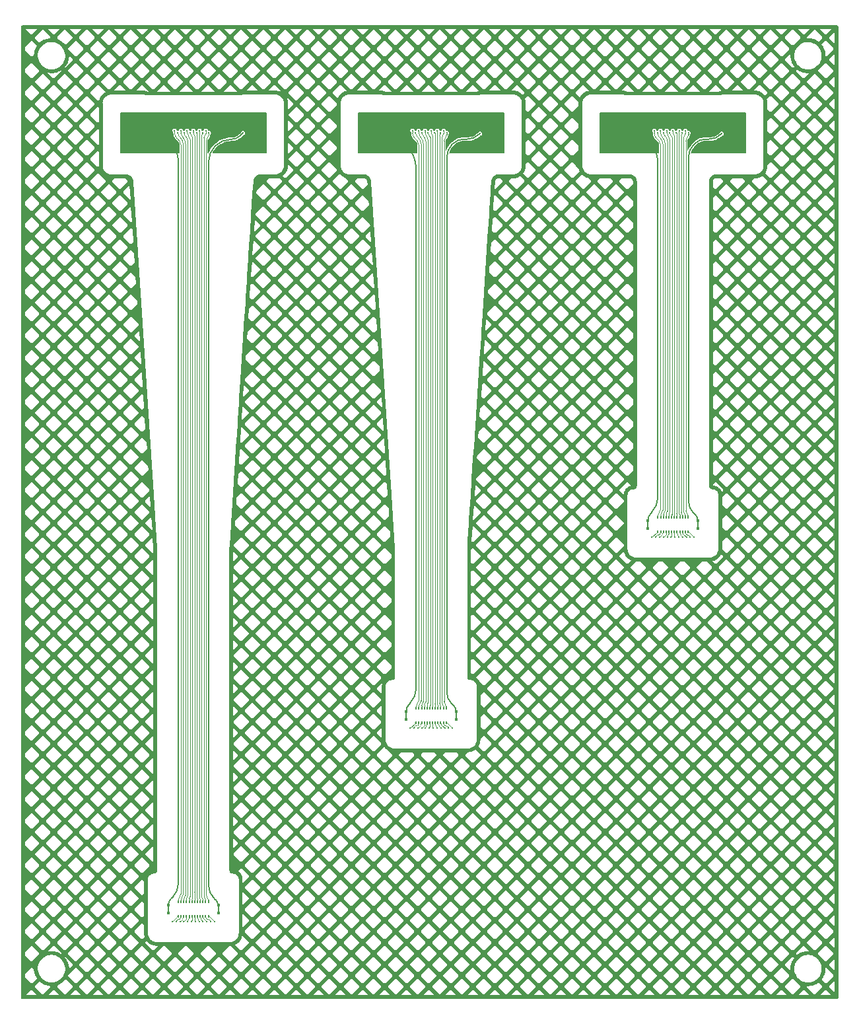
<source format=gbr>
%TF.GenerationSoftware,KiCad,Pcbnew,(6.0.0)*%
%TF.CreationDate,2022-03-28T07:33:37-07:00*%
%TF.ProjectId,flex-24_panel,666c6578-2d32-4345-9f70-616e656c2e6b,A*%
%TF.SameCoordinates,Original*%
%TF.FileFunction,Copper,L2,Bot*%
%TF.FilePolarity,Positive*%
%FSLAX46Y46*%
G04 Gerber Fmt 4.6, Leading zero omitted, Abs format (unit mm)*
G04 Created by KiCad (PCBNEW (6.0.0)) date 2022-03-28 07:33:37*
%MOMM*%
%LPD*%
G01*
G04 APERTURE LIST*
%TA.AperFunction,SMDPad,CuDef*%
%ADD10R,0.180000X0.400000*%
%TD*%
%TA.AperFunction,SMDPad,CuDef*%
%ADD11R,0.400000X0.385000*%
%TD*%
%TA.AperFunction,ViaPad*%
%ADD12C,0.300000*%
%TD*%
%TA.AperFunction,Conductor*%
%ADD13C,0.200000*%
%TD*%
%TA.AperFunction,Conductor*%
%ADD14C,0.101600*%
%TD*%
G04 APERTURE END LIST*
D10*
%TO.P,J1,1,Pin_1*%
%TO.N,/E12*%
X179655000Y-96135864D03*
%TO.P,J1,2,Pin_2*%
%TO.N,/E24*%
X179655000Y-94235864D03*
%TO.P,J1,3,Pin_3*%
%TO.N,/E11*%
X179305000Y-96135864D03*
%TO.P,J1,4,Pin_4*%
%TO.N,/E23*%
X179305000Y-94235864D03*
%TO.P,J1,5,Pin_5*%
%TO.N,/E10*%
X178955000Y-96135864D03*
%TO.P,J1,6,Pin_6*%
%TO.N,/E22*%
X178955000Y-94235864D03*
%TO.P,J1,7,Pin_7*%
%TO.N,/E9*%
X178605000Y-96135864D03*
%TO.P,J1,8,Pin_8*%
%TO.N,/E21*%
X178605000Y-94235864D03*
%TO.P,J1,9,Pin_9*%
%TO.N,/E8*%
X178255000Y-96135864D03*
%TO.P,J1,10,Pin_10*%
%TO.N,/E20*%
X178255000Y-94235864D03*
%TO.P,J1,11,Pin_11*%
%TO.N,/E7*%
X177905000Y-96135864D03*
%TO.P,J1,12,Pin_12*%
%TO.N,/E19*%
X177905000Y-94235864D03*
%TO.P,J1,13,Pin_13*%
%TO.N,/E6*%
X177555000Y-96135864D03*
%TO.P,J1,14,Pin_14*%
%TO.N,/E18*%
X177555000Y-94235864D03*
%TO.P,J1,15,Pin_15*%
%TO.N,/E5*%
X177205000Y-96135864D03*
%TO.P,J1,16,Pin_16*%
%TO.N,/E17*%
X177205000Y-94235864D03*
%TO.P,J1,17,Pin_17*%
%TO.N,/E4*%
X176855000Y-96135864D03*
%TO.P,J1,18,Pin_18*%
%TO.N,/E16*%
X176855000Y-94235864D03*
%TO.P,J1,19,Pin_19*%
%TO.N,/E3*%
X176505000Y-96135864D03*
%TO.P,J1,20,Pin_20*%
%TO.N,/E15*%
X176505000Y-94235864D03*
%TO.P,J1,21,Pin_21*%
%TO.N,/E2*%
X176155000Y-96135864D03*
%TO.P,J1,22,Pin_22*%
%TO.N,/E14*%
X176155000Y-94235864D03*
%TO.P,J1,23,Pin_23*%
%TO.N,/E1*%
X175805000Y-96135864D03*
%TO.P,J1,24,Pin_24*%
%TO.N,/E13*%
X175805000Y-94235864D03*
D11*
%TO.P,J1,MP1,MountPin1*%
%TO.N,/REF*%
X180935000Y-95668364D03*
%TO.P,J1,MP2,MountPin2*%
X180935000Y-94703364D03*
%TO.P,J1,MP3,MountPin3*%
%TO.N,GNDA*%
X174525000Y-95668364D03*
%TO.P,J1,MP4,MountPin4*%
X174525000Y-94703364D03*
%TD*%
D10*
%TO.P,J1,1,Pin_1*%
%TO.N,/E12*%
X148655000Y-120585865D03*
%TO.P,J1,2,Pin_2*%
%TO.N,/E24*%
X148655000Y-118685865D03*
%TO.P,J1,3,Pin_3*%
%TO.N,/E11*%
X148305000Y-120585865D03*
%TO.P,J1,4,Pin_4*%
%TO.N,/E23*%
X148305000Y-118685865D03*
%TO.P,J1,5,Pin_5*%
%TO.N,/E10*%
X147955000Y-120585865D03*
%TO.P,J1,6,Pin_6*%
%TO.N,/E22*%
X147955000Y-118685865D03*
%TO.P,J1,7,Pin_7*%
%TO.N,/E9*%
X147605000Y-120585865D03*
%TO.P,J1,8,Pin_8*%
%TO.N,/E21*%
X147605000Y-118685865D03*
%TO.P,J1,9,Pin_9*%
%TO.N,/E8*%
X147255000Y-120585865D03*
%TO.P,J1,10,Pin_10*%
%TO.N,/E20*%
X147255000Y-118685865D03*
%TO.P,J1,11,Pin_11*%
%TO.N,/E7*%
X146905000Y-120585865D03*
%TO.P,J1,12,Pin_12*%
%TO.N,/E19*%
X146905000Y-118685865D03*
%TO.P,J1,13,Pin_13*%
%TO.N,/E6*%
X146555000Y-120585865D03*
%TO.P,J1,14,Pin_14*%
%TO.N,/E18*%
X146555000Y-118685865D03*
%TO.P,J1,15,Pin_15*%
%TO.N,/E5*%
X146205000Y-120585865D03*
%TO.P,J1,16,Pin_16*%
%TO.N,/E17*%
X146205000Y-118685865D03*
%TO.P,J1,17,Pin_17*%
%TO.N,/E4*%
X145855000Y-120585865D03*
%TO.P,J1,18,Pin_18*%
%TO.N,/E16*%
X145855000Y-118685865D03*
%TO.P,J1,19,Pin_19*%
%TO.N,/E3*%
X145505000Y-120585865D03*
%TO.P,J1,20,Pin_20*%
%TO.N,/E15*%
X145505000Y-118685865D03*
%TO.P,J1,21,Pin_21*%
%TO.N,/E2*%
X145155000Y-120585865D03*
%TO.P,J1,22,Pin_22*%
%TO.N,/E14*%
X145155000Y-118685865D03*
%TO.P,J1,23,Pin_23*%
%TO.N,/E1*%
X144805000Y-120585865D03*
%TO.P,J1,24,Pin_24*%
%TO.N,/E13*%
X144805000Y-118685865D03*
D11*
%TO.P,J1,MP1,MountPin1*%
%TO.N,/REF*%
X149935000Y-120118365D03*
%TO.P,J1,MP2,MountPin2*%
X149935000Y-119153365D03*
%TO.P,J1,MP3,MountPin3*%
%TO.N,GNDA*%
X143525000Y-120118365D03*
%TO.P,J1,MP4,MountPin4*%
X143525000Y-119153365D03*
%TD*%
D10*
%TO.P,J1,1,Pin_1*%
%TO.N,/E12*%
X118155000Y-145395376D03*
%TO.P,J1,2,Pin_2*%
%TO.N,/E24*%
X118155000Y-143495376D03*
%TO.P,J1,3,Pin_3*%
%TO.N,/E11*%
X117805000Y-145395376D03*
%TO.P,J1,4,Pin_4*%
%TO.N,/E23*%
X117805000Y-143495376D03*
%TO.P,J1,5,Pin_5*%
%TO.N,/E10*%
X117455000Y-145395376D03*
%TO.P,J1,6,Pin_6*%
%TO.N,/E22*%
X117455000Y-143495376D03*
%TO.P,J1,7,Pin_7*%
%TO.N,/E9*%
X117105000Y-145395376D03*
%TO.P,J1,8,Pin_8*%
%TO.N,/E21*%
X117105000Y-143495376D03*
%TO.P,J1,9,Pin_9*%
%TO.N,/E8*%
X116755000Y-145395376D03*
%TO.P,J1,10,Pin_10*%
%TO.N,/E20*%
X116755000Y-143495376D03*
%TO.P,J1,11,Pin_11*%
%TO.N,/E7*%
X116405000Y-145395376D03*
%TO.P,J1,12,Pin_12*%
%TO.N,/E19*%
X116405000Y-143495376D03*
%TO.P,J1,13,Pin_13*%
%TO.N,/E6*%
X116055000Y-145395376D03*
%TO.P,J1,14,Pin_14*%
%TO.N,/E18*%
X116055000Y-143495376D03*
%TO.P,J1,15,Pin_15*%
%TO.N,/E5*%
X115705000Y-145395376D03*
%TO.P,J1,16,Pin_16*%
%TO.N,/E17*%
X115705000Y-143495376D03*
%TO.P,J1,17,Pin_17*%
%TO.N,/E4*%
X115355000Y-145395376D03*
%TO.P,J1,18,Pin_18*%
%TO.N,/E16*%
X115355000Y-143495376D03*
%TO.P,J1,19,Pin_19*%
%TO.N,/E3*%
X115005000Y-145395376D03*
%TO.P,J1,20,Pin_20*%
%TO.N,/E15*%
X115005000Y-143495376D03*
%TO.P,J1,21,Pin_21*%
%TO.N,/E2*%
X114655000Y-145395376D03*
%TO.P,J1,22,Pin_22*%
%TO.N,/E14*%
X114655000Y-143495376D03*
%TO.P,J1,23,Pin_23*%
%TO.N,/E1*%
X114305000Y-145395376D03*
%TO.P,J1,24,Pin_24*%
%TO.N,/E13*%
X114305000Y-143495376D03*
D11*
%TO.P,J1,MP1,MountPin1*%
%TO.N,/REF*%
X119435000Y-144927876D03*
%TO.P,J1,MP2,MountPin2*%
X119435000Y-143962876D03*
%TO.P,J1,MP3,MountPin3*%
%TO.N,GNDA*%
X113025000Y-144927876D03*
%TO.P,J1,MP4,MountPin4*%
X113025000Y-143962876D03*
%TD*%
D12*
%TO.N,/REF*%
X122600000Y-45000000D03*
%TO.N,/E12*%
X149447274Y-121265865D03*
X180447274Y-96815864D03*
X118947274Y-146075376D03*
%TO.N,/E24*%
X179730000Y-44985864D03*
X118230000Y-44985864D03*
X148730000Y-44985864D03*
%TO.N,/E11*%
X148955454Y-121265865D03*
X118455454Y-146075376D03*
X179955454Y-96815864D03*
%TO.N,/E23*%
X179330000Y-44685864D03*
X117830000Y-44685864D03*
X148330000Y-44685864D03*
%TO.N,/E10*%
X117963636Y-146075376D03*
X179463636Y-96815864D03*
X148463636Y-121265865D03*
%TO.N,/E22*%
X117430000Y-44985864D03*
X178930000Y-44985864D03*
X147930000Y-44985864D03*
%TO.N,/E9*%
X117471818Y-146075376D03*
X147971818Y-121265865D03*
X178971818Y-96815864D03*
%TO.N,/E21*%
X147530000Y-44685864D03*
X178530000Y-44685864D03*
X117030000Y-44685864D03*
%TO.N,/E8*%
X178480000Y-96815864D03*
X116980000Y-146075376D03*
X147480000Y-121265865D03*
%TO.N,/E20*%
X147130000Y-44985864D03*
X116630000Y-44985864D03*
X178130000Y-44985864D03*
%TO.N,/E7*%
X177988182Y-96815864D03*
X146988182Y-121265865D03*
X116488182Y-146075376D03*
%TO.N,/E19*%
X116230000Y-44685864D03*
X146730000Y-44685864D03*
X177730000Y-44685864D03*
%TO.N,/E6*%
X177496364Y-96815864D03*
X115996364Y-146075376D03*
X146496364Y-121265865D03*
%TO.N,/E18*%
X146330000Y-44985864D03*
X115830000Y-44985864D03*
X177330000Y-44985864D03*
%TO.N,/E5*%
X115504546Y-146075376D03*
X177004546Y-96815864D03*
X146004546Y-121265865D03*
%TO.N,/E17*%
X145930000Y-44685864D03*
X176930000Y-44685864D03*
X115430000Y-44685864D03*
%TO.N,/E4*%
X115012728Y-146075376D03*
X145512728Y-121265865D03*
X176512728Y-96815864D03*
%TO.N,/E16*%
X145530000Y-44985864D03*
X176530000Y-44985864D03*
X115030000Y-44985864D03*
%TO.N,/E3*%
X114520910Y-146075376D03*
X145020910Y-121265865D03*
X176020910Y-96815864D03*
%TO.N,/E15*%
X114630000Y-44685864D03*
X145130000Y-44685864D03*
X176130000Y-44685864D03*
%TO.N,/E2*%
X175529092Y-96815864D03*
X144529092Y-121265865D03*
X114029092Y-146075376D03*
%TO.N,/E14*%
X175730000Y-44985864D03*
X144730000Y-44985864D03*
X114230000Y-44985864D03*
%TO.N,/E1*%
X113537274Y-146075376D03*
X144037274Y-121265865D03*
X175037274Y-96815864D03*
%TO.N,/E13*%
X113830000Y-44685864D03*
X144330000Y-44685864D03*
X175330000Y-44685864D03*
%TO.N,GNDA*%
X137730000Y-43185864D03*
X143730000Y-45185864D03*
X107230000Y-47185864D03*
X168730000Y-47185864D03*
X111230000Y-45185864D03*
X184730000Y-45185864D03*
X155730000Y-47185864D03*
X186730000Y-47185864D03*
X186730000Y-43185864D03*
X151730000Y-45185864D03*
X109230000Y-45185864D03*
X174730000Y-45185864D03*
X121230000Y-45185864D03*
X125230000Y-45185864D03*
X113230000Y-45185864D03*
X123230000Y-45185864D03*
X155730000Y-45185864D03*
X186730000Y-45185864D03*
X125230000Y-47185864D03*
X168730000Y-45185864D03*
X141730000Y-45185864D03*
X139730000Y-45185864D03*
X172730000Y-45185864D03*
X137730000Y-47185864D03*
X180730000Y-45185864D03*
X182730000Y-45185864D03*
X170730000Y-45185864D03*
X125230000Y-43185864D03*
X153730000Y-45185864D03*
X155730000Y-43185864D03*
X107230000Y-45185864D03*
X168730000Y-43185864D03*
X107230000Y-43185864D03*
X137730000Y-45185864D03*
X119230000Y-45185864D03*
X149730000Y-45185864D03*
%TO.N,/REF*%
X152980000Y-45085864D03*
X183980000Y-45085864D03*
%TD*%
D13*
%TO.N,GNDA*%
X175000000Y-46600000D02*
G75*
G02*
X175800000Y-48531370I-1931360J-1931366D01*
G01*
X175800000Y-91668630D02*
G75*
G02*
X175000000Y-93600000I-2731361J-3D01*
G01*
X175800000Y-88500000D02*
X175800000Y-48531370D01*
X174969320Y-93630679D02*
X175000000Y-93600000D01*
X174969320Y-93630679D02*
G75*
G03*
X174525000Y-94703364I1072686J-1072685D01*
G01*
X175800000Y-91668630D02*
X175800000Y-88500000D01*
X143500000Y-46500000D02*
G75*
G02*
X144800000Y-49638477I-3138468J-3138473D01*
G01*
X144800000Y-114000000D02*
X144800000Y-49638477D01*
X143933966Y-118166034D02*
X144000000Y-118100000D01*
X144800000Y-116168630D02*
X144800000Y-114000000D01*
X143933966Y-118166034D02*
G75*
G03*
X143525000Y-119153365I987331J-987331D01*
G01*
X144800000Y-116168630D02*
G75*
G02*
X144000000Y-118100000I-2731361J-3D01*
G01*
%TO.N,/REF*%
X122294974Y-45305025D02*
X122600000Y-45000000D01*
X122294974Y-45305025D02*
G75*
G02*
X121100000Y-45800000I-1194976J1194976D01*
G01*
X121100000Y-45800000D02*
G75*
G03*
X119051472Y-46648528I-2J-2897051D01*
G01*
X119000000Y-46700000D02*
X119051472Y-46648528D01*
X119000000Y-46700000D02*
G75*
G03*
X118200000Y-48631370I1931371J-1931371D01*
G01*
X118200000Y-72927499D02*
X118200000Y-48631370D01*
%TO.N,GNDA*%
X113500000Y-46500000D02*
G75*
G02*
X114300000Y-48431370I-1931360J-1931366D01*
G01*
X114300000Y-141210051D02*
X114300000Y-139700000D01*
X113369980Y-143130019D02*
X113600000Y-142900000D01*
X114300000Y-139700000D02*
X114300000Y-48431370D01*
X113369980Y-143130019D02*
G75*
G03*
X113025000Y-143962876I832866J-832860D01*
G01*
X114299999Y-141210051D02*
G75*
G02*
X113599999Y-142899999I-2389941J-3D01*
G01*
%TO.N,/REF*%
X118801041Y-142951041D02*
X119081802Y-143231802D01*
X118200000Y-72927499D02*
X118200000Y-141500000D01*
X119400000Y-144000000D02*
G75*
G03*
X119081802Y-143231802I-1086391J2D01*
G01*
X118801041Y-142951041D02*
G75*
G02*
X118200000Y-141500000I1451034J1451038D01*
G01*
D14*
%TO.N,/E12*%
X179846663Y-96215254D02*
X180447274Y-96815864D01*
X118346663Y-145474766D02*
X118947274Y-146075376D01*
X148846663Y-120665255D02*
X149447274Y-121265865D01*
X118346663Y-145474766D02*
G75*
G03*
X118155000Y-145395376I-191665J-191665D01*
G01*
X179846663Y-96215254D02*
G75*
G03*
X179655000Y-96135864I-191665J-191665D01*
G01*
X148846663Y-120665255D02*
G75*
G03*
X148655000Y-120585865I-191665J-191665D01*
G01*
%TO.N,/E24*%
X179730000Y-44985864D02*
X179730000Y-45197164D01*
X117885000Y-142654887D02*
X117885000Y-46030067D01*
X179385000Y-46030067D02*
X179385000Y-93395375D01*
X179655000Y-94235864D02*
X179655000Y-94010864D01*
X148730000Y-45197164D02*
X148730000Y-44985864D01*
X118155000Y-143495376D02*
X118155000Y-143270376D01*
X118230000Y-45197164D02*
X118230000Y-44985864D01*
X148655000Y-118685865D02*
X148655000Y-118460865D01*
X148385000Y-117845376D02*
X148385000Y-46030067D01*
X179385000Y-46030067D02*
G75*
G02*
X179540000Y-45655864I529197J2D01*
G01*
X179654999Y-94047211D02*
G75*
G03*
X179525000Y-93733364I-443839J3D01*
G01*
X148730000Y-45197164D02*
G75*
G02*
X148540000Y-45655864I-648698J0D01*
G01*
X148385000Y-117845376D02*
G75*
G03*
X148525000Y-118183365I477987J0D01*
G01*
X118025000Y-142992876D02*
G75*
G02*
X118155000Y-143306723I-313840J-313844D01*
G01*
X148525000Y-118183365D02*
G75*
G02*
X148655000Y-118497212I-313840J-313844D01*
G01*
X148540000Y-45655864D02*
G75*
G03*
X148385000Y-46030067I374197J-374201D01*
G01*
X117885000Y-142654887D02*
G75*
G03*
X118025000Y-142992876I477987J0D01*
G01*
X179525000Y-93733364D02*
G75*
G02*
X179385000Y-93395375I337987J337989D01*
G01*
X118230000Y-45197164D02*
G75*
G02*
X118040000Y-45655864I-648698J0D01*
G01*
X179540000Y-45655864D02*
G75*
G03*
X179730000Y-45197164I-458698J458700D01*
G01*
X118040000Y-45655864D02*
G75*
G03*
X117885000Y-46030067I374197J-374201D01*
G01*
%TO.N,/E11*%
X118397439Y-145935314D02*
X118355000Y-145892876D01*
X118323995Y-145861871D02*
X118355000Y-145892876D01*
X118065710Y-145762876D02*
X118085000Y-145762876D01*
X148430511Y-120888877D02*
X148445000Y-120903365D01*
X179823995Y-96602359D02*
X179855000Y-96633364D01*
X117930511Y-145698388D02*
X117945000Y-145712876D01*
X179430511Y-96438876D02*
X179445000Y-96453364D01*
X148823995Y-121052360D02*
X148855000Y-121083365D01*
X179565710Y-96503364D02*
X179585000Y-96503364D01*
X148897439Y-121125803D02*
X148855000Y-121083365D01*
X179897439Y-96675802D02*
X179855000Y-96633364D01*
X148565710Y-120953365D02*
X148585000Y-120953365D01*
X148430511Y-120888877D02*
G75*
G02*
X148305000Y-120585865I303011J303010D01*
G01*
X148565710Y-120953365D02*
G75*
G02*
X148445000Y-120903365I0J170708D01*
G01*
X118397439Y-145935314D02*
G75*
G02*
X118455454Y-146075376I-140068J-140064D01*
G01*
X179565710Y-96503364D02*
G75*
G02*
X179445000Y-96453364I0J170708D01*
G01*
X118065710Y-145762876D02*
G75*
G02*
X117945000Y-145712876I0J170708D01*
G01*
X148897439Y-121125803D02*
G75*
G02*
X148955454Y-121265865I-140068J-140064D01*
G01*
X179897439Y-96675802D02*
G75*
G02*
X179955454Y-96815864I-140068J-140064D01*
G01*
X117930511Y-145698388D02*
G75*
G02*
X117805000Y-145395376I303011J303010D01*
G01*
X179823995Y-96602359D02*
G75*
G03*
X179585000Y-96503364I-238995J-238996D01*
G01*
X118323995Y-145861871D02*
G75*
G03*
X118085000Y-145762876I-238995J-238996D01*
G01*
X179430511Y-96438876D02*
G75*
G02*
X179305000Y-96135864I303011J303010D01*
G01*
X148823995Y-121052360D02*
G75*
G03*
X148585000Y-120953365I-238995J-238996D01*
G01*
%TO.N,/E23*%
X148085000Y-117453365D02*
X148085000Y-117933660D01*
X117805000Y-143495376D02*
X117805000Y-143274297D01*
X179085000Y-93483659D02*
X179085000Y-93003364D01*
X148082800Y-117451165D02*
X148085000Y-117453365D01*
X179330000Y-44685864D02*
X179330000Y-45057875D01*
X179085000Y-93003364D02*
X179082800Y-93001164D01*
X117585000Y-142743171D02*
X117585000Y-142262876D01*
X148305000Y-118464786D02*
X148305000Y-118685865D01*
X117585000Y-142262876D02*
X117582800Y-142260676D01*
X179082800Y-93001164D02*
X179082800Y-45654667D01*
X179305000Y-94235864D02*
X179305000Y-94014785D01*
X117582800Y-142260676D02*
X117582800Y-45654667D01*
X117830000Y-45057875D02*
X117830000Y-44685864D01*
X148330000Y-44685864D02*
X148330000Y-45057875D01*
X148082800Y-45654667D02*
X148082800Y-117451165D01*
X179085000Y-93483659D02*
G75*
G03*
X179205000Y-93773364I409701J-1D01*
G01*
X179082801Y-45654667D02*
G75*
G02*
X179190001Y-45395865I366004J-1D01*
G01*
X179190000Y-45395864D02*
G75*
G03*
X179330000Y-45057875I-337992J337991D01*
G01*
X148082801Y-45654667D02*
G75*
G02*
X148190001Y-45395865I366004J-1D01*
G01*
X179205000Y-93773364D02*
G75*
G02*
X179305000Y-94014785I-241419J-241421D01*
G01*
X117830000Y-45057875D02*
G75*
G02*
X117690000Y-45395864I-477992J2D01*
G01*
X117690000Y-45395864D02*
G75*
G03*
X117582800Y-45654667I258805J-258804D01*
G01*
X148190000Y-45395864D02*
G75*
G03*
X148330000Y-45057875I-337992J337991D01*
G01*
X148305000Y-118464786D02*
G75*
G03*
X148205000Y-118223365I-341419J0D01*
G01*
X117585000Y-142743171D02*
G75*
G03*
X117705000Y-143032876I409701J-1D01*
G01*
X148205000Y-118223365D02*
G75*
G02*
X148085000Y-117933660I289701J289704D01*
G01*
X117705000Y-143032876D02*
G75*
G02*
X117805000Y-143274297I-241419J-241421D01*
G01*
%TO.N,/E10*%
X148076173Y-120878401D02*
X148463636Y-121265865D01*
X179076173Y-96428400D02*
X179463636Y-96815864D01*
X117576173Y-145687912D02*
X117963636Y-146075376D01*
X148076173Y-120878401D02*
G75*
G02*
X147955000Y-120585865I292533J292536D01*
G01*
X179076173Y-96428400D02*
G75*
G02*
X178955000Y-96135864I292533J292536D01*
G01*
X117576173Y-145687912D02*
G75*
G02*
X117455000Y-145395376I292533J292536D01*
G01*
%TO.N,/E22*%
X178930000Y-44985864D02*
X178930000Y-45048585D01*
X117287520Y-142865823D02*
X117287520Y-45392561D01*
X147955000Y-118685865D02*
X147955000Y-118460644D01*
X117455000Y-143495376D02*
X117455000Y-143270155D01*
X178787520Y-93606311D02*
X178787520Y-45392561D01*
X147787520Y-118056312D02*
X147787520Y-45392561D01*
X147930000Y-45048585D02*
X147930000Y-44985864D01*
X117430000Y-45048585D02*
X117430000Y-44985864D01*
X178955000Y-94235864D02*
X178955000Y-94010643D01*
X147787520Y-118056312D02*
G75*
G03*
X147865000Y-118243365I264536J2D01*
G01*
X178787520Y-45392561D02*
G75*
G02*
X178840000Y-45265864I179170J2D01*
G01*
X117340000Y-45265864D02*
G75*
G03*
X117287520Y-45392561I126690J-126695D01*
G01*
X117365000Y-143052876D02*
G75*
G02*
X117455000Y-143270155I-217279J-217279D01*
G01*
X178840000Y-45265864D02*
G75*
G03*
X178930000Y-45048585I-217279J217279D01*
G01*
X117429999Y-45048585D02*
G75*
G02*
X117339999Y-45265863I-307278J0D01*
G01*
X147929999Y-45048585D02*
G75*
G02*
X147839999Y-45265863I-307278J0D01*
G01*
X147840000Y-45265864D02*
G75*
G03*
X147787520Y-45392561I126690J-126695D01*
G01*
X147865000Y-118243365D02*
G75*
G02*
X147955000Y-118460644I-217279J-217279D01*
G01*
X178865000Y-93793364D02*
G75*
G02*
X178955000Y-94010643I-217279J-217279D01*
G01*
X178787520Y-93606311D02*
G75*
G03*
X178865000Y-93793364I264536J2D01*
G01*
X117287520Y-142865823D02*
G75*
G03*
X117365000Y-143052876I264536J2D01*
G01*
%TO.N,/E9*%
X147826453Y-121120500D02*
X147971818Y-121265865D01*
X178826453Y-96670499D02*
X178971818Y-96815864D01*
X117326453Y-145930011D02*
X117471818Y-146075376D01*
X178826453Y-96670499D02*
G75*
G02*
X178605000Y-96135864I534640J534637D01*
G01*
X117326453Y-145930011D02*
G75*
G02*
X117105000Y-145395376I534640J534637D01*
G01*
X147826453Y-121120500D02*
G75*
G02*
X147605000Y-120585865I534640J534637D01*
G01*
%TO.N,/E21*%
X147492240Y-118114276D02*
X147492240Y-44723624D01*
X116992240Y-142923787D02*
X116992240Y-44723624D01*
X178605000Y-94235864D02*
X178605000Y-93936501D01*
X147605000Y-118685865D02*
X147605000Y-118386502D01*
X117105000Y-143495376D02*
X117105000Y-143196013D01*
X116992240Y-44723624D02*
X117030000Y-44685864D01*
X147492240Y-44723624D02*
X147530000Y-44685864D01*
X178492240Y-93664275D02*
X178492240Y-44777024D01*
X116992240Y-142923787D02*
G75*
G03*
X117025000Y-143002876I111857J4D01*
G01*
X117025000Y-143002876D02*
G75*
G02*
X117105000Y-143196013I-193127J-193133D01*
G01*
X147492240Y-118114276D02*
G75*
G03*
X147525000Y-118193365I111857J4D01*
G01*
X178492240Y-93664275D02*
G75*
G03*
X178525000Y-93743364I111857J4D01*
G01*
X147525000Y-118193365D02*
G75*
G02*
X147605000Y-118386502I-193127J-193133D01*
G01*
X178525000Y-93743364D02*
G75*
G02*
X178605000Y-93936501I-193127J-193133D01*
G01*
X178530000Y-44685864D02*
G75*
G03*
X178492240Y-44777024I91156J-91159D01*
G01*
%TO.N,/E8*%
X147255000Y-120585865D02*
X147255000Y-120722667D01*
X116755000Y-145395376D02*
X116755000Y-145532178D01*
X178255000Y-96135864D02*
X178255000Y-96272666D01*
X178480000Y-96815864D02*
G75*
G02*
X178255000Y-96272666I543194J543196D01*
G01*
X116980000Y-146075376D02*
G75*
G02*
X116755000Y-145532178I543194J543196D01*
G01*
X147480000Y-121265865D02*
G75*
G02*
X147255000Y-120722667I543194J543196D01*
G01*
%TO.N,/E20*%
X178130000Y-44985864D02*
X178196960Y-44985864D01*
X116755000Y-143495376D02*
X116755000Y-143129444D01*
X147196960Y-45052824D02*
X147130000Y-44985864D01*
X147196960Y-118179813D02*
X147196960Y-45052824D01*
X178255000Y-93869932D02*
X178255000Y-94235864D01*
X147130000Y-44985864D02*
X147196960Y-44985864D01*
X178196960Y-44985864D02*
X178196960Y-93729812D01*
X116630000Y-44985864D02*
X116696960Y-44985864D01*
X116696960Y-142989324D02*
X116696960Y-45052824D01*
X147255000Y-118685865D02*
X147255000Y-118319933D01*
X116696960Y-45052824D02*
X116630000Y-44985864D01*
X178254999Y-93869932D02*
G75*
G03*
X178215000Y-93773364I-136560J3D01*
G01*
X147215000Y-118223365D02*
G75*
G02*
X147255000Y-118319933I-96561J-96565D01*
G01*
X178215000Y-93773364D02*
G75*
G02*
X178196960Y-93729812I43559J43555D01*
G01*
X147196961Y-118179813D02*
G75*
G03*
X147215001Y-118223364I61598J3D01*
G01*
X116715000Y-143032876D02*
G75*
G02*
X116755000Y-143129444I-96561J-96565D01*
G01*
X116696961Y-142989324D02*
G75*
G03*
X116715001Y-143032875I61598J3D01*
G01*
%TO.N,/E7*%
X116405000Y-145395376D02*
X116405000Y-145874557D01*
X177905000Y-96135864D02*
X177905000Y-96615045D01*
X146905000Y-120585865D02*
X146905000Y-121065046D01*
X177988182Y-96815864D02*
G75*
G02*
X177905000Y-96615045I200818J200819D01*
G01*
X146988182Y-121265865D02*
G75*
G02*
X146905000Y-121065046I200818J200819D01*
G01*
X116488182Y-146075376D02*
G75*
G02*
X116405000Y-145874557I200818J200819D01*
G01*
%TO.N,/E19*%
X177730000Y-44685864D02*
X177730000Y-44944443D01*
X177901680Y-45358914D02*
X177901680Y-93003364D01*
X146730000Y-44685864D02*
X146730000Y-44944443D01*
X116230000Y-44944443D02*
X116230000Y-44685864D01*
X146905000Y-117461380D02*
X146905000Y-118685865D01*
X177905000Y-93011379D02*
X177905000Y-94235864D01*
X146901680Y-45358914D02*
X146901680Y-117453365D01*
X116401680Y-142262876D02*
X116401680Y-45358914D01*
X116405000Y-143495376D02*
X116405000Y-142270891D01*
X116401680Y-142262876D02*
G75*
G02*
X116405000Y-142270891I-8009J-8012D01*
G01*
X146901679Y-45358914D02*
G75*
G03*
X146829999Y-45185865I-244728J0D01*
G01*
X116330000Y-45185864D02*
G75*
G02*
X116401680Y-45358914I-173049J-173050D01*
G01*
X177901679Y-45358914D02*
G75*
G03*
X177829999Y-45185865I-244728J0D01*
G01*
X116230000Y-44944443D02*
G75*
G03*
X116330000Y-45185864I341419J0D01*
G01*
X146904999Y-117461380D02*
G75*
G03*
X146901680Y-117453365I-11328J3D01*
G01*
X146830000Y-45185864D02*
G75*
G02*
X146730000Y-44944443I241419J241421D01*
G01*
X177904999Y-93011379D02*
G75*
G03*
X177901680Y-93003364I-11328J3D01*
G01*
X177830000Y-45185864D02*
G75*
G02*
X177730000Y-44944443I241419J241421D01*
G01*
%TO.N,/E6*%
X177555000Y-96135864D02*
X177555000Y-96674305D01*
X116055000Y-145395376D02*
X116055000Y-145933817D01*
X146555000Y-120585865D02*
X146555000Y-121124306D01*
X115996364Y-146075376D02*
G75*
G03*
X116055000Y-145933817I-141559J141559D01*
G01*
X146496364Y-121265865D02*
G75*
G03*
X146555000Y-121124306I-141559J141559D01*
G01*
X177496364Y-96815864D02*
G75*
G03*
X177555000Y-96674305I-141559J141559D01*
G01*
%TO.N,/E18*%
X177606400Y-45570309D02*
X177606400Y-93881700D01*
X146530000Y-45385864D02*
X146471421Y-45327286D01*
X116030000Y-45385864D02*
X115971421Y-45327286D01*
X146555000Y-118685865D02*
X146555000Y-118455791D01*
X146606400Y-118331701D02*
X146606400Y-45570309D01*
X177555000Y-94005790D02*
X177555000Y-94235864D01*
X116106400Y-143141212D02*
X116106400Y-45570309D01*
X116055000Y-143495376D02*
X116055000Y-143265302D01*
X177471421Y-45327286D02*
X177530000Y-45385864D01*
X146585000Y-118383365D02*
G75*
G03*
X146555000Y-118455791I72431J-72429D01*
G01*
X116030000Y-45385864D02*
G75*
G02*
X116106400Y-45570309I-184453J-184449D01*
G01*
X116085000Y-143192876D02*
G75*
G03*
X116055000Y-143265302I72431J-72429D01*
G01*
X146606399Y-118331701D02*
G75*
G02*
X146584999Y-118383364I-73063J0D01*
G01*
X177555000Y-94005790D02*
G75*
G02*
X177585000Y-93933364I102431J-3D01*
G01*
X177606400Y-45570309D02*
G75*
G03*
X177530000Y-45385864I-260853J-4D01*
G01*
X177471421Y-45327286D02*
G75*
G02*
X177330000Y-44985864I341424J341422D01*
G01*
X116106399Y-143141212D02*
G75*
G02*
X116084999Y-143192875I-73063J0D01*
G01*
X146530000Y-45385864D02*
G75*
G02*
X146606400Y-45570309I-184453J-184449D01*
G01*
X177585000Y-93933364D02*
G75*
G03*
X177606400Y-93881700I-51664J51664D01*
G01*
X115830000Y-44985864D02*
G75*
G03*
X115971421Y-45327286I482845J0D01*
G01*
X146330000Y-44985864D02*
G75*
G03*
X146471421Y-45327286I482845J0D01*
G01*
%TO.N,/E5*%
X115705000Y-145395376D02*
X115705000Y-145591438D01*
X146205000Y-120585865D02*
X146205000Y-120781927D01*
X177205000Y-96135864D02*
X177205000Y-96331926D01*
X115504546Y-146075376D02*
G75*
G03*
X115705000Y-145591438I-483935J483937D01*
G01*
X177004546Y-96815864D02*
G75*
G03*
X177205000Y-96331926I-483935J483937D01*
G01*
X146004546Y-121265865D02*
G75*
G03*
X146205000Y-120781927I-483935J483937D01*
G01*
%TO.N,/E17*%
X145930000Y-44685864D02*
X145930000Y-44903022D01*
X176930000Y-44685864D02*
X176930000Y-44903022D01*
X177205000Y-93854074D02*
X177205000Y-94235864D01*
X115811120Y-142857391D02*
X115811120Y-45823126D01*
X177311120Y-45823126D02*
X177311120Y-93597879D01*
X115705000Y-143495376D02*
X115705000Y-143113586D01*
X115430000Y-44903022D02*
X115430000Y-44685864D01*
X146205000Y-118304075D02*
X146205000Y-118685865D01*
X146311120Y-45823126D02*
X146311120Y-118047880D01*
X146130000Y-45385864D02*
G75*
G02*
X145930000Y-44903022I482839J482841D01*
G01*
X146311119Y-45823126D02*
G75*
G03*
X146129999Y-45385865I-618383J-1D01*
G01*
X177130000Y-45385864D02*
G75*
G02*
X176930000Y-44903022I482839J482841D01*
G01*
X177205000Y-93854074D02*
G75*
G02*
X177255000Y-93733364I170706J1D01*
G01*
X115811119Y-142857391D02*
G75*
G02*
X115755000Y-142992876I-191602J-1D01*
G01*
X146205000Y-118304075D02*
G75*
G02*
X146255000Y-118183365I170706J1D01*
G01*
X177311119Y-45823126D02*
G75*
G03*
X177129999Y-45385865I-618383J-1D01*
G01*
X115755000Y-142992876D02*
G75*
G03*
X115705000Y-143113586I120706J-120709D01*
G01*
X177255000Y-93733364D02*
G75*
G03*
X177311120Y-93597879I-135483J135484D01*
G01*
X146255000Y-118183365D02*
G75*
G03*
X146311120Y-118047880I-135483J135484D01*
G01*
X115430001Y-44903022D02*
G75*
G03*
X115630001Y-45385863I682838J-1D01*
G01*
X115630000Y-45385864D02*
G75*
G02*
X115811120Y-45823126I-437264J-437263D01*
G01*
%TO.N,/E4*%
X115355000Y-145733104D02*
X115012728Y-146075376D01*
X145855000Y-120585865D02*
X145855000Y-120923593D01*
X176855000Y-96473592D02*
X176512728Y-96815864D01*
X145855000Y-120923593D02*
X145512728Y-121265865D01*
X115355000Y-145395376D02*
X115355000Y-145733104D01*
X176855000Y-96135864D02*
X176855000Y-96473592D01*
%TO.N,/E16*%
X145855000Y-118685865D02*
X145855000Y-118296502D01*
X177015840Y-46075942D02*
X177015840Y-93458199D01*
X176671421Y-45327286D02*
X176730000Y-45385864D01*
X145730000Y-45385864D02*
X145671421Y-45327286D01*
X115355000Y-143495376D02*
X115355000Y-143106013D01*
X176855000Y-93846501D02*
X176855000Y-94235864D01*
X115230000Y-45385864D02*
X115171421Y-45327286D01*
X146015840Y-117908200D02*
X146015840Y-46075942D01*
X115515840Y-142717711D02*
X115515840Y-46075942D01*
X145730000Y-45385864D02*
G75*
G02*
X146015840Y-46075942I-690082J-690080D01*
G01*
X145530000Y-44985864D02*
G75*
G03*
X145671421Y-45327286I482845J0D01*
G01*
X176855001Y-93846501D02*
G75*
G02*
X176935000Y-93653364I273137J0D01*
G01*
X145935000Y-118103365D02*
G75*
G03*
X145855000Y-118296502I193138J-193137D01*
G01*
X115435000Y-142912876D02*
G75*
G03*
X115355000Y-143106013I193138J-193137D01*
G01*
X176671421Y-45327286D02*
G75*
G02*
X176530000Y-44985864I341424J341422D01*
G01*
X176935000Y-93653364D02*
G75*
G03*
X177015840Y-93458199I-195167J195166D01*
G01*
X146015840Y-117908200D02*
G75*
G02*
X145935000Y-118103365I-276007J1D01*
G01*
X115030000Y-44985864D02*
G75*
G03*
X115171421Y-45327286I482845J0D01*
G01*
X115515840Y-142717711D02*
G75*
G02*
X115435000Y-142912876I-276007J1D01*
G01*
X177015839Y-46075942D02*
G75*
G03*
X176729999Y-45385865I-975921J-2D01*
G01*
X115230000Y-45385864D02*
G75*
G02*
X115515840Y-46075942I-690082J-690080D01*
G01*
%TO.N,/E3*%
X145366471Y-120920305D02*
X145020910Y-121265865D01*
X176366471Y-96470304D02*
X176020910Y-96815864D01*
X114866471Y-145729816D02*
X114520910Y-146075376D01*
X145366471Y-120920305D02*
G75*
G03*
X145505000Y-120585865I-334450J334443D01*
G01*
X114866471Y-145729816D02*
G75*
G03*
X115005000Y-145395376I-334450J334443D01*
G01*
X176366471Y-96470304D02*
G75*
G03*
X176505000Y-96135864I-334450J334443D01*
G01*
%TO.N,/E15*%
X145130000Y-44685864D02*
X145130000Y-45003022D01*
X176505000Y-93941353D02*
X176505000Y-94235864D01*
X145720560Y-46385864D02*
X145720560Y-117870948D01*
X176330000Y-45485864D02*
X176360331Y-45516195D01*
X145505000Y-118391354D02*
X145505000Y-118685865D01*
X114630000Y-45003022D02*
X114630000Y-44685864D01*
X176720560Y-46385864D02*
X176720560Y-93420947D01*
X176130000Y-44685864D02*
X176130000Y-45003022D01*
X114860331Y-45516195D02*
X114830000Y-45485864D01*
X145330000Y-45485864D02*
X145360331Y-45516195D01*
X115005000Y-143495376D02*
X115005000Y-143200865D01*
X115220560Y-142680459D02*
X115220560Y-46385864D01*
X114860331Y-45516195D02*
G75*
G02*
X115220560Y-46385864I-869672J-869671D01*
G01*
X176330000Y-45485864D02*
G75*
G02*
X176130000Y-45003022I482839J482841D01*
G01*
X145330000Y-45485864D02*
G75*
G02*
X145130000Y-45003022I482839J482841D01*
G01*
X145645000Y-118053365D02*
G75*
G03*
X145720560Y-117870948I-182420J182419D01*
G01*
X145720560Y-46385864D02*
G75*
G03*
X145360331Y-45516195I-1229901J-2D01*
G01*
X176505000Y-93941353D02*
G75*
G02*
X176645000Y-93603364I477992J-2D01*
G01*
X176645000Y-93603364D02*
G75*
G03*
X176720560Y-93420947I-182420J182419D01*
G01*
X176720560Y-46385864D02*
G75*
G03*
X176360331Y-45516195I-1229901J-2D01*
G01*
X145505000Y-118391354D02*
G75*
G02*
X145645000Y-118053365I477992J-2D01*
G01*
X115220560Y-142680459D02*
G75*
G02*
X115145000Y-142862876I-257980J2D01*
G01*
X114630001Y-45003022D02*
G75*
G03*
X114830001Y-45485863I682838J-1D01*
G01*
X115145000Y-142862876D02*
G75*
G03*
X115005000Y-143200865I337992J-337991D01*
G01*
%TO.N,/E2*%
X175829852Y-96503364D02*
X175884290Y-96503364D01*
X176005000Y-96453364D02*
X176036560Y-96421804D01*
X144597393Y-121100972D02*
X144685000Y-121013365D01*
X144829852Y-120953365D02*
X144884290Y-120953365D01*
X114505000Y-145712876D02*
X114536560Y-145681316D01*
X114097393Y-145910483D02*
X114185000Y-145822876D01*
X114329852Y-145762876D02*
X114384290Y-145762876D01*
X145005000Y-120903365D02*
X145036560Y-120871805D01*
X175597393Y-96650971D02*
X175685000Y-96563364D01*
X176155000Y-96135864D02*
G75*
G02*
X176036560Y-96421804I-404373J-3D01*
G01*
X144597393Y-121100972D02*
G75*
G03*
X144529092Y-121265865I164897J-164895D01*
G01*
X144829852Y-120953366D02*
G75*
G03*
X144685001Y-121013366I1J-204853D01*
G01*
X114505000Y-145712876D02*
G75*
G02*
X114384290Y-145762876I-120709J120706D01*
G01*
X114655000Y-145395376D02*
G75*
G02*
X114536560Y-145681316I-404373J-3D01*
G01*
X114329852Y-145762877D02*
G75*
G03*
X114185001Y-145822877I1J-204853D01*
G01*
X145155000Y-120585865D02*
G75*
G02*
X145036560Y-120871805I-404373J-3D01*
G01*
X114097393Y-145910483D02*
G75*
G03*
X114029092Y-146075376I164897J-164895D01*
G01*
X175829852Y-96503365D02*
G75*
G03*
X175685001Y-96563365I1J-204853D01*
G01*
X176005000Y-96453364D02*
G75*
G02*
X175884290Y-96503364I-120709J120706D01*
G01*
X175597393Y-96650971D02*
G75*
G03*
X175529092Y-96815864I164897J-164895D01*
G01*
X145005000Y-120903365D02*
G75*
G02*
X144884290Y-120953365I-120709J120706D01*
G01*
%TO.N,/E14*%
X114655000Y-143495376D02*
X114655000Y-143228439D01*
X175942132Y-45497996D02*
X176130000Y-45685864D01*
X145130000Y-45685864D02*
X144942132Y-45497996D01*
X176425280Y-93316414D02*
X176425280Y-46385864D01*
X114925280Y-142575926D02*
X114925280Y-46398732D01*
X145155000Y-118685865D02*
X145155000Y-118418928D01*
X145425280Y-117766415D02*
X145425280Y-46398732D01*
X176155000Y-94235864D02*
X176155000Y-93968927D01*
X114630000Y-45685864D02*
X114442132Y-45497996D01*
X176425280Y-93316414D02*
G75*
G02*
X176265000Y-93703364I-547220J-4D01*
G01*
X145130000Y-45685864D02*
G75*
G02*
X145425280Y-46398732I-712867J-712868D01*
G01*
X114765000Y-142962876D02*
G75*
G03*
X114655000Y-143228439I265565J-265564D01*
G01*
X176425279Y-46398732D02*
G75*
G03*
X176129999Y-45685865I-1008146J0D01*
G01*
X114925280Y-142575926D02*
G75*
G02*
X114765000Y-142962876I-547220J-4D01*
G01*
X114230001Y-44985864D02*
G75*
G03*
X114442133Y-45497995I724259J-2D01*
G01*
X145425280Y-117766415D02*
G75*
G02*
X145265000Y-118153365I-547220J-4D01*
G01*
X176265000Y-93703364D02*
G75*
G03*
X176155000Y-93968927I265565J-265564D01*
G01*
X145265000Y-118153365D02*
G75*
G03*
X145155000Y-118418928I265565J-265564D01*
G01*
X114630000Y-45685864D02*
G75*
G02*
X114925280Y-46398732I-712867J-712868D01*
G01*
X144730001Y-44985864D02*
G75*
G03*
X144942133Y-45497995I724259J-2D01*
G01*
X175942132Y-45497996D02*
G75*
G02*
X175730000Y-44985864I512128J512130D01*
G01*
%TO.N,/E1*%
X144655243Y-120647897D02*
X144037274Y-121265865D01*
X114155243Y-145457408D02*
X113537274Y-146075376D01*
X175655243Y-96197896D02*
X175037274Y-96815864D01*
X175655243Y-96197896D02*
G75*
G02*
X175805000Y-96135864I149754J-149748D01*
G01*
X144655243Y-120647897D02*
G75*
G02*
X144805000Y-120585865I149754J-149748D01*
G01*
X114155243Y-145457408D02*
G75*
G02*
X114305000Y-145395376I149754J-149748D01*
G01*
%TO.N,/E13*%
X114417867Y-45973731D02*
X114130000Y-45685864D01*
X176130000Y-46485864D02*
X176130000Y-93267446D01*
X114630000Y-142526958D02*
X114630000Y-46485864D01*
X144630000Y-45685864D02*
X144917867Y-45973731D01*
X113830000Y-44961600D02*
X113830000Y-44685864D01*
X144330000Y-44685864D02*
X144330000Y-44961600D01*
X114305000Y-143495376D02*
X114305000Y-143311576D01*
X144805000Y-118502065D02*
X144805000Y-118685865D01*
X175805000Y-94052064D02*
X175805000Y-94235864D01*
X145130000Y-46485864D02*
X145130000Y-117717447D01*
X175630000Y-45685864D02*
X175917867Y-45973731D01*
X175330000Y-44685864D02*
X175330000Y-44961600D01*
X114495000Y-142852876D02*
G75*
G03*
X114305000Y-143311576I458698J-458700D01*
G01*
X175805000Y-94052064D02*
G75*
G02*
X175995000Y-93593364I648698J0D01*
G01*
X144630000Y-45685864D02*
G75*
G02*
X144330000Y-44961600I724263J724264D01*
G01*
X144995000Y-118043365D02*
G75*
G03*
X145130000Y-117717447I-325911J325916D01*
G01*
X175995000Y-93593364D02*
G75*
G03*
X176130000Y-93267446I-325911J325916D01*
G01*
X114417867Y-45973731D02*
G75*
G02*
X114630000Y-46485864I-512133J-512134D01*
G01*
X114630000Y-142526958D02*
G75*
G02*
X114495000Y-142852876I-460911J-2D01*
G01*
X113830000Y-44961600D02*
G75*
G03*
X114130000Y-45685864I1024263J0D01*
G01*
X144805000Y-118502065D02*
G75*
G02*
X144995000Y-118043365I648698J0D01*
G01*
X145130000Y-46485864D02*
G75*
G03*
X144917867Y-45973731I-724266J-1D01*
G01*
X175630000Y-45685864D02*
G75*
G02*
X175330000Y-44961600I724263J724264D01*
G01*
X176130000Y-46485864D02*
G75*
G03*
X175917867Y-45973731I-724266J-1D01*
G01*
D13*
%TO.N,GNDA*%
X174525000Y-94703364D02*
X174525000Y-95668364D01*
X113025000Y-143962876D02*
X113025000Y-144927876D01*
X143525000Y-119153365D02*
X143525000Y-120118365D01*
%TO.N,/REF*%
X149562599Y-46333265D02*
X149385538Y-46510326D01*
X151265909Y-45795864D02*
X150860000Y-45795864D01*
X119435000Y-143962876D02*
X119435000Y-144927876D01*
X180935000Y-94703364D02*
X180935000Y-95668364D01*
X149935000Y-119153365D02*
X149935000Y-120118365D01*
X181860000Y-45795864D02*
X182265909Y-45795864D01*
X148735000Y-48080864D02*
X148735000Y-116653365D01*
X180336041Y-93654405D02*
X180616802Y-93935166D01*
X180500000Y-46395864D02*
X180562599Y-46333265D01*
X149336041Y-118104406D02*
X149616802Y-118385167D01*
X180385538Y-46510326D02*
X180500000Y-46395864D01*
X179735000Y-48080864D02*
X179735000Y-92203364D01*
X148735000Y-48080864D02*
G75*
G02*
X149385538Y-46510326I2221073J1D01*
G01*
X181860000Y-45795865D02*
G75*
G03*
X180562600Y-46333266I-1J-1834799D01*
G01*
X151265909Y-45795863D02*
G75*
G03*
X152979999Y-45085863I4J2424080D01*
G01*
X180935000Y-94703364D02*
G75*
G03*
X180616802Y-93935166I-1086391J2D01*
G01*
X149935000Y-119153365D02*
G75*
G03*
X149616802Y-118385167I-1086391J2D01*
G01*
X149336041Y-118104406D02*
G75*
G02*
X148735000Y-116653365I1451034J1451038D01*
G01*
X180385538Y-46510326D02*
G75*
G03*
X179735000Y-48080864I1570535J-1570537D01*
G01*
X180336041Y-93654405D02*
G75*
G02*
X179735000Y-92203364I1451034J1451038D01*
G01*
X183980000Y-45085864D02*
G75*
G02*
X182265909Y-45795864I-1714087J1714081D01*
G01*
X149562599Y-46333265D02*
G75*
G02*
X150860000Y-45795864I1297400J-1297399D01*
G01*
%TD*%
%TA.AperFunction,NonConductor*%
G36*
X198867121Y-31222502D02*
G01*
X198913614Y-31276158D01*
X198925000Y-31328500D01*
X198925000Y-155836500D01*
X198904998Y-155904621D01*
X198851342Y-155951114D01*
X198799000Y-155962500D01*
X94291000Y-155962500D01*
X94222879Y-155942498D01*
X94176386Y-155888842D01*
X94165000Y-155836500D01*
X94165000Y-155464500D01*
X94783984Y-155464500D01*
X96221341Y-155464500D01*
X97612411Y-155464500D01*
X99049768Y-155464500D01*
X100440838Y-155464500D01*
X101878195Y-155464500D01*
X103269265Y-155464500D01*
X104706622Y-155464500D01*
X106097692Y-155464500D01*
X107535049Y-155464500D01*
X108926119Y-155464500D01*
X110363476Y-155464500D01*
X111754546Y-155464500D01*
X113191903Y-155464500D01*
X114582973Y-155464500D01*
X116020331Y-155464500D01*
X117411401Y-155464500D01*
X118848758Y-155464500D01*
X120239828Y-155464500D01*
X121677185Y-155464500D01*
X123068255Y-155464500D01*
X124505612Y-155464500D01*
X125896682Y-155464500D01*
X127334039Y-155464500D01*
X128725109Y-155464500D01*
X130162466Y-155464500D01*
X131553536Y-155464500D01*
X132990893Y-155464500D01*
X134381963Y-155464500D01*
X135819320Y-155464500D01*
X137210390Y-155464500D01*
X138647748Y-155464500D01*
X140038818Y-155464500D01*
X141476175Y-155464500D01*
X142867245Y-155464500D01*
X144304602Y-155464500D01*
X145695672Y-155464500D01*
X147133029Y-155464500D01*
X148524099Y-155464500D01*
X149961456Y-155464500D01*
X151352526Y-155464500D01*
X152789883Y-155464500D01*
X154180953Y-155464500D01*
X155618310Y-155464500D01*
X157009380Y-155464500D01*
X158446737Y-155464500D01*
X159837807Y-155464500D01*
X161275165Y-155464500D01*
X162666235Y-155464500D01*
X164103592Y-155464500D01*
X165494662Y-155464500D01*
X166932019Y-155464500D01*
X168323089Y-155464500D01*
X169760446Y-155464500D01*
X171151516Y-155464500D01*
X172588873Y-155464500D01*
X173979943Y-155464500D01*
X175417300Y-155464500D01*
X176808370Y-155464500D01*
X178245727Y-155464500D01*
X179636797Y-155464500D01*
X181074154Y-155464500D01*
X182465224Y-155464500D01*
X183902582Y-155464500D01*
X185293652Y-155464500D01*
X186731009Y-155464500D01*
X188122079Y-155464500D01*
X189559436Y-155464500D01*
X190950506Y-155464500D01*
X192387863Y-155464500D01*
X193778933Y-155464500D01*
X195216290Y-155464500D01*
X196607360Y-155464500D01*
X198044717Y-155464500D01*
X197416684Y-154836467D01*
X197235393Y-154836467D01*
X196607360Y-155464500D01*
X195216290Y-155464500D01*
X194588257Y-154836467D01*
X194406966Y-154836467D01*
X193778933Y-155464500D01*
X192387863Y-155464500D01*
X191759830Y-154836467D01*
X191578539Y-154836467D01*
X190950506Y-155464500D01*
X189559436Y-155464500D01*
X188931403Y-154836467D01*
X188750112Y-154836467D01*
X188122079Y-155464500D01*
X186731009Y-155464500D01*
X186102976Y-154836467D01*
X185921686Y-154836467D01*
X185293652Y-155464500D01*
X183902582Y-155464500D01*
X183274549Y-154836467D01*
X183093257Y-154836467D01*
X182465224Y-155464500D01*
X181074154Y-155464500D01*
X180446120Y-154836467D01*
X180264830Y-154836467D01*
X179636797Y-155464500D01*
X178245727Y-155464500D01*
X177617694Y-154836467D01*
X177436403Y-154836467D01*
X176808370Y-155464500D01*
X175417300Y-155464500D01*
X174789267Y-154836467D01*
X174607976Y-154836467D01*
X173979943Y-155464500D01*
X172588873Y-155464500D01*
X171960840Y-154836467D01*
X171779549Y-154836467D01*
X171151516Y-155464500D01*
X169760446Y-155464500D01*
X169132413Y-154836467D01*
X168951122Y-154836467D01*
X168323089Y-155464500D01*
X166932019Y-155464500D01*
X166303986Y-154836467D01*
X166122695Y-154836467D01*
X165494662Y-155464500D01*
X164103592Y-155464500D01*
X163475559Y-154836467D01*
X163294269Y-154836467D01*
X162666235Y-155464500D01*
X161275165Y-155464500D01*
X160647132Y-154836467D01*
X160465840Y-154836467D01*
X159837807Y-155464500D01*
X158446737Y-155464500D01*
X157818703Y-154836467D01*
X157637413Y-154836467D01*
X157009380Y-155464500D01*
X155618310Y-155464500D01*
X154990277Y-154836467D01*
X154808986Y-154836467D01*
X154180953Y-155464500D01*
X152789883Y-155464500D01*
X152161850Y-154836467D01*
X151980559Y-154836467D01*
X151352526Y-155464500D01*
X149961456Y-155464500D01*
X149333423Y-154836467D01*
X149152132Y-154836467D01*
X148524099Y-155464500D01*
X147133029Y-155464500D01*
X146504996Y-154836467D01*
X146323705Y-154836467D01*
X145695672Y-155464500D01*
X144304602Y-155464500D01*
X143676569Y-154836467D01*
X143495278Y-154836467D01*
X142867245Y-155464500D01*
X141476175Y-155464500D01*
X140848142Y-154836467D01*
X140666852Y-154836467D01*
X140038818Y-155464500D01*
X138647748Y-155464500D01*
X138019715Y-154836467D01*
X137838423Y-154836467D01*
X137210390Y-155464500D01*
X135819320Y-155464500D01*
X135191286Y-154836467D01*
X135009996Y-154836467D01*
X134381963Y-155464500D01*
X132990893Y-155464500D01*
X132362860Y-154836467D01*
X132181569Y-154836467D01*
X131553536Y-155464500D01*
X130162466Y-155464500D01*
X129534433Y-154836467D01*
X129353142Y-154836467D01*
X128725109Y-155464500D01*
X127334039Y-155464500D01*
X126706006Y-154836467D01*
X126524715Y-154836467D01*
X125896682Y-155464500D01*
X124505612Y-155464500D01*
X123877579Y-154836467D01*
X123696288Y-154836467D01*
X123068255Y-155464500D01*
X121677185Y-155464500D01*
X121049152Y-154836467D01*
X120867861Y-154836467D01*
X120239828Y-155464500D01*
X118848758Y-155464500D01*
X118220725Y-154836467D01*
X118039435Y-154836467D01*
X117411401Y-155464500D01*
X116020331Y-155464500D01*
X115392298Y-154836467D01*
X115211006Y-154836467D01*
X114582973Y-155464500D01*
X113191903Y-155464500D01*
X112563869Y-154836467D01*
X112382579Y-154836467D01*
X111754546Y-155464500D01*
X110363476Y-155464500D01*
X109735443Y-154836467D01*
X109554152Y-154836467D01*
X108926119Y-155464500D01*
X107535049Y-155464500D01*
X106907016Y-154836467D01*
X106725725Y-154836467D01*
X106097692Y-155464500D01*
X104706622Y-155464500D01*
X104078589Y-154836467D01*
X103897298Y-154836467D01*
X103269265Y-155464500D01*
X101878195Y-155464500D01*
X101250162Y-154836467D01*
X101068871Y-154836467D01*
X100440838Y-155464500D01*
X99049768Y-155464500D01*
X98421735Y-154836467D01*
X98240444Y-154836467D01*
X97612411Y-155464500D01*
X96221341Y-155464500D01*
X95593308Y-154836467D01*
X95412018Y-154836467D01*
X94783984Y-155464500D01*
X94165000Y-155464500D01*
X94165000Y-154484328D01*
X95945446Y-154484328D01*
X96826230Y-155365112D01*
X97007521Y-155365112D01*
X97888305Y-154484328D01*
X98773873Y-154484328D01*
X99654657Y-155365112D01*
X99835947Y-155365112D01*
X100716732Y-154484328D01*
X101602300Y-154484328D01*
X102483084Y-155365112D01*
X102664374Y-155365112D01*
X103545159Y-154484328D01*
X104430727Y-154484328D01*
X105311511Y-155365112D01*
X105492803Y-155365112D01*
X106373587Y-154484328D01*
X106373587Y-154484327D01*
X107259154Y-154484327D01*
X108139940Y-155365112D01*
X108321230Y-155365112D01*
X109202014Y-154484328D01*
X110087582Y-154484328D01*
X110968366Y-155365112D01*
X111149657Y-155365112D01*
X112030441Y-154484328D01*
X112916009Y-154484328D01*
X113796793Y-155365112D01*
X113978084Y-155365112D01*
X114858868Y-154484328D01*
X115744436Y-154484328D01*
X116625220Y-155365112D01*
X116806511Y-155365112D01*
X117687295Y-154484328D01*
X118572863Y-154484328D01*
X119453647Y-155365112D01*
X119634938Y-155365112D01*
X120515722Y-154484328D01*
X121401290Y-154484328D01*
X122282074Y-155365112D01*
X122463364Y-155365112D01*
X123344149Y-154484328D01*
X124229717Y-154484328D01*
X125110501Y-155365112D01*
X125291791Y-155365112D01*
X126172576Y-154484328D01*
X127058144Y-154484328D01*
X127938928Y-155365112D01*
X128120220Y-155365112D01*
X129001004Y-154484328D01*
X129001004Y-154484327D01*
X129886571Y-154484327D01*
X130767357Y-155365112D01*
X130948647Y-155365112D01*
X131829431Y-154484328D01*
X132714999Y-154484328D01*
X133595783Y-155365112D01*
X133777074Y-155365112D01*
X134657858Y-154484328D01*
X135543426Y-154484328D01*
X136424210Y-155365112D01*
X136605501Y-155365112D01*
X137486285Y-154484328D01*
X138371853Y-154484328D01*
X139252637Y-155365112D01*
X139433928Y-155365112D01*
X140314712Y-154484328D01*
X141200280Y-154484328D01*
X142081064Y-155365112D01*
X142262355Y-155365112D01*
X143143139Y-154484328D01*
X144028707Y-154484328D01*
X144909491Y-155365112D01*
X145090781Y-155365112D01*
X145971566Y-154484328D01*
X146857134Y-154484328D01*
X147737918Y-155365112D01*
X147919208Y-155365112D01*
X148799993Y-154484328D01*
X149685561Y-154484328D01*
X150566345Y-155365112D01*
X150747637Y-155365112D01*
X151628421Y-154484328D01*
X151628421Y-154484327D01*
X152513988Y-154484327D01*
X153394774Y-155365112D01*
X153576064Y-155365112D01*
X154456848Y-154484328D01*
X155342416Y-154484328D01*
X156223200Y-155365112D01*
X156404491Y-155365112D01*
X157285275Y-154484328D01*
X158170843Y-154484328D01*
X159051627Y-155365112D01*
X159232918Y-155365112D01*
X160113702Y-154484328D01*
X160999270Y-154484328D01*
X161880054Y-155365112D01*
X162061345Y-155365112D01*
X162942129Y-154484328D01*
X163827697Y-154484328D01*
X164708481Y-155365112D01*
X164889772Y-155365112D01*
X165770556Y-154484328D01*
X166656124Y-154484328D01*
X167536908Y-155365112D01*
X167718198Y-155365112D01*
X168598983Y-154484328D01*
X169484551Y-154484328D01*
X170365335Y-155365112D01*
X170546625Y-155365112D01*
X171427410Y-154484328D01*
X172312978Y-154484328D01*
X173193762Y-155365112D01*
X173375054Y-155365112D01*
X174255838Y-154484328D01*
X174255838Y-154484327D01*
X175141405Y-154484327D01*
X176022191Y-155365112D01*
X176203481Y-155365112D01*
X177084265Y-154484328D01*
X177969833Y-154484328D01*
X178850617Y-155365112D01*
X179031908Y-155365112D01*
X179912692Y-154484328D01*
X180798260Y-154484328D01*
X181679044Y-155365112D01*
X181860335Y-155365112D01*
X182741119Y-154484328D01*
X183626687Y-154484328D01*
X184507471Y-155365112D01*
X184688762Y-155365112D01*
X185569546Y-154484328D01*
X186455114Y-154484328D01*
X187335898Y-155365112D01*
X187517189Y-155365112D01*
X188397973Y-154484328D01*
X189283541Y-154484328D01*
X190164325Y-155365112D01*
X190345615Y-155365112D01*
X191226400Y-154484328D01*
X192111968Y-154484328D01*
X192992752Y-155365112D01*
X193174042Y-155365112D01*
X194054827Y-154484328D01*
X194940395Y-154484328D01*
X195821179Y-155365112D01*
X196002471Y-155365112D01*
X196883255Y-154484328D01*
X196883255Y-154484327D01*
X197768822Y-154484327D01*
X198427000Y-155142504D01*
X198427000Y-153644861D01*
X197768822Y-154303038D01*
X197768822Y-154484327D01*
X196883255Y-154484327D01*
X196883255Y-154303037D01*
X196432321Y-153852103D01*
X196334921Y-153928887D01*
X196331199Y-153931710D01*
X196316460Y-153942468D01*
X196312632Y-153945155D01*
X196297149Y-153955598D01*
X196293226Y-153958140D01*
X196277737Y-153967771D01*
X196273727Y-153970162D01*
X196047838Y-154099268D01*
X196043738Y-154101512D01*
X196027576Y-154109970D01*
X196023398Y-154112058D01*
X196006542Y-154120098D01*
X196002291Y-154122030D01*
X195985544Y-154129269D01*
X195981217Y-154131045D01*
X195738726Y-154225345D01*
X195734339Y-154226958D01*
X195717102Y-154232935D01*
X195712661Y-154234383D01*
X195694802Y-154239843D01*
X195690307Y-154241127D01*
X195672675Y-154245810D01*
X195668139Y-154246925D01*
X195414373Y-154304346D01*
X195409803Y-154305292D01*
X195391881Y-154308655D01*
X195387271Y-154309431D01*
X195368801Y-154312192D01*
X195364167Y-154312797D01*
X195346029Y-154314824D01*
X195341373Y-154315258D01*
X195147951Y-154329632D01*
X195145605Y-154329784D01*
X195136483Y-154330291D01*
X195134156Y-154330399D01*
X195124818Y-154330745D01*
X195122490Y-154330809D01*
X195113381Y-154330978D01*
X195111044Y-154331000D01*
X194956286Y-154331000D01*
X194953121Y-154330960D01*
X194940782Y-154330650D01*
X194940395Y-154330635D01*
X194940395Y-154484328D01*
X194054827Y-154484328D01*
X194054828Y-154484327D01*
X194054828Y-154303038D01*
X193174042Y-153422253D01*
X192992752Y-153422253D01*
X192111968Y-154303037D01*
X192111968Y-154484328D01*
X191226400Y-154484328D01*
X191226401Y-154484327D01*
X191226401Y-154303038D01*
X190345615Y-153422253D01*
X190164325Y-153422253D01*
X189283541Y-154303037D01*
X189283541Y-154484328D01*
X188397973Y-154484328D01*
X188397973Y-154303037D01*
X187517189Y-153422253D01*
X187335898Y-153422253D01*
X186455114Y-154303037D01*
X186455114Y-154484328D01*
X185569546Y-154484328D01*
X185569546Y-154303037D01*
X184688762Y-153422253D01*
X184507471Y-153422253D01*
X183626687Y-154303037D01*
X183626687Y-154484328D01*
X182741119Y-154484328D01*
X182741119Y-154303037D01*
X181860335Y-153422253D01*
X181679044Y-153422253D01*
X180798260Y-154303037D01*
X180798260Y-154484328D01*
X179912692Y-154484328D01*
X179912692Y-154303037D01*
X179031908Y-153422253D01*
X178850617Y-153422253D01*
X177969833Y-154303037D01*
X177969833Y-154484328D01*
X177084265Y-154484328D01*
X177084265Y-154303037D01*
X176203481Y-153422253D01*
X176022191Y-153422253D01*
X175141405Y-154303038D01*
X175141405Y-154484327D01*
X174255838Y-154484327D01*
X174255838Y-154303037D01*
X173375054Y-153422253D01*
X173193762Y-153422253D01*
X172312978Y-154303037D01*
X172312978Y-154484328D01*
X171427410Y-154484328D01*
X171427411Y-154484327D01*
X171427411Y-154303038D01*
X170546625Y-153422253D01*
X170365335Y-153422253D01*
X169484551Y-154303037D01*
X169484551Y-154484328D01*
X168598983Y-154484328D01*
X168598984Y-154484327D01*
X168598984Y-154303038D01*
X167718198Y-153422253D01*
X167536908Y-153422253D01*
X166656124Y-154303037D01*
X166656124Y-154484328D01*
X165770556Y-154484328D01*
X165770556Y-154303037D01*
X164889772Y-153422253D01*
X164708481Y-153422253D01*
X163827697Y-154303037D01*
X163827697Y-154484328D01*
X162942129Y-154484328D01*
X162942129Y-154303037D01*
X162061345Y-153422253D01*
X161880054Y-153422253D01*
X160999270Y-154303037D01*
X160999270Y-154484328D01*
X160113702Y-154484328D01*
X160113702Y-154303037D01*
X159232918Y-153422253D01*
X159051627Y-153422253D01*
X158170843Y-154303037D01*
X158170843Y-154484328D01*
X157285275Y-154484328D01*
X157285275Y-154303037D01*
X156404491Y-153422253D01*
X156223200Y-153422253D01*
X155342416Y-154303037D01*
X155342416Y-154484328D01*
X154456848Y-154484328D01*
X154456848Y-154303037D01*
X153576064Y-153422253D01*
X153394774Y-153422253D01*
X152513988Y-154303038D01*
X152513988Y-154484327D01*
X151628421Y-154484327D01*
X151628421Y-154303037D01*
X150747637Y-153422253D01*
X150566345Y-153422253D01*
X149685561Y-154303037D01*
X149685561Y-154484328D01*
X148799993Y-154484328D01*
X148799994Y-154484327D01*
X148799994Y-154303038D01*
X147919208Y-153422253D01*
X147737918Y-153422253D01*
X146857134Y-154303037D01*
X146857134Y-154484328D01*
X145971566Y-154484328D01*
X145971567Y-154484327D01*
X145971567Y-154303038D01*
X145090781Y-153422253D01*
X144909491Y-153422253D01*
X144028707Y-154303037D01*
X144028707Y-154484328D01*
X143143139Y-154484328D01*
X143143139Y-154303037D01*
X142262355Y-153422253D01*
X142081064Y-153422253D01*
X141200280Y-154303037D01*
X141200280Y-154484328D01*
X140314712Y-154484328D01*
X140314712Y-154303037D01*
X139433928Y-153422253D01*
X139252637Y-153422253D01*
X138371853Y-154303037D01*
X138371853Y-154484328D01*
X137486285Y-154484328D01*
X137486285Y-154303037D01*
X136605501Y-153422253D01*
X136424210Y-153422253D01*
X135543426Y-154303037D01*
X135543426Y-154484328D01*
X134657858Y-154484328D01*
X134657858Y-154303037D01*
X133777074Y-153422253D01*
X133595783Y-153422253D01*
X132714999Y-154303037D01*
X132714999Y-154484328D01*
X131829431Y-154484328D01*
X131829431Y-154303037D01*
X130948647Y-153422253D01*
X130767357Y-153422253D01*
X129886571Y-154303038D01*
X129886571Y-154484327D01*
X129001004Y-154484327D01*
X129001004Y-154303037D01*
X128120220Y-153422253D01*
X127938928Y-153422253D01*
X127058144Y-154303037D01*
X127058144Y-154484328D01*
X126172576Y-154484328D01*
X126172577Y-154484327D01*
X126172577Y-154303038D01*
X125291791Y-153422253D01*
X125110501Y-153422253D01*
X124229717Y-154303037D01*
X124229717Y-154484328D01*
X123344149Y-154484328D01*
X123344150Y-154484327D01*
X123344150Y-154303038D01*
X122463364Y-153422253D01*
X122282074Y-153422253D01*
X121401290Y-154303037D01*
X121401290Y-154484328D01*
X120515722Y-154484328D01*
X120515722Y-154303037D01*
X119634938Y-153422253D01*
X119453647Y-153422253D01*
X118572863Y-154303037D01*
X118572863Y-154484328D01*
X117687295Y-154484328D01*
X117687295Y-154303037D01*
X116806511Y-153422253D01*
X116625220Y-153422253D01*
X115744436Y-154303037D01*
X115744436Y-154484328D01*
X114858868Y-154484328D01*
X114858868Y-154303037D01*
X113978084Y-153422253D01*
X113796793Y-153422253D01*
X112916009Y-154303037D01*
X112916009Y-154484328D01*
X112030441Y-154484328D01*
X112030441Y-154303037D01*
X111149657Y-153422253D01*
X110968366Y-153422253D01*
X110087582Y-154303037D01*
X110087582Y-154484328D01*
X109202014Y-154484328D01*
X109202014Y-154303037D01*
X108321230Y-153422253D01*
X108139940Y-153422253D01*
X107259154Y-154303038D01*
X107259154Y-154484327D01*
X106373587Y-154484327D01*
X106373587Y-154303037D01*
X105492803Y-153422253D01*
X105311511Y-153422253D01*
X104430727Y-154303037D01*
X104430727Y-154484328D01*
X103545159Y-154484328D01*
X103545160Y-154484327D01*
X103545160Y-154303038D01*
X102664374Y-153422253D01*
X102483084Y-153422253D01*
X101602300Y-154303037D01*
X101602300Y-154484328D01*
X100716732Y-154484328D01*
X100716733Y-154484327D01*
X100716733Y-154303038D01*
X99845576Y-153431882D01*
X99818387Y-153471074D01*
X99815652Y-153474865D01*
X99804707Y-153489455D01*
X99801837Y-153493137D01*
X99790085Y-153507650D01*
X99787076Y-153511227D01*
X99775075Y-153524972D01*
X99771937Y-153528435D01*
X99593665Y-153717944D01*
X99590400Y-153721288D01*
X99577416Y-153734103D01*
X99574030Y-153737323D01*
X99560261Y-153749940D01*
X99556760Y-153753031D01*
X99542862Y-153764849D01*
X99539245Y-153767811D01*
X99334921Y-153928887D01*
X99331199Y-153931710D01*
X99316460Y-153942468D01*
X99312632Y-153945155D01*
X99297149Y-153955598D01*
X99293226Y-153958140D01*
X99277737Y-153967771D01*
X99273727Y-153970162D01*
X99047838Y-154099268D01*
X99043738Y-154101512D01*
X99027576Y-154109970D01*
X99023398Y-154112058D01*
X99006542Y-154120098D01*
X99002291Y-154122030D01*
X98985544Y-154129269D01*
X98981217Y-154131045D01*
X98923369Y-154153541D01*
X98773873Y-154303037D01*
X98773873Y-154484328D01*
X97888305Y-154484328D01*
X97888305Y-154326673D01*
X97690283Y-154306733D01*
X97685643Y-154306179D01*
X97667569Y-154303679D01*
X97662952Y-154302953D01*
X97644561Y-154299710D01*
X97639978Y-154298813D01*
X97622145Y-154294982D01*
X97617594Y-154293916D01*
X97365418Y-154229872D01*
X97360913Y-154228639D01*
X97343409Y-154223496D01*
X97338949Y-154222095D01*
X97321238Y-154216169D01*
X97316836Y-154214605D01*
X97299762Y-154208179D01*
X97295418Y-154206451D01*
X97055478Y-154105836D01*
X97051203Y-154103950D01*
X97034652Y-154096276D01*
X97030450Y-154094232D01*
X97013811Y-154085754D01*
X97009682Y-154083553D01*
X96993746Y-154074673D01*
X96989713Y-154072326D01*
X96767281Y-153937351D01*
X96763335Y-153934855D01*
X96748099Y-153924819D01*
X96744241Y-153922174D01*
X96729037Y-153911329D01*
X96725282Y-153908544D01*
X96710834Y-153897407D01*
X96707189Y-153894488D01*
X96514365Y-153734118D01*
X95945446Y-154303037D01*
X95945446Y-154484328D01*
X94165000Y-154484328D01*
X94165000Y-153201882D01*
X94663000Y-153201882D01*
X95412018Y-153950899D01*
X95593308Y-153950899D01*
X96189998Y-153354209D01*
X96093215Y-153206589D01*
X96090724Y-153202631D01*
X96081294Y-153187013D01*
X96078955Y-153182972D01*
X96069901Y-153166638D01*
X96067712Y-153162511D01*
X96059466Y-153146240D01*
X96057431Y-153142032D01*
X95948503Y-152905750D01*
X95946625Y-152901470D01*
X95939605Y-152884626D01*
X95937887Y-152880279D01*
X95931347Y-152862786D01*
X95929792Y-152858378D01*
X95924043Y-152841069D01*
X95922654Y-152836611D01*
X95849848Y-152586824D01*
X95848625Y-152582319D01*
X95844173Y-152564630D01*
X95843116Y-152560075D01*
X95839233Y-152541808D01*
X95838346Y-152537219D01*
X95835217Y-152519244D01*
X95834501Y-152514626D01*
X95799415Y-152256821D01*
X95798871Y-152252178D01*
X95797083Y-152234021D01*
X95796711Y-152229365D01*
X95795571Y-152210725D01*
X95795552Y-152210283D01*
X95774934Y-152189665D01*
X96292866Y-152189665D01*
X96327952Y-152447470D01*
X96400758Y-152697257D01*
X96509686Y-152933539D01*
X96512246Y-152937444D01*
X96512249Y-152937449D01*
X96649775Y-153147212D01*
X96649779Y-153147217D01*
X96652341Y-153151125D01*
X96825591Y-153345235D01*
X97025629Y-153511605D01*
X97248061Y-153646580D01*
X97252375Y-153648389D01*
X97252377Y-153648390D01*
X97483686Y-153745386D01*
X97483691Y-153745388D01*
X97488001Y-153747195D01*
X97492533Y-153748346D01*
X97492536Y-153748347D01*
X97557514Y-153764849D01*
X97740177Y-153811239D01*
X97956286Y-153833000D01*
X98111044Y-153833000D01*
X98113369Y-153832827D01*
X98113375Y-153832827D01*
X98299814Y-153818972D01*
X98299818Y-153818971D01*
X98304466Y-153818626D01*
X98558232Y-153761205D01*
X98562586Y-153759512D01*
X98796370Y-153668598D01*
X98796372Y-153668597D01*
X98800723Y-153666905D01*
X98836285Y-153646580D01*
X98884038Y-153619286D01*
X99026612Y-153537799D01*
X99230936Y-153376723D01*
X99409208Y-153187214D01*
X99490443Y-153070115D01*
X100188087Y-153070115D01*
X101068871Y-153950899D01*
X101250162Y-153950899D01*
X102130946Y-153070115D01*
X103016514Y-153070115D01*
X103897298Y-153950899D01*
X104078589Y-153950899D01*
X104959373Y-153070115D01*
X105844941Y-153070115D01*
X106725725Y-153950899D01*
X106907016Y-153950899D01*
X107787800Y-153070115D01*
X108673368Y-153070115D01*
X109554152Y-153950899D01*
X109735443Y-153950899D01*
X110616227Y-153070115D01*
X111501795Y-153070115D01*
X112382579Y-153950899D01*
X112563869Y-153950899D01*
X113444654Y-153070115D01*
X114330222Y-153070115D01*
X115211006Y-153950899D01*
X115392298Y-153950899D01*
X116273082Y-153070115D01*
X116273082Y-153070114D01*
X117158649Y-153070114D01*
X118039435Y-153950899D01*
X118220725Y-153950899D01*
X119101509Y-153070115D01*
X119987077Y-153070115D01*
X120867861Y-153950899D01*
X121049152Y-153950899D01*
X121929936Y-153070115D01*
X122815504Y-153070115D01*
X123696288Y-153950899D01*
X123877579Y-153950899D01*
X124758363Y-153070115D01*
X125643931Y-153070115D01*
X126524715Y-153950899D01*
X126706006Y-153950899D01*
X127586790Y-153070115D01*
X128472358Y-153070115D01*
X129353142Y-153950899D01*
X129534433Y-153950899D01*
X130415217Y-153070115D01*
X131300785Y-153070115D01*
X132181569Y-153950899D01*
X132362860Y-153950899D01*
X133243644Y-153070115D01*
X134129212Y-153070115D01*
X135009996Y-153950899D01*
X135191286Y-153950899D01*
X136072071Y-153070115D01*
X136957639Y-153070115D01*
X137838423Y-153950899D01*
X138019715Y-153950899D01*
X138900499Y-153070115D01*
X138900499Y-153070114D01*
X139786066Y-153070114D01*
X140666852Y-153950899D01*
X140848142Y-153950899D01*
X141728926Y-153070115D01*
X142614494Y-153070115D01*
X143495278Y-153950899D01*
X143676569Y-153950899D01*
X144557353Y-153070115D01*
X145442921Y-153070115D01*
X146323705Y-153950899D01*
X146504996Y-153950899D01*
X147385780Y-153070115D01*
X148271348Y-153070115D01*
X149152132Y-153950899D01*
X149333423Y-153950899D01*
X150214207Y-153070115D01*
X151099775Y-153070115D01*
X151980559Y-153950899D01*
X152161850Y-153950899D01*
X153042634Y-153070115D01*
X153928202Y-153070115D01*
X154808986Y-153950899D01*
X154990277Y-153950899D01*
X155871061Y-153070115D01*
X156756629Y-153070115D01*
X157637413Y-153950899D01*
X157818703Y-153950899D01*
X158699488Y-153070115D01*
X159585056Y-153070115D01*
X160465840Y-153950899D01*
X160647132Y-153950899D01*
X161527916Y-153070115D01*
X161527916Y-153070114D01*
X162413483Y-153070114D01*
X163294269Y-153950899D01*
X163475559Y-153950899D01*
X164356343Y-153070115D01*
X165241911Y-153070115D01*
X166122695Y-153950899D01*
X166303986Y-153950899D01*
X167184770Y-153070115D01*
X168070338Y-153070115D01*
X168951122Y-153950899D01*
X169132413Y-153950899D01*
X170013197Y-153070115D01*
X170898765Y-153070115D01*
X171779549Y-153950899D01*
X171960840Y-153950899D01*
X172841624Y-153070115D01*
X173727192Y-153070115D01*
X174607976Y-153950899D01*
X174789267Y-153950899D01*
X175670051Y-153070115D01*
X176555619Y-153070115D01*
X177436403Y-153950899D01*
X177617694Y-153950899D01*
X178498478Y-153070115D01*
X179384046Y-153070115D01*
X180264830Y-153950899D01*
X180446120Y-153950899D01*
X181326905Y-153070115D01*
X182212473Y-153070115D01*
X183093257Y-153950899D01*
X183274549Y-153950899D01*
X184155333Y-153070115D01*
X184155333Y-153070114D01*
X185040900Y-153070114D01*
X185921686Y-153950899D01*
X186102976Y-153950899D01*
X186983760Y-153070115D01*
X187869328Y-153070115D01*
X188750112Y-153950899D01*
X188931403Y-153950899D01*
X189812187Y-153070115D01*
X190697755Y-153070115D01*
X191578539Y-153950899D01*
X191759830Y-153950899D01*
X192640614Y-153070115D01*
X192640614Y-152888825D01*
X191759829Y-152008039D01*
X191578540Y-152008039D01*
X190697755Y-152888825D01*
X190697755Y-153070115D01*
X189812187Y-153070115D01*
X189812187Y-152888825D01*
X188931402Y-152008039D01*
X188750113Y-152008039D01*
X187869328Y-152888825D01*
X187869328Y-153070115D01*
X186983760Y-153070115D01*
X186983760Y-152888825D01*
X186102975Y-152008039D01*
X185921685Y-152008039D01*
X185040900Y-152888824D01*
X185040900Y-153070114D01*
X184155333Y-153070114D01*
X184155333Y-152888825D01*
X183274548Y-152008039D01*
X183093258Y-152008039D01*
X182212473Y-152888825D01*
X182212473Y-153070115D01*
X181326905Y-153070115D01*
X181326906Y-153070114D01*
X181326906Y-152888824D01*
X180446121Y-152008039D01*
X180264831Y-152008039D01*
X179384046Y-152888825D01*
X179384046Y-153070115D01*
X178498478Y-153070115D01*
X178498478Y-152888825D01*
X177617693Y-152008039D01*
X177436404Y-152008039D01*
X176555619Y-152888825D01*
X176555619Y-153070115D01*
X175670051Y-153070115D01*
X175670051Y-152888825D01*
X174789266Y-152008039D01*
X174607977Y-152008039D01*
X173727192Y-152888825D01*
X173727192Y-153070115D01*
X172841624Y-153070115D01*
X172841624Y-152888825D01*
X171960839Y-152008039D01*
X171779550Y-152008039D01*
X170898765Y-152888825D01*
X170898765Y-153070115D01*
X170013197Y-153070115D01*
X170013197Y-152888825D01*
X169132412Y-152008039D01*
X168951123Y-152008039D01*
X168070338Y-152888825D01*
X168070338Y-153070115D01*
X167184770Y-153070115D01*
X167184770Y-152888825D01*
X166303985Y-152008039D01*
X166122696Y-152008039D01*
X165241911Y-152888825D01*
X165241911Y-153070115D01*
X164356343Y-153070115D01*
X164356343Y-152888825D01*
X163475558Y-152008039D01*
X163294268Y-152008039D01*
X162413483Y-152888824D01*
X162413483Y-153070114D01*
X161527916Y-153070114D01*
X161527916Y-152888825D01*
X160647131Y-152008039D01*
X160465841Y-152008039D01*
X159585056Y-152888825D01*
X159585056Y-153070115D01*
X158699488Y-153070115D01*
X158699489Y-153070114D01*
X158699489Y-152888824D01*
X157818704Y-152008039D01*
X157637414Y-152008039D01*
X156756629Y-152888825D01*
X156756629Y-153070115D01*
X155871061Y-153070115D01*
X155871061Y-152888825D01*
X154990276Y-152008039D01*
X154808987Y-152008039D01*
X153928202Y-152888825D01*
X153928202Y-153070115D01*
X153042634Y-153070115D01*
X153042634Y-152888825D01*
X152161849Y-152008039D01*
X151980560Y-152008039D01*
X151099775Y-152888825D01*
X151099775Y-153070115D01*
X150214207Y-153070115D01*
X150214207Y-152888825D01*
X149333422Y-152008039D01*
X149152133Y-152008039D01*
X148271348Y-152888825D01*
X148271348Y-153070115D01*
X147385780Y-153070115D01*
X147385780Y-152888825D01*
X146504995Y-152008039D01*
X146323706Y-152008039D01*
X145442921Y-152888825D01*
X145442921Y-153070115D01*
X144557353Y-153070115D01*
X144557353Y-152888825D01*
X143676568Y-152008039D01*
X143495279Y-152008039D01*
X142614494Y-152888825D01*
X142614494Y-153070115D01*
X141728926Y-153070115D01*
X141728926Y-152888825D01*
X140848141Y-152008039D01*
X140666851Y-152008039D01*
X139786066Y-152888824D01*
X139786066Y-153070114D01*
X138900499Y-153070114D01*
X138900499Y-152888825D01*
X138019714Y-152008039D01*
X137838424Y-152008039D01*
X136957639Y-152888825D01*
X136957639Y-153070115D01*
X136072071Y-153070115D01*
X136072072Y-153070114D01*
X136072072Y-152888824D01*
X135191287Y-152008039D01*
X135009997Y-152008039D01*
X134129212Y-152888825D01*
X134129212Y-153070115D01*
X133243644Y-153070115D01*
X133243644Y-152888825D01*
X132362859Y-152008039D01*
X132181570Y-152008039D01*
X131300785Y-152888825D01*
X131300785Y-153070115D01*
X130415217Y-153070115D01*
X130415217Y-152888825D01*
X129534432Y-152008039D01*
X129353143Y-152008039D01*
X128472358Y-152888825D01*
X128472358Y-153070115D01*
X127586790Y-153070115D01*
X127586790Y-152888825D01*
X126706005Y-152008039D01*
X126524716Y-152008039D01*
X125643931Y-152888825D01*
X125643931Y-153070115D01*
X124758363Y-153070115D01*
X124758363Y-152888825D01*
X123877578Y-152008039D01*
X123696289Y-152008039D01*
X122815504Y-152888825D01*
X122815504Y-153070115D01*
X121929936Y-153070115D01*
X121929936Y-152888825D01*
X121049151Y-152008039D01*
X120867862Y-152008039D01*
X119987077Y-152888825D01*
X119987077Y-153070115D01*
X119101509Y-153070115D01*
X119101509Y-152888825D01*
X118220724Y-152008039D01*
X118039434Y-152008039D01*
X117158649Y-152888824D01*
X117158649Y-153070114D01*
X116273082Y-153070114D01*
X116273082Y-152888825D01*
X115392297Y-152008039D01*
X115211007Y-152008039D01*
X114330222Y-152888825D01*
X114330222Y-153070115D01*
X113444654Y-153070115D01*
X113444655Y-153070114D01*
X113444655Y-152888824D01*
X112563870Y-152008039D01*
X112382580Y-152008039D01*
X111501795Y-152888825D01*
X111501795Y-153070115D01*
X110616227Y-153070115D01*
X110616227Y-152888825D01*
X109735442Y-152008039D01*
X109554153Y-152008039D01*
X108673368Y-152888825D01*
X108673368Y-153070115D01*
X107787800Y-153070115D01*
X107787800Y-152888825D01*
X106907015Y-152008039D01*
X106725726Y-152008039D01*
X105844941Y-152888825D01*
X105844941Y-153070115D01*
X104959373Y-153070115D01*
X104959373Y-152888825D01*
X104078588Y-152008039D01*
X103897299Y-152008039D01*
X103016514Y-152888825D01*
X103016514Y-153070115D01*
X102130946Y-153070115D01*
X102130946Y-152888825D01*
X101250161Y-152008039D01*
X101068872Y-152008039D01*
X100188087Y-152888825D01*
X100188087Y-153070115D01*
X99490443Y-153070115D01*
X99557511Y-152973437D01*
X99576381Y-152935173D01*
X99670521Y-152744275D01*
X99670522Y-152744272D01*
X99672586Y-152740087D01*
X99711811Y-152617550D01*
X99737696Y-152536685D01*
X99751906Y-152492292D01*
X99784394Y-152292809D01*
X99792977Y-152240106D01*
X99792977Y-152240105D01*
X99793728Y-152235494D01*
X99797134Y-151975335D01*
X99762048Y-151717530D01*
X99689242Y-151467743D01*
X99580314Y-151231461D01*
X99577751Y-151227551D01*
X99440225Y-151017788D01*
X99440221Y-151017783D01*
X99437659Y-151013875D01*
X99264409Y-150819765D01*
X99064371Y-150653395D01*
X98966204Y-150593826D01*
X99730259Y-150593826D01*
X99809195Y-150682266D01*
X99812241Y-150685808D01*
X99823874Y-150699857D01*
X99826787Y-150703511D01*
X99838156Y-150718327D01*
X99840930Y-150722085D01*
X99851494Y-150736963D01*
X99854130Y-150740825D01*
X99996785Y-150958411D01*
X99999276Y-150962369D01*
X100008706Y-150977987D01*
X100011045Y-150982028D01*
X100020099Y-150998362D01*
X100022288Y-151002489D01*
X100030534Y-151018760D01*
X100032569Y-151022968D01*
X100141497Y-151259250D01*
X100143375Y-151263530D01*
X100150395Y-151280374D01*
X100152113Y-151284721D01*
X100158653Y-151302214D01*
X100160208Y-151306622D01*
X100165957Y-151323931D01*
X100167346Y-151328389D01*
X100240152Y-151578176D01*
X100241375Y-151582681D01*
X100245827Y-151600370D01*
X100246884Y-151604925D01*
X100250767Y-151623192D01*
X100251654Y-151627781D01*
X100254783Y-151645756D01*
X100255499Y-151650374D01*
X100290585Y-151908179D01*
X100291129Y-151912822D01*
X100292917Y-151930979D01*
X100293289Y-151935635D01*
X100294429Y-151954275D01*
X100294628Y-151958942D01*
X100295066Y-151977179D01*
X100295091Y-151981853D01*
X100293822Y-152078811D01*
X100716732Y-151655901D01*
X101602300Y-151655901D01*
X102483084Y-152536685D01*
X102664374Y-152536685D01*
X103545159Y-151655901D01*
X104430727Y-151655901D01*
X105311511Y-152536685D01*
X105492803Y-152536685D01*
X106373587Y-151655901D01*
X106373587Y-151655900D01*
X107259154Y-151655900D01*
X108139940Y-152536685D01*
X108321230Y-152536685D01*
X109202014Y-151655901D01*
X110087582Y-151655901D01*
X110968366Y-152536685D01*
X111149657Y-152536685D01*
X112030441Y-151655901D01*
X112916009Y-151655901D01*
X113796793Y-152536685D01*
X113978084Y-152536685D01*
X114858868Y-151655901D01*
X115744436Y-151655901D01*
X116625220Y-152536685D01*
X116806511Y-152536685D01*
X117687295Y-151655901D01*
X118572863Y-151655901D01*
X119453647Y-152536685D01*
X119634938Y-152536685D01*
X120515722Y-151655901D01*
X121401290Y-151655901D01*
X122282074Y-152536685D01*
X122463364Y-152536685D01*
X123344149Y-151655901D01*
X124229717Y-151655901D01*
X125110501Y-152536685D01*
X125291791Y-152536685D01*
X126172576Y-151655901D01*
X127058144Y-151655901D01*
X127938928Y-152536685D01*
X128120220Y-152536685D01*
X129001004Y-151655901D01*
X129001004Y-151655900D01*
X129886571Y-151655900D01*
X130767357Y-152536685D01*
X130948647Y-152536685D01*
X131829431Y-151655901D01*
X132714999Y-151655901D01*
X133595783Y-152536685D01*
X133777074Y-152536685D01*
X134657858Y-151655901D01*
X135543426Y-151655901D01*
X136424210Y-152536685D01*
X136605501Y-152536685D01*
X137486285Y-151655901D01*
X138371853Y-151655901D01*
X139252637Y-152536685D01*
X139433928Y-152536685D01*
X140314712Y-151655901D01*
X141200280Y-151655901D01*
X142081064Y-152536685D01*
X142262355Y-152536685D01*
X143143139Y-151655901D01*
X144028707Y-151655901D01*
X144909491Y-152536685D01*
X145090781Y-152536685D01*
X145971566Y-151655901D01*
X146857134Y-151655901D01*
X147737918Y-152536685D01*
X147919208Y-152536685D01*
X148799993Y-151655901D01*
X149685561Y-151655901D01*
X150566345Y-152536685D01*
X150747637Y-152536685D01*
X151628421Y-151655901D01*
X151628421Y-151655900D01*
X152513988Y-151655900D01*
X153394774Y-152536685D01*
X153576064Y-152536685D01*
X154456848Y-151655901D01*
X155342416Y-151655901D01*
X156223200Y-152536685D01*
X156404491Y-152536685D01*
X157285275Y-151655901D01*
X158170843Y-151655901D01*
X159051627Y-152536685D01*
X159232918Y-152536685D01*
X160113702Y-151655901D01*
X160999270Y-151655901D01*
X161880054Y-152536685D01*
X162061345Y-152536685D01*
X162942129Y-151655901D01*
X163827697Y-151655901D01*
X164708481Y-152536685D01*
X164889772Y-152536685D01*
X165770556Y-151655901D01*
X166656124Y-151655901D01*
X167536908Y-152536685D01*
X167718198Y-152536685D01*
X168598983Y-151655901D01*
X169484551Y-151655901D01*
X170365335Y-152536685D01*
X170546625Y-152536685D01*
X171427410Y-151655901D01*
X172312978Y-151655901D01*
X173193762Y-152536685D01*
X173375054Y-152536685D01*
X174255838Y-151655901D01*
X174255838Y-151655900D01*
X175141405Y-151655900D01*
X176022191Y-152536685D01*
X176203481Y-152536685D01*
X177084265Y-151655901D01*
X177969833Y-151655901D01*
X178850617Y-152536685D01*
X179031908Y-152536685D01*
X179912692Y-151655901D01*
X180798260Y-151655901D01*
X181679044Y-152536685D01*
X181860335Y-152536685D01*
X182741119Y-151655901D01*
X183626687Y-151655901D01*
X184507471Y-152536685D01*
X184688762Y-152536685D01*
X185569546Y-151655901D01*
X186455114Y-151655901D01*
X187335898Y-152536685D01*
X187517189Y-152536685D01*
X188397973Y-151655901D01*
X189283541Y-151655901D01*
X190164325Y-152536685D01*
X190345615Y-152536685D01*
X191226400Y-151655901D01*
X192111968Y-151655901D01*
X192813046Y-152356979D01*
X192799415Y-152256821D01*
X192798871Y-152252178D01*
X192797083Y-152234021D01*
X192796711Y-152229365D01*
X192795571Y-152210725D01*
X192795372Y-152206058D01*
X192794978Y-152189665D01*
X193292866Y-152189665D01*
X193327952Y-152447470D01*
X193400758Y-152697257D01*
X193509686Y-152933539D01*
X193512246Y-152937444D01*
X193512249Y-152937449D01*
X193649775Y-153147212D01*
X193649779Y-153147217D01*
X193652341Y-153151125D01*
X193825591Y-153345235D01*
X194025629Y-153511605D01*
X194248061Y-153646580D01*
X194252375Y-153648389D01*
X194252377Y-153648390D01*
X194483686Y-153745386D01*
X194483691Y-153745388D01*
X194488001Y-153747195D01*
X194492533Y-153748346D01*
X194492536Y-153748347D01*
X194557514Y-153764849D01*
X194740177Y-153811239D01*
X194956286Y-153833000D01*
X195111044Y-153833000D01*
X195113369Y-153832827D01*
X195113375Y-153832827D01*
X195299814Y-153818972D01*
X195299818Y-153818971D01*
X195304466Y-153818626D01*
X195558232Y-153761205D01*
X195562586Y-153759512D01*
X195796370Y-153668598D01*
X195796372Y-153668597D01*
X195800723Y-153666905D01*
X195836285Y-153646580D01*
X195884038Y-153619286D01*
X196026612Y-153537799D01*
X196066299Y-153506512D01*
X196791006Y-153506512D01*
X197235393Y-153950899D01*
X197416684Y-153950899D01*
X198297468Y-153070115D01*
X198297468Y-152888825D01*
X197416683Y-152008039D01*
X197294748Y-152008039D01*
X197291685Y-152242012D01*
X197291538Y-152246679D01*
X197290624Y-152264891D01*
X197290303Y-152269552D01*
X197288676Y-152288156D01*
X197288182Y-152292809D01*
X197285918Y-152310919D01*
X197285253Y-152315542D01*
X197243431Y-152572340D01*
X197242594Y-152576940D01*
X197238995Y-152594828D01*
X197237988Y-152599390D01*
X197233628Y-152617550D01*
X197232454Y-152622071D01*
X197227541Y-152639638D01*
X197226199Y-152644115D01*
X197146879Y-152891910D01*
X197145372Y-152896333D01*
X197139169Y-152913492D01*
X197137498Y-152917858D01*
X197130502Y-152935173D01*
X197128673Y-152939469D01*
X197121218Y-152956116D01*
X197119229Y-152960346D01*
X197004154Y-153193696D01*
X197002008Y-153197852D01*
X196993337Y-153213904D01*
X196991042Y-153217970D01*
X196981563Y-153234062D01*
X196979120Y-153238040D01*
X196969285Y-153253405D01*
X196966690Y-153257297D01*
X196818387Y-153471074D01*
X196815652Y-153474865D01*
X196804707Y-153489455D01*
X196801837Y-153493137D01*
X196791006Y-153506512D01*
X196066299Y-153506512D01*
X196230936Y-153376723D01*
X196409208Y-153187214D01*
X196557511Y-152973437D01*
X196576381Y-152935173D01*
X196670521Y-152744275D01*
X196670522Y-152744272D01*
X196672586Y-152740087D01*
X196711811Y-152617550D01*
X196737696Y-152536685D01*
X196751906Y-152492292D01*
X196784394Y-152292809D01*
X196792977Y-152240106D01*
X196792977Y-152240105D01*
X196793728Y-152235494D01*
X196797134Y-151975335D01*
X196762048Y-151717530D01*
X196744085Y-151655900D01*
X197768822Y-151655900D01*
X198427000Y-152314077D01*
X198427000Y-150816434D01*
X197768822Y-151474611D01*
X197768822Y-151655900D01*
X196744085Y-151655900D01*
X196689242Y-151467743D01*
X196580314Y-151231461D01*
X196577751Y-151227551D01*
X196440225Y-151017788D01*
X196440221Y-151017783D01*
X196437659Y-151013875D01*
X196264409Y-150819765D01*
X196064371Y-150653395D01*
X195841939Y-150518420D01*
X195837623Y-150516610D01*
X195606314Y-150419614D01*
X195606309Y-150419612D01*
X195601999Y-150417805D01*
X195597467Y-150416654D01*
X195597464Y-150416653D01*
X195427369Y-150373455D01*
X195349823Y-150353761D01*
X195133714Y-150332000D01*
X194978956Y-150332000D01*
X194976631Y-150332173D01*
X194976625Y-150332173D01*
X194790186Y-150346028D01*
X194790182Y-150346029D01*
X194785534Y-150346374D01*
X194531768Y-150403795D01*
X194527416Y-150405487D01*
X194527414Y-150405488D01*
X194293630Y-150496402D01*
X194293628Y-150496403D01*
X194289277Y-150498095D01*
X194285223Y-150500412D01*
X194285221Y-150500413D01*
X194249467Y-150520848D01*
X194063388Y-150627201D01*
X193859064Y-150788277D01*
X193680792Y-150977786D01*
X193532489Y-151191563D01*
X193530423Y-151195753D01*
X193530421Y-151195756D01*
X193467213Y-151323931D01*
X193417414Y-151424913D01*
X193415992Y-151429356D01*
X193415991Y-151429358D01*
X193377754Y-151548810D01*
X193338094Y-151672708D01*
X193337344Y-151677314D01*
X193297334Y-151922988D01*
X193296272Y-151929506D01*
X193292866Y-152189665D01*
X192794978Y-152189665D01*
X192794934Y-152187821D01*
X192794909Y-152183147D01*
X192798315Y-151922988D01*
X192798462Y-151918321D01*
X192799376Y-151900109D01*
X192799697Y-151895448D01*
X192801324Y-151876844D01*
X192801818Y-151872191D01*
X192804082Y-151854081D01*
X192804747Y-151849458D01*
X192846569Y-151592660D01*
X192847406Y-151588060D01*
X192851005Y-151570172D01*
X192852012Y-151565610D01*
X192856372Y-151547450D01*
X192857546Y-151542929D01*
X192862459Y-151525362D01*
X192863801Y-151520885D01*
X192943121Y-151273090D01*
X192944628Y-151268667D01*
X192950831Y-151251508D01*
X192952502Y-151247142D01*
X192959498Y-151229827D01*
X192961327Y-151225531D01*
X192968782Y-151208884D01*
X192970771Y-151204654D01*
X193085846Y-150971304D01*
X193087992Y-150967148D01*
X193096663Y-150951096D01*
X193098958Y-150947030D01*
X193108437Y-150930938D01*
X193110880Y-150926960D01*
X193120715Y-150911595D01*
X193123310Y-150907703D01*
X193271613Y-150693926D01*
X193272673Y-150692456D01*
X193174043Y-150593826D01*
X192992752Y-150593826D01*
X192111968Y-151474610D01*
X192111968Y-151655901D01*
X191226400Y-151655901D01*
X191226401Y-151655900D01*
X191226401Y-151474611D01*
X190345615Y-150593826D01*
X190164325Y-150593826D01*
X189283541Y-151474610D01*
X189283541Y-151655901D01*
X188397973Y-151655901D01*
X188397973Y-151474610D01*
X187517189Y-150593826D01*
X187335898Y-150593826D01*
X186455114Y-151474610D01*
X186455114Y-151655901D01*
X185569546Y-151655901D01*
X185569546Y-151474610D01*
X184688762Y-150593826D01*
X184507471Y-150593826D01*
X183626687Y-151474610D01*
X183626687Y-151655901D01*
X182741119Y-151655901D01*
X182741119Y-151474610D01*
X181860335Y-150593826D01*
X181679044Y-150593826D01*
X180798260Y-151474610D01*
X180798260Y-151655901D01*
X179912692Y-151655901D01*
X179912692Y-151474610D01*
X179031908Y-150593826D01*
X178850617Y-150593826D01*
X177969833Y-151474610D01*
X177969833Y-151655901D01*
X177084265Y-151655901D01*
X177084265Y-151474610D01*
X176203481Y-150593826D01*
X176022191Y-150593826D01*
X175141405Y-151474611D01*
X175141405Y-151655900D01*
X174255838Y-151655900D01*
X174255838Y-151474610D01*
X173375054Y-150593826D01*
X173193762Y-150593826D01*
X172312978Y-151474610D01*
X172312978Y-151655901D01*
X171427410Y-151655901D01*
X171427411Y-151655900D01*
X171427411Y-151474611D01*
X170546625Y-150593826D01*
X170365335Y-150593826D01*
X169484551Y-151474610D01*
X169484551Y-151655901D01*
X168598983Y-151655901D01*
X168598984Y-151655900D01*
X168598984Y-151474611D01*
X167718198Y-150593826D01*
X167536908Y-150593826D01*
X166656124Y-151474610D01*
X166656124Y-151655901D01*
X165770556Y-151655901D01*
X165770556Y-151474610D01*
X164889772Y-150593826D01*
X164708481Y-150593826D01*
X163827697Y-151474610D01*
X163827697Y-151655901D01*
X162942129Y-151655901D01*
X162942129Y-151474610D01*
X162061345Y-150593826D01*
X161880054Y-150593826D01*
X160999270Y-151474610D01*
X160999270Y-151655901D01*
X160113702Y-151655901D01*
X160113702Y-151474610D01*
X159232918Y-150593826D01*
X159051627Y-150593826D01*
X158170843Y-151474610D01*
X158170843Y-151655901D01*
X157285275Y-151655901D01*
X157285275Y-151474610D01*
X156404491Y-150593826D01*
X156223200Y-150593826D01*
X155342416Y-151474610D01*
X155342416Y-151655901D01*
X154456848Y-151655901D01*
X154456848Y-151474610D01*
X153576064Y-150593826D01*
X153394774Y-150593826D01*
X152513988Y-151474611D01*
X152513988Y-151655900D01*
X151628421Y-151655900D01*
X151628421Y-151474610D01*
X150747637Y-150593826D01*
X150566345Y-150593826D01*
X149685561Y-151474610D01*
X149685561Y-151655901D01*
X148799993Y-151655901D01*
X148799994Y-151655900D01*
X148799994Y-151474611D01*
X147919208Y-150593826D01*
X147737918Y-150593826D01*
X146857134Y-151474610D01*
X146857134Y-151655901D01*
X145971566Y-151655901D01*
X145971567Y-151655900D01*
X145971567Y-151474611D01*
X145090781Y-150593826D01*
X144909491Y-150593826D01*
X144028707Y-151474610D01*
X144028707Y-151655901D01*
X143143139Y-151655901D01*
X143143139Y-151474610D01*
X142262355Y-150593826D01*
X142081064Y-150593826D01*
X141200280Y-151474610D01*
X141200280Y-151655901D01*
X140314712Y-151655901D01*
X140314712Y-151474610D01*
X139433928Y-150593826D01*
X139252637Y-150593826D01*
X138371853Y-151474610D01*
X138371853Y-151655901D01*
X137486285Y-151655901D01*
X137486285Y-151474610D01*
X136605501Y-150593826D01*
X136424210Y-150593826D01*
X135543426Y-151474610D01*
X135543426Y-151655901D01*
X134657858Y-151655901D01*
X134657858Y-151474610D01*
X133777074Y-150593826D01*
X133595783Y-150593826D01*
X132714999Y-151474610D01*
X132714999Y-151655901D01*
X131829431Y-151655901D01*
X131829431Y-151474610D01*
X130948647Y-150593826D01*
X130767357Y-150593826D01*
X129886571Y-151474611D01*
X129886571Y-151655900D01*
X129001004Y-151655900D01*
X129001004Y-151474610D01*
X128120220Y-150593826D01*
X127938928Y-150593826D01*
X127058144Y-151474610D01*
X127058144Y-151655901D01*
X126172576Y-151655901D01*
X126172577Y-151655900D01*
X126172577Y-151474611D01*
X125291791Y-150593826D01*
X125110501Y-150593826D01*
X124229717Y-151474610D01*
X124229717Y-151655901D01*
X123344149Y-151655901D01*
X123344150Y-151655900D01*
X123344150Y-151474611D01*
X122463364Y-150593826D01*
X122282074Y-150593826D01*
X121401290Y-151474610D01*
X121401290Y-151655901D01*
X120515722Y-151655901D01*
X120515722Y-151474610D01*
X119634938Y-150593826D01*
X119453647Y-150593826D01*
X118572863Y-151474610D01*
X118572863Y-151655901D01*
X117687295Y-151655901D01*
X117687295Y-151474610D01*
X116806511Y-150593826D01*
X116625220Y-150593826D01*
X115744436Y-151474610D01*
X115744436Y-151655901D01*
X114858868Y-151655901D01*
X114858868Y-151474610D01*
X113978084Y-150593826D01*
X113796793Y-150593826D01*
X112916009Y-151474610D01*
X112916009Y-151655901D01*
X112030441Y-151655901D01*
X112030441Y-151474610D01*
X111149657Y-150593826D01*
X110968366Y-150593826D01*
X110087582Y-151474610D01*
X110087582Y-151655901D01*
X109202014Y-151655901D01*
X109202014Y-151474610D01*
X108321230Y-150593826D01*
X108139940Y-150593826D01*
X107259154Y-151474611D01*
X107259154Y-151655900D01*
X106373587Y-151655900D01*
X106373587Y-151474610D01*
X105492803Y-150593826D01*
X105311511Y-150593826D01*
X104430727Y-151474610D01*
X104430727Y-151655901D01*
X103545159Y-151655901D01*
X103545160Y-151655900D01*
X103545160Y-151474611D01*
X102664374Y-150593826D01*
X102483084Y-150593826D01*
X101602300Y-151474610D01*
X101602300Y-151655901D01*
X100716732Y-151655901D01*
X100716733Y-151655900D01*
X100716733Y-151474611D01*
X99835947Y-150593826D01*
X99730259Y-150593826D01*
X98966204Y-150593826D01*
X98841939Y-150518420D01*
X98837623Y-150516610D01*
X98606314Y-150419614D01*
X98606309Y-150419612D01*
X98601999Y-150417805D01*
X98597467Y-150416654D01*
X98597464Y-150416653D01*
X98427369Y-150373455D01*
X98349823Y-150353761D01*
X98133714Y-150332000D01*
X97978956Y-150332000D01*
X97976631Y-150332173D01*
X97976625Y-150332173D01*
X97790186Y-150346028D01*
X97790182Y-150346029D01*
X97785534Y-150346374D01*
X97531768Y-150403795D01*
X97527416Y-150405487D01*
X97527414Y-150405488D01*
X97293630Y-150496402D01*
X97293628Y-150496403D01*
X97289277Y-150498095D01*
X97285223Y-150500412D01*
X97285221Y-150500413D01*
X97249467Y-150520848D01*
X97063388Y-150627201D01*
X96859064Y-150788277D01*
X96680792Y-150977786D01*
X96532489Y-151191563D01*
X96530423Y-151195753D01*
X96530421Y-151195756D01*
X96467213Y-151323931D01*
X96417414Y-151424913D01*
X96415992Y-151429356D01*
X96415991Y-151429358D01*
X96377754Y-151548810D01*
X96338094Y-151672708D01*
X96337344Y-151677314D01*
X96297334Y-151922988D01*
X96296272Y-151929506D01*
X96292866Y-152189665D01*
X95774934Y-152189665D01*
X95593308Y-152008039D01*
X95412017Y-152008039D01*
X94663000Y-152757056D01*
X94663000Y-153201882D01*
X94165000Y-153201882D01*
X94165000Y-150373455D01*
X94663000Y-150373455D01*
X95412018Y-151122472D01*
X95593308Y-151122472D01*
X96474092Y-150241688D01*
X100188087Y-150241688D01*
X101068871Y-151122472D01*
X101250162Y-151122472D01*
X102130946Y-150241688D01*
X103016514Y-150241688D01*
X103897298Y-151122472D01*
X104078589Y-151122472D01*
X104959373Y-150241688D01*
X105844941Y-150241688D01*
X106725725Y-151122472D01*
X106907016Y-151122472D01*
X107787800Y-150241688D01*
X108673368Y-150241688D01*
X109554152Y-151122472D01*
X109735443Y-151122472D01*
X110616227Y-150241688D01*
X111501795Y-150241688D01*
X112382579Y-151122472D01*
X112563869Y-151122472D01*
X113444654Y-150241688D01*
X114330222Y-150241688D01*
X115211006Y-151122472D01*
X115392298Y-151122472D01*
X116273082Y-150241688D01*
X116273082Y-150241687D01*
X117158649Y-150241687D01*
X118039435Y-151122472D01*
X118220725Y-151122472D01*
X119101509Y-150241688D01*
X119987077Y-150241688D01*
X120867861Y-151122472D01*
X121049152Y-151122472D01*
X121929936Y-150241688D01*
X122815504Y-150241688D01*
X123696288Y-151122472D01*
X123877579Y-151122472D01*
X124758363Y-150241688D01*
X125643931Y-150241688D01*
X126524715Y-151122472D01*
X126706006Y-151122472D01*
X127586790Y-150241688D01*
X128472358Y-150241688D01*
X129353142Y-151122472D01*
X129534433Y-151122472D01*
X130415217Y-150241688D01*
X131300785Y-150241688D01*
X132181569Y-151122472D01*
X132362860Y-151122472D01*
X133243644Y-150241688D01*
X134129212Y-150241688D01*
X135009996Y-151122472D01*
X135191286Y-151122472D01*
X136072071Y-150241688D01*
X136957639Y-150241688D01*
X137838423Y-151122472D01*
X138019715Y-151122472D01*
X138900499Y-150241688D01*
X138900499Y-150241687D01*
X139786066Y-150241687D01*
X140666852Y-151122472D01*
X140848142Y-151122472D01*
X141728926Y-150241688D01*
X142614494Y-150241688D01*
X143495278Y-151122472D01*
X143676569Y-151122472D01*
X144557353Y-150241688D01*
X145442921Y-150241688D01*
X146323705Y-151122472D01*
X146504996Y-151122472D01*
X147385780Y-150241688D01*
X148271348Y-150241688D01*
X149152132Y-151122472D01*
X149333423Y-151122472D01*
X150214207Y-150241688D01*
X151099775Y-150241688D01*
X151980559Y-151122472D01*
X152161850Y-151122472D01*
X153042634Y-150241688D01*
X153928202Y-150241688D01*
X154808986Y-151122472D01*
X154990277Y-151122472D01*
X155871061Y-150241688D01*
X156756629Y-150241688D01*
X157637413Y-151122472D01*
X157818703Y-151122472D01*
X158699488Y-150241688D01*
X159585056Y-150241688D01*
X160465840Y-151122472D01*
X160647132Y-151122472D01*
X161527916Y-150241688D01*
X161527916Y-150241687D01*
X162413483Y-150241687D01*
X163294269Y-151122472D01*
X163475559Y-151122472D01*
X164356343Y-150241688D01*
X165241911Y-150241688D01*
X166122695Y-151122472D01*
X166303986Y-151122472D01*
X167184770Y-150241688D01*
X168070338Y-150241688D01*
X168951122Y-151122472D01*
X169132413Y-151122472D01*
X170013197Y-150241688D01*
X170898765Y-150241688D01*
X171779549Y-151122472D01*
X171960840Y-151122472D01*
X172841624Y-150241688D01*
X173727192Y-150241688D01*
X174607976Y-151122472D01*
X174789267Y-151122472D01*
X175670051Y-150241688D01*
X176555619Y-150241688D01*
X177436403Y-151122472D01*
X177617694Y-151122472D01*
X178498478Y-150241688D01*
X179384046Y-150241688D01*
X180264830Y-151122472D01*
X180446120Y-151122472D01*
X181326905Y-150241688D01*
X182212473Y-150241688D01*
X183093257Y-151122472D01*
X183274549Y-151122472D01*
X184155333Y-150241688D01*
X184155333Y-150241687D01*
X185040900Y-150241687D01*
X185921686Y-151122472D01*
X186102976Y-151122472D01*
X186983760Y-150241688D01*
X187869328Y-150241688D01*
X188750112Y-151122472D01*
X188931403Y-151122472D01*
X189812187Y-150241688D01*
X190697755Y-150241688D01*
X191578539Y-151122472D01*
X191759830Y-151122472D01*
X192640614Y-150241688D01*
X193526182Y-150241688D01*
X193623967Y-150339473D01*
X193748007Y-150241688D01*
X196354609Y-150241688D01*
X196386507Y-150273586D01*
X196582849Y-150436882D01*
X196586384Y-150439934D01*
X196599968Y-150452111D01*
X196603391Y-150455296D01*
X196616825Y-150468269D01*
X196620127Y-150471579D01*
X196632771Y-150484730D01*
X196635945Y-150488156D01*
X196809195Y-150682266D01*
X196812241Y-150685808D01*
X196823874Y-150699857D01*
X196826787Y-150703511D01*
X196838156Y-150718327D01*
X196840930Y-150722085D01*
X196851494Y-150736963D01*
X196854130Y-150740825D01*
X196854861Y-150741940D01*
X197235393Y-151122472D01*
X197416684Y-151122472D01*
X198297468Y-150241688D01*
X198297468Y-150060396D01*
X197416684Y-149179612D01*
X197235393Y-149179612D01*
X196354609Y-150060396D01*
X196354609Y-150241688D01*
X193748007Y-150241688D01*
X193755079Y-150236113D01*
X193758801Y-150233290D01*
X193773540Y-150222532D01*
X193777368Y-150219845D01*
X193792851Y-150209402D01*
X193796774Y-150206860D01*
X193812263Y-150197229D01*
X193816273Y-150194838D01*
X194042162Y-150065732D01*
X194046262Y-150063488D01*
X194062424Y-150055030D01*
X194066602Y-150052942D01*
X194083458Y-150044902D01*
X194087709Y-150042970D01*
X194104456Y-150035731D01*
X194108783Y-150033955D01*
X194351274Y-149939655D01*
X194355661Y-149938042D01*
X194372898Y-149932065D01*
X194377339Y-149930617D01*
X194395198Y-149925157D01*
X194399693Y-149923873D01*
X194417325Y-149919190D01*
X194421861Y-149918075D01*
X194675627Y-149860654D01*
X194680197Y-149859708D01*
X194698119Y-149856345D01*
X194702729Y-149855569D01*
X194721199Y-149852808D01*
X194725833Y-149852203D01*
X194743971Y-149850176D01*
X194748627Y-149849742D01*
X194942049Y-149835368D01*
X194944395Y-149835216D01*
X194953517Y-149834709D01*
X194955844Y-149834601D01*
X194965182Y-149834255D01*
X194967510Y-149834191D01*
X194976619Y-149834022D01*
X194978956Y-149834000D01*
X195133714Y-149834000D01*
X195136879Y-149834040D01*
X195149218Y-149834350D01*
X195152373Y-149834469D01*
X195164997Y-149835103D01*
X195168151Y-149835301D01*
X195180458Y-149836229D01*
X195183608Y-149836506D01*
X195252042Y-149843397D01*
X194588257Y-149179612D01*
X194406966Y-149179612D01*
X193526182Y-150060396D01*
X193526182Y-150241688D01*
X192640614Y-150241688D01*
X192640614Y-150060396D01*
X191759830Y-149179612D01*
X191578539Y-149179612D01*
X190697755Y-150060396D01*
X190697755Y-150241688D01*
X189812187Y-150241688D01*
X189812187Y-150060396D01*
X188931403Y-149179612D01*
X188750112Y-149179612D01*
X187869328Y-150060396D01*
X187869328Y-150241688D01*
X186983760Y-150241688D01*
X186983760Y-150060396D01*
X186102976Y-149179612D01*
X185921686Y-149179612D01*
X185040900Y-150060397D01*
X185040900Y-150241687D01*
X184155333Y-150241687D01*
X184155333Y-150060396D01*
X183274549Y-149179612D01*
X183093257Y-149179612D01*
X182212473Y-150060396D01*
X182212473Y-150241688D01*
X181326905Y-150241688D01*
X181326906Y-150241687D01*
X181326906Y-150060397D01*
X180446120Y-149179612D01*
X180264830Y-149179612D01*
X179384046Y-150060396D01*
X179384046Y-150241688D01*
X178498478Y-150241688D01*
X178498478Y-150060396D01*
X177617694Y-149179612D01*
X177436403Y-149179612D01*
X176555619Y-150060396D01*
X176555619Y-150241688D01*
X175670051Y-150241688D01*
X175670051Y-150060396D01*
X174789267Y-149179612D01*
X174607976Y-149179612D01*
X173727192Y-150060396D01*
X173727192Y-150241688D01*
X172841624Y-150241688D01*
X172841624Y-150060396D01*
X171960840Y-149179612D01*
X171779549Y-149179612D01*
X170898765Y-150060396D01*
X170898765Y-150241688D01*
X170013197Y-150241688D01*
X170013197Y-150060396D01*
X169132413Y-149179612D01*
X168951122Y-149179612D01*
X168070338Y-150060396D01*
X168070338Y-150241688D01*
X167184770Y-150241688D01*
X167184770Y-150060396D01*
X166303986Y-149179612D01*
X166122695Y-149179612D01*
X165241911Y-150060396D01*
X165241911Y-150241688D01*
X164356343Y-150241688D01*
X164356343Y-150060396D01*
X163475559Y-149179612D01*
X163294269Y-149179612D01*
X162413483Y-150060397D01*
X162413483Y-150241687D01*
X161527916Y-150241687D01*
X161527916Y-150060396D01*
X160647132Y-149179612D01*
X160465840Y-149179612D01*
X159585056Y-150060396D01*
X159585056Y-150241688D01*
X158699488Y-150241688D01*
X158699489Y-150241687D01*
X158699489Y-150060397D01*
X157818703Y-149179612D01*
X157637413Y-149179612D01*
X156756629Y-150060396D01*
X156756629Y-150241688D01*
X155871061Y-150241688D01*
X155871061Y-150060396D01*
X154990277Y-149179612D01*
X154808986Y-149179612D01*
X153928202Y-150060396D01*
X153928202Y-150241688D01*
X153042634Y-150241688D01*
X153042634Y-150060396D01*
X152161850Y-149179612D01*
X151980559Y-149179612D01*
X151099775Y-150060396D01*
X151099775Y-150241688D01*
X150214207Y-150241688D01*
X150214207Y-150060396D01*
X149333423Y-149179612D01*
X149152132Y-149179612D01*
X148271348Y-150060396D01*
X148271348Y-150241688D01*
X147385780Y-150241688D01*
X147385780Y-150060396D01*
X146504996Y-149179612D01*
X146323705Y-149179612D01*
X145442921Y-150060396D01*
X145442921Y-150241688D01*
X144557353Y-150241688D01*
X144557353Y-150060396D01*
X143676569Y-149179612D01*
X143495278Y-149179612D01*
X142614494Y-150060396D01*
X142614494Y-150241688D01*
X141728926Y-150241688D01*
X141728926Y-150060396D01*
X140848142Y-149179612D01*
X140666852Y-149179612D01*
X139786066Y-150060397D01*
X139786066Y-150241687D01*
X138900499Y-150241687D01*
X138900499Y-150060396D01*
X138019715Y-149179612D01*
X137838423Y-149179612D01*
X136957639Y-150060396D01*
X136957639Y-150241688D01*
X136072071Y-150241688D01*
X136072072Y-150241687D01*
X136072072Y-150060397D01*
X135191286Y-149179612D01*
X135009996Y-149179612D01*
X134129212Y-150060396D01*
X134129212Y-150241688D01*
X133243644Y-150241688D01*
X133243644Y-150060396D01*
X132362860Y-149179612D01*
X132181569Y-149179612D01*
X131300785Y-150060396D01*
X131300785Y-150241688D01*
X130415217Y-150241688D01*
X130415217Y-150060396D01*
X129534433Y-149179612D01*
X129353142Y-149179612D01*
X128472358Y-150060396D01*
X128472358Y-150241688D01*
X127586790Y-150241688D01*
X127586790Y-150060396D01*
X126706006Y-149179612D01*
X126524715Y-149179612D01*
X125643931Y-150060396D01*
X125643931Y-150241688D01*
X124758363Y-150241688D01*
X124758363Y-150060396D01*
X123877579Y-149179612D01*
X123696288Y-149179612D01*
X122815504Y-150060396D01*
X122815504Y-150241688D01*
X121929936Y-150241688D01*
X121929936Y-150060396D01*
X121049703Y-149180163D01*
X121045000Y-149180500D01*
X120866973Y-149180500D01*
X119987077Y-150060396D01*
X119987077Y-150241688D01*
X119101509Y-150241688D01*
X119101509Y-150060396D01*
X118221613Y-149180500D01*
X118038547Y-149180500D01*
X117158649Y-150060397D01*
X117158649Y-150241687D01*
X116273082Y-150241687D01*
X116273082Y-150060396D01*
X115393186Y-149180500D01*
X115210118Y-149180500D01*
X114330222Y-150060396D01*
X114330222Y-150241688D01*
X113444654Y-150241688D01*
X113444655Y-150241687D01*
X113444655Y-150060397D01*
X112564757Y-149180500D01*
X112381691Y-149180500D01*
X111501795Y-150060396D01*
X111501795Y-150241688D01*
X110616227Y-150241688D01*
X110616227Y-150060396D01*
X109735443Y-149179612D01*
X109554152Y-149179612D01*
X108673368Y-150060396D01*
X108673368Y-150241688D01*
X107787800Y-150241688D01*
X107787800Y-150060396D01*
X106907016Y-149179612D01*
X106725725Y-149179612D01*
X105844941Y-150060396D01*
X105844941Y-150241688D01*
X104959373Y-150241688D01*
X104959373Y-150060396D01*
X104078589Y-149179612D01*
X103897298Y-149179612D01*
X103016514Y-150060396D01*
X103016514Y-150241688D01*
X102130946Y-150241688D01*
X102130946Y-150060396D01*
X101250162Y-149179612D01*
X101068871Y-149179612D01*
X100188087Y-150060396D01*
X100188087Y-150241688D01*
X96474092Y-150241688D01*
X96474092Y-150060396D01*
X96308340Y-149894644D01*
X97525412Y-149894644D01*
X97675627Y-149860654D01*
X97680197Y-149859708D01*
X97698119Y-149856345D01*
X97702729Y-149855569D01*
X97721199Y-149852808D01*
X97725833Y-149852203D01*
X97743971Y-149850176D01*
X97748627Y-149849742D01*
X97942049Y-149835368D01*
X97944395Y-149835216D01*
X97953517Y-149834709D01*
X97955844Y-149834601D01*
X97965182Y-149834255D01*
X97967510Y-149834191D01*
X97976619Y-149834022D01*
X97978956Y-149834000D01*
X98133714Y-149834000D01*
X98136879Y-149834040D01*
X98149218Y-149834350D01*
X98152373Y-149834469D01*
X98164997Y-149835103D01*
X98168151Y-149835301D01*
X98180458Y-149836229D01*
X98183608Y-149836506D01*
X98399717Y-149858267D01*
X98404357Y-149858821D01*
X98422431Y-149861321D01*
X98427048Y-149862047D01*
X98445439Y-149865290D01*
X98450022Y-149866187D01*
X98467855Y-149870018D01*
X98472406Y-149871084D01*
X98724582Y-149935128D01*
X98729087Y-149936361D01*
X98746591Y-149941504D01*
X98751051Y-149942905D01*
X98768762Y-149948831D01*
X98773164Y-149950395D01*
X98790238Y-149956821D01*
X98794582Y-149958549D01*
X99034522Y-150059164D01*
X99038797Y-150061050D01*
X99055348Y-150068724D01*
X99059550Y-150070768D01*
X99076189Y-150079246D01*
X99080318Y-150081447D01*
X99096254Y-150090327D01*
X99100287Y-150092674D01*
X99302519Y-150215391D01*
X99302519Y-150060396D01*
X98421735Y-149179612D01*
X98240444Y-149179612D01*
X97525412Y-149894644D01*
X96308340Y-149894644D01*
X95593308Y-149179612D01*
X95412018Y-149179612D01*
X94663000Y-149928629D01*
X94663000Y-150373455D01*
X94165000Y-150373455D01*
X94165000Y-148827474D01*
X95945446Y-148827474D01*
X96826230Y-149708258D01*
X97007521Y-149708258D01*
X97888305Y-148827474D01*
X98773873Y-148827474D01*
X99654657Y-149708258D01*
X99835947Y-149708258D01*
X100716732Y-148827474D01*
X101602300Y-148827474D01*
X102483084Y-149708258D01*
X102664374Y-149708258D01*
X103545159Y-148827474D01*
X104430727Y-148827474D01*
X105311511Y-149708258D01*
X105492803Y-149708258D01*
X106373587Y-148827474D01*
X106373587Y-148827473D01*
X107259154Y-148827473D01*
X108139940Y-149708258D01*
X108321230Y-149708258D01*
X109202014Y-148827474D01*
X110087582Y-148827474D01*
X110968366Y-149708258D01*
X111149657Y-149708258D01*
X111694540Y-149163375D01*
X111552577Y-149163375D01*
X111504573Y-149166044D01*
X111486597Y-149165759D01*
X111291368Y-149148679D01*
X111285904Y-149148080D01*
X111264626Y-149145279D01*
X111259191Y-149144443D01*
X111237561Y-149140629D01*
X111232169Y-149139556D01*
X111211217Y-149134911D01*
X111205878Y-149133605D01*
X111016581Y-149082883D01*
X111011299Y-149081343D01*
X110990832Y-149074889D01*
X110985630Y-149073123D01*
X110964991Y-149065611D01*
X110959871Y-149063620D01*
X110940044Y-149055408D01*
X110935009Y-149053193D01*
X110865435Y-149020750D01*
X121594566Y-149020750D01*
X122282074Y-149708258D01*
X122463364Y-149708258D01*
X123344149Y-148827474D01*
X124229717Y-148827474D01*
X125110501Y-149708258D01*
X125291791Y-149708258D01*
X126172576Y-148827474D01*
X127058144Y-148827474D01*
X127938928Y-149708258D01*
X128120220Y-149708258D01*
X129001004Y-148827474D01*
X129001004Y-148827473D01*
X129886571Y-148827473D01*
X130767357Y-149708258D01*
X130948647Y-149708258D01*
X131829431Y-148827474D01*
X132714999Y-148827474D01*
X133595783Y-149708258D01*
X133777074Y-149708258D01*
X134657858Y-148827474D01*
X135543426Y-148827474D01*
X136424210Y-149708258D01*
X136605501Y-149708258D01*
X137486285Y-148827474D01*
X138371853Y-148827474D01*
X139252637Y-149708258D01*
X139433928Y-149708258D01*
X140314712Y-148827474D01*
X141200280Y-148827474D01*
X142081064Y-149708258D01*
X142262355Y-149708258D01*
X143143139Y-148827474D01*
X144028707Y-148827474D01*
X144909491Y-149708258D01*
X145090781Y-149708258D01*
X145971566Y-148827474D01*
X146857134Y-148827474D01*
X147737918Y-149708258D01*
X147919208Y-149708258D01*
X148799993Y-148827474D01*
X149685561Y-148827474D01*
X150566345Y-149708258D01*
X150747637Y-149708258D01*
X151628421Y-148827474D01*
X151628421Y-148827473D01*
X152513988Y-148827473D01*
X153394774Y-149708258D01*
X153576064Y-149708258D01*
X154456848Y-148827474D01*
X155342416Y-148827474D01*
X156223200Y-149708258D01*
X156404491Y-149708258D01*
X157285275Y-148827474D01*
X158170843Y-148827474D01*
X159051627Y-149708258D01*
X159232918Y-149708258D01*
X160113702Y-148827474D01*
X160999270Y-148827474D01*
X161880054Y-149708258D01*
X162061345Y-149708258D01*
X162942129Y-148827474D01*
X163827697Y-148827474D01*
X164708481Y-149708258D01*
X164889772Y-149708258D01*
X165770556Y-148827474D01*
X166656124Y-148827474D01*
X167536908Y-149708258D01*
X167718198Y-149708258D01*
X168598983Y-148827474D01*
X169484551Y-148827474D01*
X170365335Y-149708258D01*
X170546625Y-149708258D01*
X171427410Y-148827474D01*
X172312978Y-148827474D01*
X173193762Y-149708258D01*
X173375054Y-149708258D01*
X174255838Y-148827474D01*
X174255838Y-148827473D01*
X175141405Y-148827473D01*
X176022191Y-149708258D01*
X176203481Y-149708258D01*
X177084265Y-148827474D01*
X177969833Y-148827474D01*
X178850617Y-149708258D01*
X179031908Y-149708258D01*
X179912692Y-148827474D01*
X180798260Y-148827474D01*
X181679044Y-149708258D01*
X181860335Y-149708258D01*
X182741119Y-148827474D01*
X183626687Y-148827474D01*
X184507471Y-149708258D01*
X184688762Y-149708258D01*
X185569546Y-148827474D01*
X186455114Y-148827474D01*
X187335898Y-149708258D01*
X187517189Y-149708258D01*
X188397973Y-148827474D01*
X189283541Y-148827474D01*
X190164325Y-149708258D01*
X190345615Y-149708258D01*
X191226400Y-148827474D01*
X192111968Y-148827474D01*
X192992752Y-149708258D01*
X193174042Y-149708258D01*
X194054827Y-148827474D01*
X194940395Y-148827474D01*
X195821179Y-149708258D01*
X196002471Y-149708258D01*
X196883255Y-148827474D01*
X196883255Y-148827473D01*
X197768822Y-148827473D01*
X198427000Y-149485650D01*
X198427000Y-147988007D01*
X197768822Y-148646184D01*
X197768822Y-148827473D01*
X196883255Y-148827473D01*
X196883255Y-148646183D01*
X196002471Y-147765399D01*
X195821179Y-147765399D01*
X194940395Y-148646183D01*
X194940395Y-148827474D01*
X194054827Y-148827474D01*
X194054828Y-148827473D01*
X194054828Y-148646184D01*
X193174042Y-147765399D01*
X192992752Y-147765399D01*
X192111968Y-148646183D01*
X192111968Y-148827474D01*
X191226400Y-148827474D01*
X191226401Y-148827473D01*
X191226401Y-148646184D01*
X190345615Y-147765399D01*
X190164325Y-147765399D01*
X189283541Y-148646183D01*
X189283541Y-148827474D01*
X188397973Y-148827474D01*
X188397973Y-148646183D01*
X187517189Y-147765399D01*
X187335898Y-147765399D01*
X186455114Y-148646183D01*
X186455114Y-148827474D01*
X185569546Y-148827474D01*
X185569546Y-148646183D01*
X184688762Y-147765399D01*
X184507471Y-147765399D01*
X183626687Y-148646183D01*
X183626687Y-148827474D01*
X182741119Y-148827474D01*
X182741119Y-148646183D01*
X181860335Y-147765399D01*
X181679044Y-147765399D01*
X180798260Y-148646183D01*
X180798260Y-148827474D01*
X179912692Y-148827474D01*
X179912692Y-148646183D01*
X179031908Y-147765399D01*
X178850617Y-147765399D01*
X177969833Y-148646183D01*
X177969833Y-148827474D01*
X177084265Y-148827474D01*
X177084265Y-148646183D01*
X176203481Y-147765399D01*
X176022191Y-147765399D01*
X175141405Y-148646184D01*
X175141405Y-148827473D01*
X174255838Y-148827473D01*
X174255838Y-148646183D01*
X173375054Y-147765399D01*
X173193762Y-147765399D01*
X172312978Y-148646183D01*
X172312978Y-148827474D01*
X171427410Y-148827474D01*
X171427411Y-148827473D01*
X171427411Y-148646184D01*
X170546625Y-147765399D01*
X170365335Y-147765399D01*
X169484551Y-148646183D01*
X169484551Y-148827474D01*
X168598983Y-148827474D01*
X168598984Y-148827473D01*
X168598984Y-148646184D01*
X167718198Y-147765399D01*
X167536908Y-147765399D01*
X166656124Y-148646183D01*
X166656124Y-148827474D01*
X165770556Y-148827474D01*
X165770556Y-148646183D01*
X164889772Y-147765399D01*
X164708481Y-147765399D01*
X163827697Y-148646183D01*
X163827697Y-148827474D01*
X162942129Y-148827474D01*
X162942129Y-148646183D01*
X162061345Y-147765399D01*
X161880054Y-147765399D01*
X160999270Y-148646183D01*
X160999270Y-148827474D01*
X160113702Y-148827474D01*
X160113702Y-148646183D01*
X159232918Y-147765399D01*
X159051627Y-147765399D01*
X158170843Y-148646183D01*
X158170843Y-148827474D01*
X157285275Y-148827474D01*
X157285275Y-148646183D01*
X156404491Y-147765399D01*
X156223200Y-147765399D01*
X155342416Y-148646183D01*
X155342416Y-148827474D01*
X154456848Y-148827474D01*
X154456848Y-148646183D01*
X153576064Y-147765399D01*
X153394774Y-147765399D01*
X152513988Y-148646184D01*
X152513988Y-148827473D01*
X151628421Y-148827473D01*
X151628421Y-148646183D01*
X150747637Y-147765399D01*
X150566345Y-147765399D01*
X149685561Y-148646183D01*
X149685561Y-148827474D01*
X148799993Y-148827474D01*
X148799994Y-148827473D01*
X148799994Y-148646184D01*
X147919208Y-147765399D01*
X147737918Y-147765399D01*
X146857134Y-148646183D01*
X146857134Y-148827474D01*
X145971566Y-148827474D01*
X145971567Y-148827473D01*
X145971567Y-148646184D01*
X145090781Y-147765399D01*
X144909491Y-147765399D01*
X144028707Y-148646183D01*
X144028707Y-148827474D01*
X143143139Y-148827474D01*
X143143139Y-148646183D01*
X142262355Y-147765399D01*
X142081064Y-147765399D01*
X141200280Y-148646183D01*
X141200280Y-148827474D01*
X140314712Y-148827474D01*
X140314712Y-148646183D01*
X139433928Y-147765399D01*
X139252637Y-147765399D01*
X138371853Y-148646183D01*
X138371853Y-148827474D01*
X137486285Y-148827474D01*
X137486285Y-148646183D01*
X136605501Y-147765399D01*
X136424210Y-147765399D01*
X135543426Y-148646183D01*
X135543426Y-148827474D01*
X134657858Y-148827474D01*
X134657858Y-148646183D01*
X133777074Y-147765399D01*
X133595783Y-147765399D01*
X132714999Y-148646183D01*
X132714999Y-148827474D01*
X131829431Y-148827474D01*
X131829431Y-148646183D01*
X130948647Y-147765399D01*
X130767357Y-147765399D01*
X129886571Y-148646184D01*
X129886571Y-148827473D01*
X129001004Y-148827473D01*
X129001004Y-148646183D01*
X128120220Y-147765399D01*
X127938928Y-147765399D01*
X127058144Y-148646183D01*
X127058144Y-148827474D01*
X126172576Y-148827474D01*
X126172577Y-148827473D01*
X126172577Y-148646184D01*
X125291791Y-147765399D01*
X125110501Y-147765399D01*
X124229717Y-148646183D01*
X124229717Y-148827474D01*
X123344149Y-148827474D01*
X123344150Y-148827473D01*
X123344150Y-148646184D01*
X122526832Y-147828867D01*
X122525254Y-147837814D01*
X122524181Y-147843206D01*
X122519536Y-147864158D01*
X122518230Y-147869497D01*
X122467508Y-148058794D01*
X122465968Y-148064076D01*
X122459514Y-148084543D01*
X122457748Y-148089745D01*
X122450236Y-148110384D01*
X122448245Y-148115504D01*
X122440033Y-148135331D01*
X122437818Y-148140366D01*
X122354996Y-148317979D01*
X122352563Y-148322911D01*
X122342652Y-148341949D01*
X122340009Y-148346768D01*
X122329027Y-148365789D01*
X122326175Y-148370489D01*
X122314645Y-148388587D01*
X122311591Y-148393157D01*
X122199184Y-148553690D01*
X122195931Y-148558126D01*
X122182861Y-148575158D01*
X122179420Y-148579446D01*
X122165302Y-148596270D01*
X122161679Y-148600400D01*
X122147186Y-148616216D01*
X122143385Y-148620186D01*
X122004810Y-148758761D01*
X122000840Y-148762562D01*
X121985024Y-148777055D01*
X121980894Y-148780678D01*
X121964070Y-148794796D01*
X121959782Y-148798237D01*
X121942750Y-148811307D01*
X121938314Y-148814560D01*
X121777781Y-148926967D01*
X121773211Y-148930021D01*
X121755113Y-148941551D01*
X121750413Y-148944403D01*
X121731392Y-148955385D01*
X121726573Y-148958028D01*
X121707535Y-148967939D01*
X121702603Y-148970372D01*
X121594566Y-149020750D01*
X110865435Y-149020750D01*
X110757396Y-148970371D01*
X110752464Y-148967938D01*
X110733426Y-148958027D01*
X110728607Y-148955384D01*
X110709586Y-148944402D01*
X110704886Y-148941550D01*
X110686788Y-148930020D01*
X110682218Y-148926966D01*
X110521685Y-148814559D01*
X110517249Y-148811306D01*
X110500217Y-148798236D01*
X110495929Y-148794795D01*
X110479105Y-148780677D01*
X110474975Y-148777054D01*
X110459159Y-148762561D01*
X110455189Y-148758760D01*
X110316614Y-148620185D01*
X110312813Y-148616215D01*
X110298320Y-148600399D01*
X110294697Y-148596269D01*
X110280579Y-148579445D01*
X110277138Y-148575157D01*
X110264068Y-148558125D01*
X110260815Y-148553689D01*
X110227564Y-148506201D01*
X110087582Y-148646183D01*
X110087582Y-148827474D01*
X109202014Y-148827474D01*
X109202014Y-148646183D01*
X108321230Y-147765399D01*
X108139940Y-147765399D01*
X107259154Y-148646184D01*
X107259154Y-148827473D01*
X106373587Y-148827473D01*
X106373587Y-148646183D01*
X105492803Y-147765399D01*
X105311511Y-147765399D01*
X104430727Y-148646183D01*
X104430727Y-148827474D01*
X103545159Y-148827474D01*
X103545160Y-148827473D01*
X103545160Y-148646184D01*
X102664374Y-147765399D01*
X102483084Y-147765399D01*
X101602300Y-148646183D01*
X101602300Y-148827474D01*
X100716732Y-148827474D01*
X100716733Y-148827473D01*
X100716733Y-148646184D01*
X99835947Y-147765399D01*
X99654657Y-147765399D01*
X98773873Y-148646183D01*
X98773873Y-148827474D01*
X97888305Y-148827474D01*
X97888305Y-148646183D01*
X97007521Y-147765399D01*
X96826230Y-147765399D01*
X95945446Y-148646183D01*
X95945446Y-148827474D01*
X94165000Y-148827474D01*
X94165000Y-147545028D01*
X94663000Y-147545028D01*
X95412017Y-148294045D01*
X95593307Y-148294045D01*
X96474092Y-147413259D01*
X97359660Y-147413259D01*
X98240445Y-148294045D01*
X98421734Y-148294045D01*
X99302519Y-147413259D01*
X100188087Y-147413259D01*
X101068872Y-148294045D01*
X101250161Y-148294045D01*
X102130946Y-147413259D01*
X103016514Y-147413259D01*
X103897299Y-148294045D01*
X104078588Y-148294045D01*
X104959373Y-147413259D01*
X105844941Y-147413259D01*
X106725726Y-148294045D01*
X106907015Y-148294045D01*
X107787800Y-147413259D01*
X108673368Y-147413259D01*
X109554153Y-148294045D01*
X109735443Y-148294045D01*
X109987885Y-148041603D01*
X109941769Y-147869496D01*
X109940463Y-147864157D01*
X109935818Y-147843205D01*
X109934745Y-147837813D01*
X109930931Y-147816183D01*
X109930095Y-147810748D01*
X109927294Y-147789470D01*
X109926695Y-147784006D01*
X109909615Y-147588777D01*
X109909245Y-147572547D01*
X109911880Y-147509346D01*
X109911999Y-147508229D01*
X109911999Y-146527741D01*
X109735443Y-146351185D01*
X109554152Y-146351185D01*
X108673368Y-147231969D01*
X108673368Y-147413259D01*
X107787800Y-147413259D01*
X107787800Y-147231969D01*
X106907016Y-146351185D01*
X106725725Y-146351185D01*
X105844941Y-147231969D01*
X105844941Y-147413259D01*
X104959373Y-147413259D01*
X104959373Y-147231969D01*
X104078589Y-146351185D01*
X103897298Y-146351185D01*
X103016514Y-147231969D01*
X103016514Y-147413259D01*
X102130946Y-147413259D01*
X102130946Y-147231969D01*
X101250162Y-146351185D01*
X101068871Y-146351185D01*
X100188087Y-147231969D01*
X100188087Y-147413259D01*
X99302519Y-147413259D01*
X99302519Y-147231969D01*
X98421735Y-146351185D01*
X98240444Y-146351185D01*
X97359660Y-147231969D01*
X97359660Y-147413259D01*
X96474092Y-147413259D01*
X96474092Y-147231969D01*
X95593308Y-146351185D01*
X95412018Y-146351185D01*
X94663000Y-147100202D01*
X94663000Y-147545028D01*
X94165000Y-147545028D01*
X94165000Y-145999047D01*
X95945446Y-145999047D01*
X96826230Y-146879831D01*
X97007521Y-146879831D01*
X97888305Y-145999047D01*
X98773873Y-145999047D01*
X99654657Y-146879831D01*
X99835947Y-146879831D01*
X100716732Y-145999047D01*
X101602300Y-145999047D01*
X102483084Y-146879831D01*
X102664374Y-146879831D01*
X103545159Y-145999047D01*
X104430727Y-145999047D01*
X105311511Y-146879831D01*
X105492803Y-146879831D01*
X106373587Y-145999047D01*
X106373587Y-145999046D01*
X107259154Y-145999046D01*
X108139940Y-146879831D01*
X108321230Y-146879831D01*
X109202014Y-145999047D01*
X109202014Y-145817756D01*
X108321230Y-144936972D01*
X108139940Y-144936972D01*
X107259154Y-145817757D01*
X107259154Y-145999046D01*
X106373587Y-145999046D01*
X106373587Y-145817756D01*
X105492803Y-144936972D01*
X105311511Y-144936972D01*
X104430727Y-145817756D01*
X104430727Y-145999047D01*
X103545159Y-145999047D01*
X103545160Y-145999046D01*
X103545160Y-145817757D01*
X102664374Y-144936972D01*
X102483084Y-144936972D01*
X101602300Y-145817756D01*
X101602300Y-145999047D01*
X100716732Y-145999047D01*
X100716733Y-145999046D01*
X100716733Y-145817757D01*
X99835947Y-144936972D01*
X99654657Y-144936972D01*
X98773873Y-145817756D01*
X98773873Y-145999047D01*
X97888305Y-145999047D01*
X97888305Y-145817756D01*
X97007521Y-144936972D01*
X96826230Y-144936972D01*
X95945446Y-145817756D01*
X95945446Y-145999047D01*
X94165000Y-145999047D01*
X94165000Y-144716600D01*
X94663000Y-144716600D01*
X95412018Y-145465617D01*
X95593308Y-145465617D01*
X96474092Y-144584833D01*
X97359660Y-144584833D01*
X98240444Y-145465617D01*
X98421735Y-145465617D01*
X99302519Y-144584833D01*
X100188087Y-144584833D01*
X101068871Y-145465617D01*
X101250162Y-145465617D01*
X102130946Y-144584833D01*
X103016514Y-144584833D01*
X103897298Y-145465617D01*
X104078589Y-145465617D01*
X104959373Y-144584833D01*
X105844941Y-144584833D01*
X106725725Y-145465617D01*
X106907016Y-145465617D01*
X107787800Y-144584833D01*
X108673368Y-144584833D01*
X109554152Y-145465617D01*
X109735443Y-145465617D01*
X109911999Y-145289061D01*
X109912000Y-143699315D01*
X109735443Y-143522758D01*
X109554152Y-143522758D01*
X108673368Y-144403542D01*
X108673368Y-144584833D01*
X107787800Y-144584833D01*
X107787800Y-144403542D01*
X106907016Y-143522758D01*
X106725725Y-143522758D01*
X105844941Y-144403542D01*
X105844941Y-144584833D01*
X104959373Y-144584833D01*
X104959373Y-144403542D01*
X104078589Y-143522758D01*
X103897298Y-143522758D01*
X103016514Y-144403542D01*
X103016514Y-144584833D01*
X102130946Y-144584833D01*
X102130946Y-144403542D01*
X101250162Y-143522758D01*
X101068871Y-143522758D01*
X100188087Y-144403542D01*
X100188087Y-144584833D01*
X99302519Y-144584833D01*
X99302519Y-144403542D01*
X98421735Y-143522758D01*
X98240444Y-143522758D01*
X97359660Y-144403542D01*
X97359660Y-144584833D01*
X96474092Y-144584833D01*
X96474092Y-144403542D01*
X95593308Y-143522758D01*
X95412018Y-143522758D01*
X94663000Y-144271775D01*
X94663000Y-144716600D01*
X94165000Y-144716600D01*
X94165000Y-143170620D01*
X95945446Y-143170620D01*
X96826230Y-144051404D01*
X97007521Y-144051404D01*
X97888305Y-143170620D01*
X98773873Y-143170620D01*
X99654657Y-144051404D01*
X99835947Y-144051404D01*
X100716732Y-143170620D01*
X101602300Y-143170620D01*
X102483084Y-144051404D01*
X102664374Y-144051404D01*
X103545159Y-143170620D01*
X104430727Y-143170620D01*
X105311511Y-144051404D01*
X105492803Y-144051404D01*
X106373587Y-143170620D01*
X106373587Y-143170619D01*
X107259154Y-143170619D01*
X108139940Y-144051404D01*
X108321230Y-144051404D01*
X109202014Y-143170620D01*
X109202014Y-142989330D01*
X108321229Y-142108544D01*
X108139939Y-142108544D01*
X107259154Y-142989329D01*
X107259154Y-143170619D01*
X106373587Y-143170619D01*
X106373587Y-142989330D01*
X105492802Y-142108544D01*
X105311512Y-142108544D01*
X104430727Y-142989330D01*
X104430727Y-143170620D01*
X103545159Y-143170620D01*
X103545160Y-143170619D01*
X103545160Y-142989329D01*
X102664375Y-142108544D01*
X102483085Y-142108544D01*
X101602300Y-142989330D01*
X101602300Y-143170620D01*
X100716732Y-143170620D01*
X100716733Y-143170619D01*
X100716733Y-142989329D01*
X99835948Y-142108544D01*
X99654658Y-142108544D01*
X98773873Y-142989330D01*
X98773873Y-143170620D01*
X97888305Y-143170620D01*
X97888305Y-142989330D01*
X97007520Y-142108544D01*
X96826231Y-142108544D01*
X95945446Y-142989330D01*
X95945446Y-143170620D01*
X94165000Y-143170620D01*
X94165000Y-141888173D01*
X94663000Y-141888173D01*
X95412018Y-142637190D01*
X95593308Y-142637190D01*
X96474092Y-141756406D01*
X97359660Y-141756406D01*
X98240444Y-142637190D01*
X98421735Y-142637190D01*
X99302519Y-141756406D01*
X100188087Y-141756406D01*
X101068871Y-142637190D01*
X101250162Y-142637190D01*
X102130946Y-141756406D01*
X103016514Y-141756406D01*
X103897298Y-142637190D01*
X104078589Y-142637190D01*
X104959373Y-141756406D01*
X105844941Y-141756406D01*
X106725725Y-142637190D01*
X106907016Y-142637190D01*
X107787800Y-141756406D01*
X108673368Y-141756406D01*
X109554152Y-142637190D01*
X109735443Y-142637190D01*
X109912000Y-142460633D01*
X109912000Y-140870888D01*
X109735443Y-140694331D01*
X109554152Y-140694331D01*
X108673368Y-141575115D01*
X108673368Y-141756406D01*
X107787800Y-141756406D01*
X107787800Y-141575115D01*
X106907016Y-140694331D01*
X106725725Y-140694331D01*
X105844941Y-141575115D01*
X105844941Y-141756406D01*
X104959373Y-141756406D01*
X104959373Y-141575115D01*
X104078589Y-140694331D01*
X103897298Y-140694331D01*
X103016514Y-141575115D01*
X103016514Y-141756406D01*
X102130946Y-141756406D01*
X102130946Y-141575115D01*
X101250162Y-140694331D01*
X101068871Y-140694331D01*
X100188087Y-141575115D01*
X100188087Y-141756406D01*
X99302519Y-141756406D01*
X99302519Y-141575115D01*
X98421735Y-140694331D01*
X98240444Y-140694331D01*
X97359660Y-141575115D01*
X97359660Y-141756406D01*
X96474092Y-141756406D01*
X96474092Y-141575115D01*
X95593308Y-140694331D01*
X95412018Y-140694331D01*
X94663000Y-141443348D01*
X94663000Y-141888173D01*
X94165000Y-141888173D01*
X94165000Y-140342193D01*
X95945446Y-140342193D01*
X96826230Y-141222977D01*
X97007521Y-141222977D01*
X97888305Y-140342193D01*
X98773873Y-140342193D01*
X99654657Y-141222977D01*
X99835947Y-141222977D01*
X100716732Y-140342193D01*
X101602300Y-140342193D01*
X102483084Y-141222977D01*
X102664374Y-141222977D01*
X103545159Y-140342193D01*
X104430727Y-140342193D01*
X105311511Y-141222977D01*
X105492803Y-141222977D01*
X106373587Y-140342193D01*
X106373587Y-140342192D01*
X107259154Y-140342192D01*
X108139940Y-141222977D01*
X108321230Y-141222977D01*
X109202014Y-140342193D01*
X109202014Y-140160901D01*
X108321230Y-139280117D01*
X108139940Y-139280117D01*
X107259154Y-140160902D01*
X107259154Y-140342192D01*
X106373587Y-140342192D01*
X106373587Y-140160901D01*
X105492803Y-139280117D01*
X105311511Y-139280117D01*
X104430727Y-140160901D01*
X104430727Y-140342193D01*
X103545159Y-140342193D01*
X103545160Y-140342192D01*
X103545160Y-140160902D01*
X102664374Y-139280117D01*
X102483084Y-139280117D01*
X101602300Y-140160901D01*
X101602300Y-140342193D01*
X100716732Y-140342193D01*
X100716733Y-140342192D01*
X100716733Y-140160902D01*
X99835947Y-139280117D01*
X99654657Y-139280117D01*
X98773873Y-140160901D01*
X98773873Y-140342193D01*
X97888305Y-140342193D01*
X97888305Y-140160901D01*
X97007521Y-139280117D01*
X96826230Y-139280117D01*
X95945446Y-140160901D01*
X95945446Y-140342193D01*
X94165000Y-140342193D01*
X94165000Y-139059746D01*
X94663000Y-139059746D01*
X95412018Y-139808763D01*
X95593308Y-139808763D01*
X96474092Y-138927979D01*
X97359660Y-138927979D01*
X98240444Y-139808763D01*
X98421735Y-139808763D01*
X99302519Y-138927979D01*
X100188087Y-138927979D01*
X101068871Y-139808763D01*
X101250162Y-139808763D01*
X102130946Y-138927979D01*
X103016514Y-138927979D01*
X103897298Y-139808763D01*
X104078589Y-139808763D01*
X104959373Y-138927979D01*
X105844941Y-138927979D01*
X106725725Y-139808763D01*
X106907016Y-139808763D01*
X107787800Y-138927979D01*
X108673368Y-138927979D01*
X109554152Y-139808763D01*
X109735443Y-139808763D01*
X110616227Y-138927979D01*
X110616227Y-138746688D01*
X109735443Y-137865904D01*
X109554152Y-137865904D01*
X108673368Y-138746688D01*
X108673368Y-138927979D01*
X107787800Y-138927979D01*
X107787800Y-138746688D01*
X106907016Y-137865904D01*
X106725725Y-137865904D01*
X105844941Y-138746688D01*
X105844941Y-138927979D01*
X104959373Y-138927979D01*
X104959373Y-138746688D01*
X104078589Y-137865904D01*
X103897298Y-137865904D01*
X103016514Y-138746688D01*
X103016514Y-138927979D01*
X102130946Y-138927979D01*
X102130946Y-138746688D01*
X101250162Y-137865904D01*
X101068871Y-137865904D01*
X100188087Y-138746688D01*
X100188087Y-138927979D01*
X99302519Y-138927979D01*
X99302519Y-138746688D01*
X98421735Y-137865904D01*
X98240444Y-137865904D01*
X97359660Y-138746688D01*
X97359660Y-138927979D01*
X96474092Y-138927979D01*
X96474092Y-138746688D01*
X95593308Y-137865904D01*
X95412018Y-137865904D01*
X94663000Y-138614921D01*
X94663000Y-139059746D01*
X94165000Y-139059746D01*
X94165000Y-137513766D01*
X95945446Y-137513766D01*
X96826230Y-138394550D01*
X97007521Y-138394550D01*
X97888305Y-137513766D01*
X98773873Y-137513766D01*
X99654657Y-138394550D01*
X99835947Y-138394550D01*
X100716732Y-137513766D01*
X101602300Y-137513766D01*
X102483084Y-138394550D01*
X102664374Y-138394550D01*
X103545159Y-137513766D01*
X104430727Y-137513766D01*
X105311511Y-138394550D01*
X105492803Y-138394550D01*
X106373587Y-137513766D01*
X106373587Y-137513765D01*
X107259154Y-137513765D01*
X108139940Y-138394550D01*
X108321230Y-138394550D01*
X109202014Y-137513766D01*
X110087582Y-137513766D01*
X110968366Y-138394550D01*
X111112000Y-138394550D01*
X111112000Y-136451690D01*
X110968366Y-136451690D01*
X110087582Y-137332474D01*
X110087582Y-137513766D01*
X109202014Y-137513766D01*
X109202014Y-137332474D01*
X108321230Y-136451690D01*
X108139940Y-136451690D01*
X107259154Y-137332475D01*
X107259154Y-137513765D01*
X106373587Y-137513765D01*
X106373587Y-137332474D01*
X105492803Y-136451690D01*
X105311511Y-136451690D01*
X104430727Y-137332474D01*
X104430727Y-137513766D01*
X103545159Y-137513766D01*
X103545160Y-137513765D01*
X103545160Y-137332475D01*
X102664374Y-136451690D01*
X102483084Y-136451690D01*
X101602300Y-137332474D01*
X101602300Y-137513766D01*
X100716732Y-137513766D01*
X100716733Y-137513765D01*
X100716733Y-137332475D01*
X99835947Y-136451690D01*
X99654657Y-136451690D01*
X98773873Y-137332474D01*
X98773873Y-137513766D01*
X97888305Y-137513766D01*
X97888305Y-137332474D01*
X97007521Y-136451690D01*
X96826230Y-136451690D01*
X95945446Y-137332474D01*
X95945446Y-137513766D01*
X94165000Y-137513766D01*
X94165000Y-136231319D01*
X94663000Y-136231319D01*
X95412018Y-136980336D01*
X95593308Y-136980336D01*
X96474092Y-136099552D01*
X97359660Y-136099552D01*
X98240444Y-136980336D01*
X98421735Y-136980336D01*
X99302519Y-136099552D01*
X100188087Y-136099552D01*
X101068871Y-136980336D01*
X101250162Y-136980336D01*
X102130946Y-136099552D01*
X103016514Y-136099552D01*
X103897298Y-136980336D01*
X104078589Y-136980336D01*
X104959373Y-136099552D01*
X105844941Y-136099552D01*
X106725725Y-136980336D01*
X106907016Y-136980336D01*
X107787800Y-136099552D01*
X108673368Y-136099552D01*
X109554152Y-136980336D01*
X109735443Y-136980336D01*
X110616227Y-136099552D01*
X110616227Y-135918261D01*
X109735443Y-135037477D01*
X109554152Y-135037477D01*
X108673368Y-135918261D01*
X108673368Y-136099552D01*
X107787800Y-136099552D01*
X107787800Y-135918261D01*
X106907016Y-135037477D01*
X106725725Y-135037477D01*
X105844941Y-135918261D01*
X105844941Y-136099552D01*
X104959373Y-136099552D01*
X104959373Y-135918261D01*
X104078589Y-135037477D01*
X103897298Y-135037477D01*
X103016514Y-135918261D01*
X103016514Y-136099552D01*
X102130946Y-136099552D01*
X102130946Y-135918261D01*
X101250162Y-135037477D01*
X101068871Y-135037477D01*
X100188087Y-135918261D01*
X100188087Y-136099552D01*
X99302519Y-136099552D01*
X99302519Y-135918261D01*
X98421735Y-135037477D01*
X98240444Y-135037477D01*
X97359660Y-135918261D01*
X97359660Y-136099552D01*
X96474092Y-136099552D01*
X96474092Y-135918261D01*
X95593308Y-135037477D01*
X95412018Y-135037477D01*
X94663000Y-135786494D01*
X94663000Y-136231319D01*
X94165000Y-136231319D01*
X94165000Y-134685337D01*
X95945446Y-134685337D01*
X96826231Y-135566123D01*
X97007520Y-135566123D01*
X97888305Y-134685337D01*
X98773873Y-134685337D01*
X99654658Y-135566123D01*
X99835948Y-135566123D01*
X100716733Y-134685338D01*
X100716733Y-134685337D01*
X101602300Y-134685337D01*
X102483085Y-135566123D01*
X102664375Y-135566123D01*
X103545160Y-134685338D01*
X103545160Y-134685337D01*
X104430727Y-134685337D01*
X105311512Y-135566123D01*
X105492802Y-135566123D01*
X106373586Y-134685338D01*
X107259154Y-134685338D01*
X108139939Y-135566123D01*
X108321229Y-135566123D01*
X109202014Y-134685337D01*
X110087582Y-134685337D01*
X110968367Y-135566123D01*
X111112000Y-135566123D01*
X111112000Y-133623263D01*
X110968366Y-133623263D01*
X110087582Y-134504047D01*
X110087582Y-134685337D01*
X109202014Y-134685337D01*
X109202014Y-134504047D01*
X108321230Y-133623263D01*
X108139940Y-133623263D01*
X107259154Y-134504048D01*
X107259154Y-134685338D01*
X106373586Y-134685338D01*
X106373587Y-134685337D01*
X106373587Y-134504047D01*
X105492803Y-133623263D01*
X105311511Y-133623263D01*
X104430727Y-134504047D01*
X104430727Y-134685337D01*
X103545160Y-134685337D01*
X103545160Y-134504048D01*
X102664374Y-133623263D01*
X102483084Y-133623263D01*
X101602300Y-134504047D01*
X101602300Y-134685337D01*
X100716733Y-134685337D01*
X100716733Y-134504048D01*
X99835947Y-133623263D01*
X99654657Y-133623263D01*
X98773873Y-134504047D01*
X98773873Y-134685337D01*
X97888305Y-134685337D01*
X97888305Y-134504047D01*
X97007521Y-133623263D01*
X96826230Y-133623263D01*
X95945446Y-134504047D01*
X95945446Y-134685337D01*
X94165000Y-134685337D01*
X94165000Y-133402892D01*
X94663000Y-133402892D01*
X95412018Y-134151909D01*
X95593308Y-134151909D01*
X96474092Y-133271125D01*
X97359660Y-133271125D01*
X98240444Y-134151909D01*
X98421735Y-134151909D01*
X99302519Y-133271125D01*
X100188087Y-133271125D01*
X101068871Y-134151909D01*
X101250162Y-134151909D01*
X102130946Y-133271125D01*
X103016514Y-133271125D01*
X103897298Y-134151909D01*
X104078589Y-134151909D01*
X104959373Y-133271125D01*
X105844941Y-133271125D01*
X106725725Y-134151909D01*
X106907016Y-134151909D01*
X107787800Y-133271125D01*
X108673368Y-133271125D01*
X109554152Y-134151909D01*
X109735443Y-134151909D01*
X110616227Y-133271125D01*
X110616227Y-133089834D01*
X109735443Y-132209050D01*
X109554152Y-132209050D01*
X108673368Y-133089834D01*
X108673368Y-133271125D01*
X107787800Y-133271125D01*
X107787800Y-133089834D01*
X106907016Y-132209050D01*
X106725725Y-132209050D01*
X105844941Y-133089834D01*
X105844941Y-133271125D01*
X104959373Y-133271125D01*
X104959373Y-133089834D01*
X104078589Y-132209050D01*
X103897298Y-132209050D01*
X103016514Y-133089834D01*
X103016514Y-133271125D01*
X102130946Y-133271125D01*
X102130946Y-133089834D01*
X101250162Y-132209050D01*
X101068871Y-132209050D01*
X100188087Y-133089834D01*
X100188087Y-133271125D01*
X99302519Y-133271125D01*
X99302519Y-133089834D01*
X98421735Y-132209050D01*
X98240444Y-132209050D01*
X97359660Y-133089834D01*
X97359660Y-133271125D01*
X96474092Y-133271125D01*
X96474092Y-133089834D01*
X95593308Y-132209050D01*
X95412018Y-132209050D01*
X94663000Y-132958067D01*
X94663000Y-133402892D01*
X94165000Y-133402892D01*
X94165000Y-131856911D01*
X95945446Y-131856911D01*
X96826230Y-132737695D01*
X97007521Y-132737695D01*
X97888305Y-131856911D01*
X98773873Y-131856911D01*
X99654657Y-132737695D01*
X99835947Y-132737695D01*
X100716732Y-131856911D01*
X101602300Y-131856911D01*
X102483084Y-132737695D01*
X102664374Y-132737695D01*
X103545159Y-131856911D01*
X104430727Y-131856911D01*
X105311511Y-132737695D01*
X105492803Y-132737695D01*
X106373587Y-131856911D01*
X106373587Y-131856910D01*
X107259154Y-131856910D01*
X108139940Y-132737695D01*
X108321230Y-132737695D01*
X109202014Y-131856911D01*
X110087582Y-131856911D01*
X110968366Y-132737695D01*
X111112000Y-132737695D01*
X111112000Y-130794836D01*
X110968366Y-130794836D01*
X110087582Y-131675620D01*
X110087582Y-131856911D01*
X109202014Y-131856911D01*
X109202014Y-131675620D01*
X108321230Y-130794836D01*
X108139940Y-130794836D01*
X107259154Y-131675621D01*
X107259154Y-131856910D01*
X106373587Y-131856910D01*
X106373587Y-131675620D01*
X105492803Y-130794836D01*
X105311511Y-130794836D01*
X104430727Y-131675620D01*
X104430727Y-131856911D01*
X103545159Y-131856911D01*
X103545160Y-131856910D01*
X103545160Y-131675621D01*
X102664374Y-130794836D01*
X102483084Y-130794836D01*
X101602300Y-131675620D01*
X101602300Y-131856911D01*
X100716732Y-131856911D01*
X100716733Y-131856910D01*
X100716733Y-131675621D01*
X99835947Y-130794836D01*
X99654657Y-130794836D01*
X98773873Y-131675620D01*
X98773873Y-131856911D01*
X97888305Y-131856911D01*
X97888305Y-131675620D01*
X97007521Y-130794836D01*
X96826230Y-130794836D01*
X95945446Y-131675620D01*
X95945446Y-131856911D01*
X94165000Y-131856911D01*
X94165000Y-130574465D01*
X94663000Y-130574465D01*
X95412018Y-131323482D01*
X95593308Y-131323482D01*
X96474092Y-130442698D01*
X97359660Y-130442698D01*
X98240444Y-131323482D01*
X98421735Y-131323482D01*
X99302519Y-130442698D01*
X100188087Y-130442698D01*
X101068871Y-131323482D01*
X101250162Y-131323482D01*
X102130946Y-130442698D01*
X103016514Y-130442698D01*
X103897298Y-131323482D01*
X104078589Y-131323482D01*
X104959373Y-130442698D01*
X105844941Y-130442698D01*
X106725725Y-131323482D01*
X106907016Y-131323482D01*
X107787800Y-130442698D01*
X108673368Y-130442698D01*
X109554152Y-131323482D01*
X109735443Y-131323482D01*
X110616227Y-130442698D01*
X110616227Y-130261408D01*
X109735442Y-129380622D01*
X109554153Y-129380622D01*
X108673368Y-130261408D01*
X108673368Y-130442698D01*
X107787800Y-130442698D01*
X107787800Y-130261408D01*
X106907015Y-129380622D01*
X106725726Y-129380622D01*
X105844941Y-130261408D01*
X105844941Y-130442698D01*
X104959373Y-130442698D01*
X104959373Y-130261408D01*
X104078588Y-129380622D01*
X103897299Y-129380622D01*
X103016514Y-130261408D01*
X103016514Y-130442698D01*
X102130946Y-130442698D01*
X102130946Y-130261408D01*
X101250161Y-129380622D01*
X101068872Y-129380622D01*
X100188087Y-130261408D01*
X100188087Y-130442698D01*
X99302519Y-130442698D01*
X99302519Y-130261408D01*
X98421734Y-129380622D01*
X98240445Y-129380622D01*
X97359660Y-130261408D01*
X97359660Y-130442698D01*
X96474092Y-130442698D01*
X96474092Y-130261408D01*
X95593307Y-129380622D01*
X95412017Y-129380622D01*
X94663000Y-130129639D01*
X94663000Y-130574465D01*
X94165000Y-130574465D01*
X94165000Y-129028484D01*
X95945446Y-129028484D01*
X96826230Y-129909268D01*
X97007521Y-129909268D01*
X97888305Y-129028484D01*
X98773873Y-129028484D01*
X99654657Y-129909268D01*
X99835947Y-129909268D01*
X100716732Y-129028484D01*
X101602300Y-129028484D01*
X102483084Y-129909268D01*
X102664374Y-129909268D01*
X103545159Y-129028484D01*
X104430727Y-129028484D01*
X105311511Y-129909268D01*
X105492803Y-129909268D01*
X106373587Y-129028484D01*
X106373587Y-129028483D01*
X107259154Y-129028483D01*
X108139940Y-129909268D01*
X108321230Y-129909268D01*
X109202014Y-129028484D01*
X110087582Y-129028484D01*
X110968366Y-129909268D01*
X111112000Y-129909268D01*
X111112000Y-127966409D01*
X110968366Y-127966409D01*
X110087582Y-128847193D01*
X110087582Y-129028484D01*
X109202014Y-129028484D01*
X109202014Y-128847193D01*
X108321230Y-127966409D01*
X108139940Y-127966409D01*
X107259154Y-128847194D01*
X107259154Y-129028483D01*
X106373587Y-129028483D01*
X106373587Y-128847193D01*
X105492803Y-127966409D01*
X105311511Y-127966409D01*
X104430727Y-128847193D01*
X104430727Y-129028484D01*
X103545159Y-129028484D01*
X103545160Y-129028483D01*
X103545160Y-128847194D01*
X102664374Y-127966409D01*
X102483084Y-127966409D01*
X101602300Y-128847193D01*
X101602300Y-129028484D01*
X100716732Y-129028484D01*
X100716733Y-129028483D01*
X100716733Y-128847194D01*
X99835947Y-127966409D01*
X99654657Y-127966409D01*
X98773873Y-128847193D01*
X98773873Y-129028484D01*
X97888305Y-129028484D01*
X97888305Y-128847193D01*
X97007521Y-127966409D01*
X96826230Y-127966409D01*
X95945446Y-128847193D01*
X95945446Y-129028484D01*
X94165000Y-129028484D01*
X94165000Y-127746038D01*
X94663000Y-127746038D01*
X95412018Y-128495055D01*
X95593308Y-128495055D01*
X96474092Y-127614271D01*
X97359660Y-127614271D01*
X98240444Y-128495055D01*
X98421735Y-128495055D01*
X99302519Y-127614271D01*
X100188087Y-127614271D01*
X101068871Y-128495055D01*
X101250162Y-128495055D01*
X102130946Y-127614271D01*
X103016514Y-127614271D01*
X103897298Y-128495055D01*
X104078589Y-128495055D01*
X104959373Y-127614271D01*
X105844941Y-127614271D01*
X106725725Y-128495055D01*
X106907016Y-128495055D01*
X107787800Y-127614271D01*
X108673368Y-127614271D01*
X109554152Y-128495055D01*
X109735443Y-128495055D01*
X110616227Y-127614271D01*
X110616227Y-127432979D01*
X109735443Y-126552195D01*
X109554152Y-126552195D01*
X108673368Y-127432979D01*
X108673368Y-127614271D01*
X107787800Y-127614271D01*
X107787800Y-127432979D01*
X106907016Y-126552195D01*
X106725725Y-126552195D01*
X105844941Y-127432979D01*
X105844941Y-127614271D01*
X104959373Y-127614271D01*
X104959373Y-127432979D01*
X104078589Y-126552195D01*
X103897298Y-126552195D01*
X103016514Y-127432979D01*
X103016514Y-127614271D01*
X102130946Y-127614271D01*
X102130946Y-127432979D01*
X101250162Y-126552195D01*
X101068871Y-126552195D01*
X100188087Y-127432979D01*
X100188087Y-127614271D01*
X99302519Y-127614271D01*
X99302519Y-127432979D01*
X98421735Y-126552195D01*
X98240444Y-126552195D01*
X97359660Y-127432979D01*
X97359660Y-127614271D01*
X96474092Y-127614271D01*
X96474092Y-127432979D01*
X95593308Y-126552195D01*
X95412018Y-126552195D01*
X94663000Y-127301212D01*
X94663000Y-127746038D01*
X94165000Y-127746038D01*
X94165000Y-126200057D01*
X95945446Y-126200057D01*
X96826230Y-127080841D01*
X97007521Y-127080841D01*
X97888305Y-126200057D01*
X98773873Y-126200057D01*
X99654657Y-127080841D01*
X99835947Y-127080841D01*
X100716732Y-126200057D01*
X101602300Y-126200057D01*
X102483084Y-127080841D01*
X102664374Y-127080841D01*
X103545159Y-126200057D01*
X104430727Y-126200057D01*
X105311511Y-127080841D01*
X105492803Y-127080841D01*
X106373587Y-126200057D01*
X106373587Y-126200056D01*
X107259154Y-126200056D01*
X108139940Y-127080841D01*
X108321230Y-127080841D01*
X109202014Y-126200057D01*
X110087582Y-126200057D01*
X110968366Y-127080841D01*
X111112000Y-127080841D01*
X111112000Y-125137982D01*
X110968366Y-125137982D01*
X110087582Y-126018766D01*
X110087582Y-126200057D01*
X109202014Y-126200057D01*
X109202014Y-126018766D01*
X108321230Y-125137982D01*
X108139940Y-125137982D01*
X107259154Y-126018767D01*
X107259154Y-126200056D01*
X106373587Y-126200056D01*
X106373587Y-126018766D01*
X105492803Y-125137982D01*
X105311511Y-125137982D01*
X104430727Y-126018766D01*
X104430727Y-126200057D01*
X103545159Y-126200057D01*
X103545160Y-126200056D01*
X103545160Y-126018767D01*
X102664374Y-125137982D01*
X102483084Y-125137982D01*
X101602300Y-126018766D01*
X101602300Y-126200057D01*
X100716732Y-126200057D01*
X100716733Y-126200056D01*
X100716733Y-126018767D01*
X99835947Y-125137982D01*
X99654657Y-125137982D01*
X98773873Y-126018766D01*
X98773873Y-126200057D01*
X97888305Y-126200057D01*
X97888305Y-126018766D01*
X97007521Y-125137982D01*
X96826230Y-125137982D01*
X95945446Y-126018766D01*
X95945446Y-126200057D01*
X94165000Y-126200057D01*
X94165000Y-124917611D01*
X94663000Y-124917611D01*
X95412017Y-125666628D01*
X95593307Y-125666628D01*
X96474092Y-124785842D01*
X97359660Y-124785842D01*
X98240445Y-125666628D01*
X98421734Y-125666628D01*
X99302519Y-124785842D01*
X100188087Y-124785842D01*
X101068872Y-125666628D01*
X101250161Y-125666628D01*
X102130946Y-124785842D01*
X103016514Y-124785842D01*
X103897299Y-125666628D01*
X104078588Y-125666628D01*
X104959373Y-124785842D01*
X105844941Y-124785842D01*
X106725726Y-125666628D01*
X106907015Y-125666628D01*
X107787800Y-124785842D01*
X108673368Y-124785842D01*
X109554153Y-125666628D01*
X109735442Y-125666628D01*
X110616227Y-124785842D01*
X110616227Y-124604552D01*
X109735443Y-123723768D01*
X109554152Y-123723768D01*
X108673368Y-124604552D01*
X108673368Y-124785842D01*
X107787800Y-124785842D01*
X107787800Y-124604552D01*
X106907016Y-123723768D01*
X106725725Y-123723768D01*
X105844941Y-124604552D01*
X105844941Y-124785842D01*
X104959373Y-124785842D01*
X104959373Y-124604552D01*
X104078589Y-123723768D01*
X103897298Y-123723768D01*
X103016514Y-124604552D01*
X103016514Y-124785842D01*
X102130946Y-124785842D01*
X102130946Y-124604552D01*
X101250162Y-123723768D01*
X101068871Y-123723768D01*
X100188087Y-124604552D01*
X100188087Y-124785842D01*
X99302519Y-124785842D01*
X99302519Y-124604552D01*
X98421735Y-123723768D01*
X98240444Y-123723768D01*
X97359660Y-124604552D01*
X97359660Y-124785842D01*
X96474092Y-124785842D01*
X96474092Y-124604552D01*
X95593308Y-123723768D01*
X95412018Y-123723768D01*
X94663000Y-124472785D01*
X94663000Y-124917611D01*
X94165000Y-124917611D01*
X94165000Y-123371630D01*
X95945446Y-123371630D01*
X96826230Y-124252414D01*
X97007521Y-124252414D01*
X97888305Y-123371630D01*
X98773873Y-123371630D01*
X99654657Y-124252414D01*
X99835947Y-124252414D01*
X100716732Y-123371630D01*
X101602300Y-123371630D01*
X102483084Y-124252414D01*
X102664374Y-124252414D01*
X103545159Y-123371630D01*
X104430727Y-123371630D01*
X105311511Y-124252414D01*
X105492803Y-124252414D01*
X106373587Y-123371630D01*
X106373587Y-123371629D01*
X107259154Y-123371629D01*
X108139940Y-124252414D01*
X108321230Y-124252414D01*
X109202014Y-123371630D01*
X110087582Y-123371630D01*
X110968366Y-124252414D01*
X111112000Y-124252414D01*
X111112000Y-122309555D01*
X110968366Y-122309555D01*
X110087582Y-123190339D01*
X110087582Y-123371630D01*
X109202014Y-123371630D01*
X109202014Y-123190339D01*
X108321230Y-122309555D01*
X108139940Y-122309555D01*
X107259154Y-123190340D01*
X107259154Y-123371629D01*
X106373587Y-123371629D01*
X106373587Y-123190339D01*
X105492803Y-122309555D01*
X105311511Y-122309555D01*
X104430727Y-123190339D01*
X104430727Y-123371630D01*
X103545159Y-123371630D01*
X103545160Y-123371629D01*
X103545160Y-123190340D01*
X102664374Y-122309555D01*
X102483084Y-122309555D01*
X101602300Y-123190339D01*
X101602300Y-123371630D01*
X100716732Y-123371630D01*
X100716733Y-123371629D01*
X100716733Y-123190340D01*
X99835947Y-122309555D01*
X99654657Y-122309555D01*
X98773873Y-123190339D01*
X98773873Y-123371630D01*
X97888305Y-123371630D01*
X97888305Y-123190339D01*
X97007521Y-122309555D01*
X96826230Y-122309555D01*
X95945446Y-123190339D01*
X95945446Y-123371630D01*
X94165000Y-123371630D01*
X94165000Y-122089183D01*
X94663000Y-122089183D01*
X95412018Y-122838200D01*
X95593308Y-122838200D01*
X96474092Y-121957416D01*
X97359660Y-121957416D01*
X98240444Y-122838200D01*
X98421735Y-122838200D01*
X99302519Y-121957416D01*
X100188087Y-121957416D01*
X101068871Y-122838200D01*
X101250162Y-122838200D01*
X102130946Y-121957416D01*
X103016514Y-121957416D01*
X103897298Y-122838200D01*
X104078589Y-122838200D01*
X104959373Y-121957416D01*
X105844941Y-121957416D01*
X106725725Y-122838200D01*
X106907016Y-122838200D01*
X107787800Y-121957416D01*
X108673368Y-121957416D01*
X109554152Y-122838200D01*
X109735443Y-122838200D01*
X110616227Y-121957416D01*
X110616227Y-121776125D01*
X109735443Y-120895341D01*
X109554152Y-120895341D01*
X108673368Y-121776125D01*
X108673368Y-121957416D01*
X107787800Y-121957416D01*
X107787800Y-121776125D01*
X106907016Y-120895341D01*
X106725725Y-120895341D01*
X105844941Y-121776125D01*
X105844941Y-121957416D01*
X104959373Y-121957416D01*
X104959373Y-121776125D01*
X104078589Y-120895341D01*
X103897298Y-120895341D01*
X103016514Y-121776125D01*
X103016514Y-121957416D01*
X102130946Y-121957416D01*
X102130946Y-121776125D01*
X101250162Y-120895341D01*
X101068871Y-120895341D01*
X100188087Y-121776125D01*
X100188087Y-121957416D01*
X99302519Y-121957416D01*
X99302519Y-121776125D01*
X98421735Y-120895341D01*
X98240444Y-120895341D01*
X97359660Y-121776125D01*
X97359660Y-121957416D01*
X96474092Y-121957416D01*
X96474092Y-121776125D01*
X95593308Y-120895341D01*
X95412018Y-120895341D01*
X94663000Y-121644358D01*
X94663000Y-122089183D01*
X94165000Y-122089183D01*
X94165000Y-120543203D01*
X95945446Y-120543203D01*
X96826230Y-121423987D01*
X97007521Y-121423987D01*
X97888305Y-120543203D01*
X98773873Y-120543203D01*
X99654657Y-121423987D01*
X99835947Y-121423987D01*
X100716732Y-120543203D01*
X101602300Y-120543203D01*
X102483084Y-121423987D01*
X102664374Y-121423987D01*
X103545159Y-120543203D01*
X104430727Y-120543203D01*
X105311511Y-121423987D01*
X105492803Y-121423987D01*
X106373587Y-120543203D01*
X106373587Y-120543202D01*
X107259154Y-120543202D01*
X108139940Y-121423987D01*
X108321230Y-121423987D01*
X109202014Y-120543203D01*
X110087582Y-120543203D01*
X110968366Y-121423987D01*
X111112000Y-121423987D01*
X111112000Y-119481127D01*
X110968367Y-119481127D01*
X110087582Y-120361913D01*
X110087582Y-120543203D01*
X109202014Y-120543203D01*
X109202014Y-120361913D01*
X108321229Y-119481127D01*
X108139939Y-119481127D01*
X107259154Y-120361912D01*
X107259154Y-120543202D01*
X106373587Y-120543202D01*
X106373587Y-120361913D01*
X105492802Y-119481127D01*
X105311512Y-119481127D01*
X104430727Y-120361913D01*
X104430727Y-120543203D01*
X103545159Y-120543203D01*
X103545160Y-120543202D01*
X103545160Y-120361912D01*
X102664375Y-119481127D01*
X102483085Y-119481127D01*
X101602300Y-120361913D01*
X101602300Y-120543203D01*
X100716732Y-120543203D01*
X100716733Y-120543202D01*
X100716733Y-120361912D01*
X99835948Y-119481127D01*
X99654658Y-119481127D01*
X98773873Y-120361913D01*
X98773873Y-120543203D01*
X97888305Y-120543203D01*
X97888305Y-120361913D01*
X97007520Y-119481127D01*
X96826231Y-119481127D01*
X95945446Y-120361913D01*
X95945446Y-120543203D01*
X94165000Y-120543203D01*
X94165000Y-119260756D01*
X94663000Y-119260756D01*
X95412018Y-120009773D01*
X95593308Y-120009773D01*
X96474092Y-119128989D01*
X97359660Y-119128989D01*
X98240444Y-120009773D01*
X98421735Y-120009773D01*
X99302519Y-119128989D01*
X100188087Y-119128989D01*
X101068871Y-120009773D01*
X101250162Y-120009773D01*
X102130946Y-119128989D01*
X103016514Y-119128989D01*
X103897298Y-120009773D01*
X104078589Y-120009773D01*
X104959373Y-119128989D01*
X105844941Y-119128989D01*
X106725725Y-120009773D01*
X106907016Y-120009773D01*
X107787800Y-119128989D01*
X108673368Y-119128989D01*
X109554152Y-120009773D01*
X109735443Y-120009773D01*
X110616227Y-119128989D01*
X110616227Y-118947698D01*
X109735443Y-118066914D01*
X109554152Y-118066914D01*
X108673368Y-118947698D01*
X108673368Y-119128989D01*
X107787800Y-119128989D01*
X107787800Y-118947698D01*
X106907016Y-118066914D01*
X106725725Y-118066914D01*
X105844941Y-118947698D01*
X105844941Y-119128989D01*
X104959373Y-119128989D01*
X104959373Y-118947698D01*
X104078589Y-118066914D01*
X103897298Y-118066914D01*
X103016514Y-118947698D01*
X103016514Y-119128989D01*
X102130946Y-119128989D01*
X102130946Y-118947698D01*
X101250162Y-118066914D01*
X101068871Y-118066914D01*
X100188087Y-118947698D01*
X100188087Y-119128989D01*
X99302519Y-119128989D01*
X99302519Y-118947698D01*
X98421735Y-118066914D01*
X98240444Y-118066914D01*
X97359660Y-118947698D01*
X97359660Y-119128989D01*
X96474092Y-119128989D01*
X96474092Y-118947698D01*
X95593308Y-118066914D01*
X95412018Y-118066914D01*
X94663000Y-118815931D01*
X94663000Y-119260756D01*
X94165000Y-119260756D01*
X94165000Y-117714776D01*
X95945446Y-117714776D01*
X96826230Y-118595560D01*
X97007521Y-118595560D01*
X97888305Y-117714776D01*
X98773873Y-117714776D01*
X99654657Y-118595560D01*
X99835947Y-118595560D01*
X100716732Y-117714776D01*
X101602300Y-117714776D01*
X102483084Y-118595560D01*
X102664374Y-118595560D01*
X103545159Y-117714776D01*
X104430727Y-117714776D01*
X105311511Y-118595560D01*
X105492803Y-118595560D01*
X106373587Y-117714776D01*
X106373587Y-117714775D01*
X107259154Y-117714775D01*
X108139940Y-118595560D01*
X108321230Y-118595560D01*
X109202014Y-117714776D01*
X110087582Y-117714776D01*
X110968366Y-118595560D01*
X111112000Y-118595560D01*
X111112000Y-116652700D01*
X110968366Y-116652700D01*
X110087582Y-117533484D01*
X110087582Y-117714776D01*
X109202014Y-117714776D01*
X109202014Y-117533484D01*
X108321230Y-116652700D01*
X108139940Y-116652700D01*
X107259154Y-117533485D01*
X107259154Y-117714775D01*
X106373587Y-117714775D01*
X106373587Y-117533484D01*
X105492803Y-116652700D01*
X105311511Y-116652700D01*
X104430727Y-117533484D01*
X104430727Y-117714776D01*
X103545159Y-117714776D01*
X103545160Y-117714775D01*
X103545160Y-117533485D01*
X102664374Y-116652700D01*
X102483084Y-116652700D01*
X101602300Y-117533484D01*
X101602300Y-117714776D01*
X100716732Y-117714776D01*
X100716733Y-117714775D01*
X100716733Y-117533485D01*
X99835947Y-116652700D01*
X99654657Y-116652700D01*
X98773873Y-117533484D01*
X98773873Y-117714776D01*
X97888305Y-117714776D01*
X97888305Y-117533484D01*
X97007521Y-116652700D01*
X96826230Y-116652700D01*
X95945446Y-117533484D01*
X95945446Y-117714776D01*
X94165000Y-117714776D01*
X94165000Y-116432329D01*
X94663000Y-116432329D01*
X95412018Y-117181346D01*
X95593308Y-117181346D01*
X96474092Y-116300562D01*
X97359660Y-116300562D01*
X98240444Y-117181346D01*
X98421735Y-117181346D01*
X99302519Y-116300562D01*
X100188087Y-116300562D01*
X101068871Y-117181346D01*
X101250162Y-117181346D01*
X102130946Y-116300562D01*
X103016514Y-116300562D01*
X103897298Y-117181346D01*
X104078589Y-117181346D01*
X104959373Y-116300562D01*
X105844941Y-116300562D01*
X106725725Y-117181346D01*
X106907016Y-117181346D01*
X107787800Y-116300562D01*
X108673368Y-116300562D01*
X109554152Y-117181346D01*
X109735443Y-117181346D01*
X110616227Y-116300562D01*
X110616227Y-116119271D01*
X109735443Y-115238487D01*
X109554152Y-115238487D01*
X108673368Y-116119271D01*
X108673368Y-116300562D01*
X107787800Y-116300562D01*
X107787800Y-116119271D01*
X106907016Y-115238487D01*
X106725725Y-115238487D01*
X105844941Y-116119271D01*
X105844941Y-116300562D01*
X104959373Y-116300562D01*
X104959373Y-116119271D01*
X104078589Y-115238487D01*
X103897298Y-115238487D01*
X103016514Y-116119271D01*
X103016514Y-116300562D01*
X102130946Y-116300562D01*
X102130946Y-116119271D01*
X101250162Y-115238487D01*
X101068871Y-115238487D01*
X100188087Y-116119271D01*
X100188087Y-116300562D01*
X99302519Y-116300562D01*
X99302519Y-116119271D01*
X98421735Y-115238487D01*
X98240444Y-115238487D01*
X97359660Y-116119271D01*
X97359660Y-116300562D01*
X96474092Y-116300562D01*
X96474092Y-116119271D01*
X95593308Y-115238487D01*
X95412018Y-115238487D01*
X94663000Y-115987504D01*
X94663000Y-116432329D01*
X94165000Y-116432329D01*
X94165000Y-114886349D01*
X95945446Y-114886349D01*
X96826230Y-115767133D01*
X97007521Y-115767133D01*
X97888305Y-114886349D01*
X98773873Y-114886349D01*
X99654657Y-115767133D01*
X99835947Y-115767133D01*
X100716732Y-114886349D01*
X101602300Y-114886349D01*
X102483084Y-115767133D01*
X102664374Y-115767133D01*
X103545159Y-114886349D01*
X104430727Y-114886349D01*
X105311511Y-115767133D01*
X105492803Y-115767133D01*
X106373587Y-114886349D01*
X106373587Y-114886348D01*
X107259154Y-114886348D01*
X108139940Y-115767133D01*
X108321230Y-115767133D01*
X109202014Y-114886349D01*
X110087582Y-114886349D01*
X110968366Y-115767133D01*
X111112000Y-115767133D01*
X111112000Y-113824273D01*
X110968366Y-113824273D01*
X110087582Y-114705057D01*
X110087582Y-114886349D01*
X109202014Y-114886349D01*
X109202014Y-114705057D01*
X108321230Y-113824273D01*
X108139940Y-113824273D01*
X107259154Y-114705058D01*
X107259154Y-114886348D01*
X106373587Y-114886348D01*
X106373587Y-114705057D01*
X105492803Y-113824273D01*
X105311511Y-113824273D01*
X104430727Y-114705057D01*
X104430727Y-114886349D01*
X103545159Y-114886349D01*
X103545160Y-114886348D01*
X103545160Y-114705058D01*
X102664374Y-113824273D01*
X102483084Y-113824273D01*
X101602300Y-114705057D01*
X101602300Y-114886349D01*
X100716732Y-114886349D01*
X100716733Y-114886348D01*
X100716733Y-114705058D01*
X99835947Y-113824273D01*
X99654657Y-113824273D01*
X98773873Y-114705057D01*
X98773873Y-114886349D01*
X97888305Y-114886349D01*
X97888305Y-114705057D01*
X97007521Y-113824273D01*
X96826230Y-113824273D01*
X95945446Y-114705057D01*
X95945446Y-114886349D01*
X94165000Y-114886349D01*
X94165000Y-113603902D01*
X94663000Y-113603902D01*
X95412018Y-114352919D01*
X95593308Y-114352919D01*
X96474092Y-113472135D01*
X97359660Y-113472135D01*
X98240444Y-114352919D01*
X98421735Y-114352919D01*
X99302519Y-113472135D01*
X100188087Y-113472135D01*
X101068871Y-114352919D01*
X101250162Y-114352919D01*
X102130946Y-113472135D01*
X103016514Y-113472135D01*
X103897298Y-114352919D01*
X104078589Y-114352919D01*
X104959373Y-113472135D01*
X105844941Y-113472135D01*
X106725725Y-114352919D01*
X106907016Y-114352919D01*
X107787800Y-113472135D01*
X108673368Y-113472135D01*
X109554152Y-114352919D01*
X109735443Y-114352919D01*
X110616227Y-113472135D01*
X110616227Y-113290844D01*
X109735443Y-112410060D01*
X109554152Y-112410060D01*
X108673368Y-113290844D01*
X108673368Y-113472135D01*
X107787800Y-113472135D01*
X107787800Y-113290844D01*
X106907016Y-112410060D01*
X106725725Y-112410060D01*
X105844941Y-113290844D01*
X105844941Y-113472135D01*
X104959373Y-113472135D01*
X104959373Y-113290844D01*
X104078589Y-112410060D01*
X103897298Y-112410060D01*
X103016514Y-113290844D01*
X103016514Y-113472135D01*
X102130946Y-113472135D01*
X102130946Y-113290844D01*
X101250162Y-112410060D01*
X101068871Y-112410060D01*
X100188087Y-113290844D01*
X100188087Y-113472135D01*
X99302519Y-113472135D01*
X99302519Y-113290844D01*
X98421735Y-112410060D01*
X98240444Y-112410060D01*
X97359660Y-113290844D01*
X97359660Y-113472135D01*
X96474092Y-113472135D01*
X96474092Y-113290844D01*
X95593308Y-112410060D01*
X95412018Y-112410060D01*
X94663000Y-113159077D01*
X94663000Y-113603902D01*
X94165000Y-113603902D01*
X94165000Y-112057920D01*
X95945446Y-112057920D01*
X96826231Y-112938706D01*
X97007520Y-112938706D01*
X97888305Y-112057920D01*
X98773873Y-112057920D01*
X99654658Y-112938706D01*
X99835948Y-112938706D01*
X100716733Y-112057921D01*
X100716733Y-112057920D01*
X101602300Y-112057920D01*
X102483085Y-112938706D01*
X102664375Y-112938706D01*
X103545160Y-112057921D01*
X103545160Y-112057920D01*
X104430727Y-112057920D01*
X105311512Y-112938706D01*
X105492802Y-112938706D01*
X106373586Y-112057921D01*
X107259154Y-112057921D01*
X108139939Y-112938706D01*
X108321229Y-112938706D01*
X109202014Y-112057920D01*
X110087582Y-112057920D01*
X110968367Y-112938706D01*
X111112000Y-112938706D01*
X111112000Y-110995846D01*
X110968366Y-110995846D01*
X110087582Y-111876630D01*
X110087582Y-112057920D01*
X109202014Y-112057920D01*
X109202014Y-111876630D01*
X108321230Y-110995846D01*
X108139940Y-110995846D01*
X107259154Y-111876631D01*
X107259154Y-112057921D01*
X106373586Y-112057921D01*
X106373587Y-112057920D01*
X106373587Y-111876630D01*
X105492803Y-110995846D01*
X105311511Y-110995846D01*
X104430727Y-111876630D01*
X104430727Y-112057920D01*
X103545160Y-112057920D01*
X103545160Y-111876631D01*
X102664374Y-110995846D01*
X102483084Y-110995846D01*
X101602300Y-111876630D01*
X101602300Y-112057920D01*
X100716733Y-112057920D01*
X100716733Y-111876631D01*
X99835947Y-110995846D01*
X99654657Y-110995846D01*
X98773873Y-111876630D01*
X98773873Y-112057920D01*
X97888305Y-112057920D01*
X97888305Y-111876630D01*
X97007521Y-110995846D01*
X96826230Y-110995846D01*
X95945446Y-111876630D01*
X95945446Y-112057920D01*
X94165000Y-112057920D01*
X94165000Y-110775475D01*
X94663000Y-110775475D01*
X95412018Y-111524492D01*
X95593308Y-111524492D01*
X96474092Y-110643708D01*
X97359660Y-110643708D01*
X98240444Y-111524492D01*
X98421735Y-111524492D01*
X99302519Y-110643708D01*
X100188087Y-110643708D01*
X101068871Y-111524492D01*
X101250162Y-111524492D01*
X102130946Y-110643708D01*
X103016514Y-110643708D01*
X103897298Y-111524492D01*
X104078589Y-111524492D01*
X104959373Y-110643708D01*
X105844941Y-110643708D01*
X106725725Y-111524492D01*
X106907016Y-111524492D01*
X107787800Y-110643708D01*
X108673368Y-110643708D01*
X109554152Y-111524492D01*
X109735443Y-111524492D01*
X110616227Y-110643708D01*
X110616227Y-110462417D01*
X109735443Y-109581633D01*
X109554152Y-109581633D01*
X108673368Y-110462417D01*
X108673368Y-110643708D01*
X107787800Y-110643708D01*
X107787800Y-110462417D01*
X106907016Y-109581633D01*
X106725725Y-109581633D01*
X105844941Y-110462417D01*
X105844941Y-110643708D01*
X104959373Y-110643708D01*
X104959373Y-110462417D01*
X104078589Y-109581633D01*
X103897298Y-109581633D01*
X103016514Y-110462417D01*
X103016514Y-110643708D01*
X102130946Y-110643708D01*
X102130946Y-110462417D01*
X101250162Y-109581633D01*
X101068871Y-109581633D01*
X100188087Y-110462417D01*
X100188087Y-110643708D01*
X99302519Y-110643708D01*
X99302519Y-110462417D01*
X98421735Y-109581633D01*
X98240444Y-109581633D01*
X97359660Y-110462417D01*
X97359660Y-110643708D01*
X96474092Y-110643708D01*
X96474092Y-110462417D01*
X95593308Y-109581633D01*
X95412018Y-109581633D01*
X94663000Y-110330650D01*
X94663000Y-110775475D01*
X94165000Y-110775475D01*
X94165000Y-109229494D01*
X95945446Y-109229494D01*
X96826230Y-110110278D01*
X97007521Y-110110278D01*
X97888305Y-109229494D01*
X98773873Y-109229494D01*
X99654657Y-110110278D01*
X99835947Y-110110278D01*
X100716732Y-109229494D01*
X101602300Y-109229494D01*
X102483084Y-110110278D01*
X102664374Y-110110278D01*
X103545159Y-109229494D01*
X104430727Y-109229494D01*
X105311511Y-110110278D01*
X105492803Y-110110278D01*
X106373587Y-109229494D01*
X106373587Y-109229493D01*
X107259154Y-109229493D01*
X108139940Y-110110278D01*
X108321230Y-110110278D01*
X109202014Y-109229494D01*
X110087582Y-109229494D01*
X110968366Y-110110278D01*
X111112000Y-110110278D01*
X111112000Y-108167419D01*
X110968366Y-108167419D01*
X110087582Y-109048203D01*
X110087582Y-109229494D01*
X109202014Y-109229494D01*
X109202014Y-109048203D01*
X108321230Y-108167419D01*
X108139940Y-108167419D01*
X107259154Y-109048204D01*
X107259154Y-109229493D01*
X106373587Y-109229493D01*
X106373587Y-109048203D01*
X105492803Y-108167419D01*
X105311511Y-108167419D01*
X104430727Y-109048203D01*
X104430727Y-109229494D01*
X103545159Y-109229494D01*
X103545160Y-109229493D01*
X103545160Y-109048204D01*
X102664374Y-108167419D01*
X102483084Y-108167419D01*
X101602300Y-109048203D01*
X101602300Y-109229494D01*
X100716732Y-109229494D01*
X100716733Y-109229493D01*
X100716733Y-109048204D01*
X99835947Y-108167419D01*
X99654657Y-108167419D01*
X98773873Y-109048203D01*
X98773873Y-109229494D01*
X97888305Y-109229494D01*
X97888305Y-109048203D01*
X97007521Y-108167419D01*
X96826230Y-108167419D01*
X95945446Y-109048203D01*
X95945446Y-109229494D01*
X94165000Y-109229494D01*
X94165000Y-107947048D01*
X94663000Y-107947048D01*
X95412018Y-108696065D01*
X95593308Y-108696065D01*
X96474092Y-107815281D01*
X97359660Y-107815281D01*
X98240444Y-108696065D01*
X98421735Y-108696065D01*
X99302519Y-107815281D01*
X100188087Y-107815281D01*
X101068871Y-108696065D01*
X101250162Y-108696065D01*
X102130946Y-107815281D01*
X103016514Y-107815281D01*
X103897298Y-108696065D01*
X104078589Y-108696065D01*
X104959373Y-107815281D01*
X105844941Y-107815281D01*
X106725725Y-108696065D01*
X106907016Y-108696065D01*
X107787800Y-107815281D01*
X108673368Y-107815281D01*
X109554152Y-108696065D01*
X109735443Y-108696065D01*
X110616227Y-107815281D01*
X110616227Y-107633991D01*
X109735442Y-106753205D01*
X109554153Y-106753205D01*
X108673368Y-107633991D01*
X108673368Y-107815281D01*
X107787800Y-107815281D01*
X107787800Y-107633991D01*
X106907015Y-106753205D01*
X106725726Y-106753205D01*
X105844941Y-107633991D01*
X105844941Y-107815281D01*
X104959373Y-107815281D01*
X104959373Y-107633991D01*
X104078588Y-106753205D01*
X103897299Y-106753205D01*
X103016514Y-107633991D01*
X103016514Y-107815281D01*
X102130946Y-107815281D01*
X102130946Y-107633991D01*
X101250161Y-106753205D01*
X101068872Y-106753205D01*
X100188087Y-107633991D01*
X100188087Y-107815281D01*
X99302519Y-107815281D01*
X99302519Y-107633991D01*
X98421734Y-106753205D01*
X98240445Y-106753205D01*
X97359660Y-107633991D01*
X97359660Y-107815281D01*
X96474092Y-107815281D01*
X96474092Y-107633991D01*
X95593307Y-106753205D01*
X95412017Y-106753205D01*
X94663000Y-107502222D01*
X94663000Y-107947048D01*
X94165000Y-107947048D01*
X94165000Y-106401067D01*
X95945446Y-106401067D01*
X96826230Y-107281851D01*
X97007521Y-107281851D01*
X97888305Y-106401067D01*
X98773873Y-106401067D01*
X99654657Y-107281851D01*
X99835947Y-107281851D01*
X100716732Y-106401067D01*
X101602300Y-106401067D01*
X102483084Y-107281851D01*
X102664374Y-107281851D01*
X103545159Y-106401067D01*
X104430727Y-106401067D01*
X105311511Y-107281851D01*
X105492803Y-107281851D01*
X106373587Y-106401067D01*
X106373587Y-106401066D01*
X107259154Y-106401066D01*
X108139940Y-107281851D01*
X108321230Y-107281851D01*
X109202014Y-106401067D01*
X110087582Y-106401067D01*
X110968366Y-107281851D01*
X111112000Y-107281851D01*
X111112000Y-105338992D01*
X110968366Y-105338992D01*
X110087582Y-106219776D01*
X110087582Y-106401067D01*
X109202014Y-106401067D01*
X109202014Y-106219776D01*
X108321230Y-105338992D01*
X108139940Y-105338992D01*
X107259154Y-106219777D01*
X107259154Y-106401066D01*
X106373587Y-106401066D01*
X106373587Y-106219776D01*
X105492803Y-105338992D01*
X105311511Y-105338992D01*
X104430727Y-106219776D01*
X104430727Y-106401067D01*
X103545159Y-106401067D01*
X103545160Y-106401066D01*
X103545160Y-106219777D01*
X102664374Y-105338992D01*
X102483084Y-105338992D01*
X101602300Y-106219776D01*
X101602300Y-106401067D01*
X100716732Y-106401067D01*
X100716733Y-106401066D01*
X100716733Y-106219777D01*
X99835947Y-105338992D01*
X99654657Y-105338992D01*
X98773873Y-106219776D01*
X98773873Y-106401067D01*
X97888305Y-106401067D01*
X97888305Y-106219776D01*
X97007521Y-105338992D01*
X96826230Y-105338992D01*
X95945446Y-106219776D01*
X95945446Y-106401067D01*
X94165000Y-106401067D01*
X94165000Y-105118621D01*
X94663000Y-105118621D01*
X95412018Y-105867638D01*
X95593308Y-105867638D01*
X96474092Y-104986854D01*
X97359660Y-104986854D01*
X98240444Y-105867638D01*
X98421735Y-105867638D01*
X99302519Y-104986854D01*
X100188087Y-104986854D01*
X101068871Y-105867638D01*
X101250162Y-105867638D01*
X102130946Y-104986854D01*
X103016514Y-104986854D01*
X103897298Y-105867638D01*
X104078589Y-105867638D01*
X104959373Y-104986854D01*
X105844941Y-104986854D01*
X106725725Y-105867638D01*
X106907016Y-105867638D01*
X107787800Y-104986854D01*
X108673368Y-104986854D01*
X109554152Y-105867638D01*
X109735443Y-105867638D01*
X110616227Y-104986854D01*
X110616227Y-104805562D01*
X109735443Y-103924778D01*
X109554152Y-103924778D01*
X108673368Y-104805562D01*
X108673368Y-104986854D01*
X107787800Y-104986854D01*
X107787800Y-104805562D01*
X106907016Y-103924778D01*
X106725725Y-103924778D01*
X105844941Y-104805562D01*
X105844941Y-104986854D01*
X104959373Y-104986854D01*
X104959373Y-104805562D01*
X104078589Y-103924778D01*
X103897298Y-103924778D01*
X103016514Y-104805562D01*
X103016514Y-104986854D01*
X102130946Y-104986854D01*
X102130946Y-104805562D01*
X101250162Y-103924778D01*
X101068871Y-103924778D01*
X100188087Y-104805562D01*
X100188087Y-104986854D01*
X99302519Y-104986854D01*
X99302519Y-104805562D01*
X98421735Y-103924778D01*
X98240444Y-103924778D01*
X97359660Y-104805562D01*
X97359660Y-104986854D01*
X96474092Y-104986854D01*
X96474092Y-104805562D01*
X95593308Y-103924778D01*
X95412018Y-103924778D01*
X94663000Y-104673795D01*
X94663000Y-105118621D01*
X94165000Y-105118621D01*
X94165000Y-103572640D01*
X95945446Y-103572640D01*
X96826230Y-104453424D01*
X97007521Y-104453424D01*
X97888305Y-103572640D01*
X98773873Y-103572640D01*
X99654657Y-104453424D01*
X99835947Y-104453424D01*
X100716732Y-103572640D01*
X101602300Y-103572640D01*
X102483084Y-104453424D01*
X102664374Y-104453424D01*
X103545159Y-103572640D01*
X104430727Y-103572640D01*
X105311511Y-104453424D01*
X105492803Y-104453424D01*
X106373587Y-103572640D01*
X106373587Y-103572639D01*
X107259154Y-103572639D01*
X108139940Y-104453424D01*
X108321230Y-104453424D01*
X109202014Y-103572640D01*
X110087582Y-103572640D01*
X110968366Y-104453424D01*
X111112000Y-104453424D01*
X111112000Y-102510565D01*
X110968366Y-102510565D01*
X110087582Y-103391349D01*
X110087582Y-103572640D01*
X109202014Y-103572640D01*
X109202014Y-103391349D01*
X108321230Y-102510565D01*
X108139940Y-102510565D01*
X107259154Y-103391350D01*
X107259154Y-103572639D01*
X106373587Y-103572639D01*
X106373587Y-103391349D01*
X105492803Y-102510565D01*
X105311511Y-102510565D01*
X104430727Y-103391349D01*
X104430727Y-103572640D01*
X103545159Y-103572640D01*
X103545160Y-103572639D01*
X103545160Y-103391350D01*
X102664374Y-102510565D01*
X102483084Y-102510565D01*
X101602300Y-103391349D01*
X101602300Y-103572640D01*
X100716732Y-103572640D01*
X100716733Y-103572639D01*
X100716733Y-103391350D01*
X99835947Y-102510565D01*
X99654657Y-102510565D01*
X98773873Y-103391349D01*
X98773873Y-103572640D01*
X97888305Y-103572640D01*
X97888305Y-103391349D01*
X97007521Y-102510565D01*
X96826230Y-102510565D01*
X95945446Y-103391349D01*
X95945446Y-103572640D01*
X94165000Y-103572640D01*
X94165000Y-102290194D01*
X94663000Y-102290194D01*
X95412017Y-103039211D01*
X95593307Y-103039211D01*
X96474092Y-102158425D01*
X97359660Y-102158425D01*
X98240445Y-103039211D01*
X98421734Y-103039211D01*
X99302519Y-102158425D01*
X100188087Y-102158425D01*
X101068872Y-103039211D01*
X101250161Y-103039211D01*
X102130946Y-102158425D01*
X103016514Y-102158425D01*
X103897299Y-103039211D01*
X104078588Y-103039211D01*
X104959373Y-102158425D01*
X105844941Y-102158425D01*
X106725726Y-103039211D01*
X106907015Y-103039211D01*
X107787800Y-102158425D01*
X108673368Y-102158425D01*
X109554153Y-103039211D01*
X109735442Y-103039211D01*
X110616227Y-102158425D01*
X110616227Y-101977135D01*
X109735443Y-101096351D01*
X109554152Y-101096351D01*
X108673368Y-101977135D01*
X108673368Y-102158425D01*
X107787800Y-102158425D01*
X107787800Y-101977135D01*
X106907016Y-101096351D01*
X106725725Y-101096351D01*
X105844941Y-101977135D01*
X105844941Y-102158425D01*
X104959373Y-102158425D01*
X104959373Y-101977135D01*
X104078589Y-101096351D01*
X103897298Y-101096351D01*
X103016514Y-101977135D01*
X103016514Y-102158425D01*
X102130946Y-102158425D01*
X102130946Y-101977135D01*
X101250162Y-101096351D01*
X101068871Y-101096351D01*
X100188087Y-101977135D01*
X100188087Y-102158425D01*
X99302519Y-102158425D01*
X99302519Y-101977135D01*
X98421735Y-101096351D01*
X98240444Y-101096351D01*
X97359660Y-101977135D01*
X97359660Y-102158425D01*
X96474092Y-102158425D01*
X96474092Y-101977135D01*
X95593308Y-101096351D01*
X95412018Y-101096351D01*
X94663000Y-101845368D01*
X94663000Y-102290194D01*
X94165000Y-102290194D01*
X94165000Y-100744213D01*
X95945446Y-100744213D01*
X96826230Y-101624997D01*
X97007521Y-101624997D01*
X97888305Y-100744213D01*
X98773873Y-100744213D01*
X99654657Y-101624997D01*
X99835947Y-101624997D01*
X100716732Y-100744213D01*
X101602300Y-100744213D01*
X102483084Y-101624997D01*
X102664374Y-101624997D01*
X103545159Y-100744213D01*
X104430727Y-100744213D01*
X105311511Y-101624997D01*
X105492803Y-101624997D01*
X106373587Y-100744213D01*
X106373587Y-100744212D01*
X107259154Y-100744212D01*
X108139940Y-101624997D01*
X108321230Y-101624997D01*
X109202014Y-100744213D01*
X110087582Y-100744213D01*
X110968366Y-101624997D01*
X111112000Y-101624997D01*
X111112000Y-99682138D01*
X110968366Y-99682138D01*
X110087582Y-100562922D01*
X110087582Y-100744213D01*
X109202014Y-100744213D01*
X109202014Y-100562922D01*
X108321230Y-99682138D01*
X108139940Y-99682138D01*
X107259154Y-100562923D01*
X107259154Y-100744212D01*
X106373587Y-100744212D01*
X106373587Y-100562922D01*
X105492803Y-99682138D01*
X105311511Y-99682138D01*
X104430727Y-100562922D01*
X104430727Y-100744213D01*
X103545159Y-100744213D01*
X103545160Y-100744212D01*
X103545160Y-100562923D01*
X102664374Y-99682138D01*
X102483084Y-99682138D01*
X101602300Y-100562922D01*
X101602300Y-100744213D01*
X100716732Y-100744213D01*
X100716733Y-100744212D01*
X100716733Y-100562923D01*
X99835947Y-99682138D01*
X99654657Y-99682138D01*
X98773873Y-100562922D01*
X98773873Y-100744213D01*
X97888305Y-100744213D01*
X97888305Y-100562922D01*
X97007521Y-99682138D01*
X96826230Y-99682138D01*
X95945446Y-100562922D01*
X95945446Y-100744213D01*
X94165000Y-100744213D01*
X94165000Y-99461766D01*
X94663000Y-99461766D01*
X95412018Y-100210783D01*
X95593308Y-100210783D01*
X96474092Y-99329999D01*
X97359660Y-99329999D01*
X98240444Y-100210783D01*
X98421735Y-100210783D01*
X99302519Y-99329999D01*
X100188087Y-99329999D01*
X101068871Y-100210783D01*
X101250162Y-100210783D01*
X102130946Y-99329999D01*
X103016514Y-99329999D01*
X103897298Y-100210783D01*
X104078589Y-100210783D01*
X104959373Y-99329999D01*
X105844941Y-99329999D01*
X106725725Y-100210783D01*
X106907016Y-100210783D01*
X107787800Y-99329999D01*
X108673368Y-99329999D01*
X109554152Y-100210783D01*
X109735443Y-100210783D01*
X110616227Y-99329999D01*
X110616227Y-99148708D01*
X109735443Y-98267924D01*
X109554152Y-98267924D01*
X108673368Y-99148708D01*
X108673368Y-99329999D01*
X107787800Y-99329999D01*
X107787800Y-99148708D01*
X106907016Y-98267924D01*
X106725725Y-98267924D01*
X105844941Y-99148708D01*
X105844941Y-99329999D01*
X104959373Y-99329999D01*
X104959373Y-99148708D01*
X104078589Y-98267924D01*
X103897298Y-98267924D01*
X103016514Y-99148708D01*
X103016514Y-99329999D01*
X102130946Y-99329999D01*
X102130946Y-99148708D01*
X101250162Y-98267924D01*
X101068871Y-98267924D01*
X100188087Y-99148708D01*
X100188087Y-99329999D01*
X99302519Y-99329999D01*
X99302519Y-99148708D01*
X98421735Y-98267924D01*
X98240444Y-98267924D01*
X97359660Y-99148708D01*
X97359660Y-99329999D01*
X96474092Y-99329999D01*
X96474092Y-99148708D01*
X95593308Y-98267924D01*
X95412018Y-98267924D01*
X94663000Y-99016941D01*
X94663000Y-99461766D01*
X94165000Y-99461766D01*
X94165000Y-97915786D01*
X95945446Y-97915786D01*
X96826230Y-98796570D01*
X97007521Y-98796570D01*
X97888305Y-97915786D01*
X98773873Y-97915786D01*
X99654657Y-98796570D01*
X99835947Y-98796570D01*
X100716732Y-97915786D01*
X101602300Y-97915786D01*
X102483084Y-98796570D01*
X102664374Y-98796570D01*
X103545159Y-97915786D01*
X104430727Y-97915786D01*
X105311511Y-98796570D01*
X105492803Y-98796570D01*
X106373587Y-97915786D01*
X106373587Y-97915785D01*
X107259154Y-97915785D01*
X108139940Y-98796570D01*
X108321230Y-98796570D01*
X109202014Y-97915786D01*
X110087582Y-97915786D01*
X110968366Y-98796570D01*
X111112000Y-98796570D01*
X111112000Y-98206079D01*
X111023460Y-96853710D01*
X110968367Y-96853710D01*
X110087582Y-97734496D01*
X110087582Y-97915786D01*
X109202014Y-97915786D01*
X109202014Y-97734496D01*
X108321229Y-96853710D01*
X108139939Y-96853710D01*
X107259154Y-97734495D01*
X107259154Y-97915785D01*
X106373587Y-97915785D01*
X106373587Y-97734496D01*
X105492802Y-96853710D01*
X105311512Y-96853710D01*
X104430727Y-97734496D01*
X104430727Y-97915786D01*
X103545159Y-97915786D01*
X103545160Y-97915785D01*
X103545160Y-97734495D01*
X102664375Y-96853710D01*
X102483085Y-96853710D01*
X101602300Y-97734496D01*
X101602300Y-97915786D01*
X100716732Y-97915786D01*
X100716733Y-97915785D01*
X100716733Y-97734495D01*
X99835948Y-96853710D01*
X99654658Y-96853710D01*
X98773873Y-97734496D01*
X98773873Y-97915786D01*
X97888305Y-97915786D01*
X97888305Y-97734496D01*
X97007520Y-96853710D01*
X96826231Y-96853710D01*
X95945446Y-97734496D01*
X95945446Y-97915786D01*
X94165000Y-97915786D01*
X94165000Y-96633339D01*
X94663000Y-96633339D01*
X95412018Y-97382356D01*
X95593308Y-97382356D01*
X96474092Y-96501572D01*
X97359660Y-96501572D01*
X98240444Y-97382356D01*
X98421735Y-97382356D01*
X99302519Y-96501572D01*
X100188087Y-96501572D01*
X101068871Y-97382356D01*
X101250162Y-97382356D01*
X102130946Y-96501572D01*
X103016514Y-96501572D01*
X103897298Y-97382356D01*
X104078589Y-97382356D01*
X104959373Y-96501572D01*
X105844941Y-96501572D01*
X106725725Y-97382356D01*
X106907016Y-97382356D01*
X107787800Y-96501572D01*
X108673368Y-96501572D01*
X109554152Y-97382356D01*
X109735443Y-97382356D01*
X110616227Y-96501572D01*
X110616227Y-96320281D01*
X109735443Y-95439497D01*
X109554152Y-95439497D01*
X108673368Y-96320281D01*
X108673368Y-96501572D01*
X107787800Y-96501572D01*
X107787800Y-96320281D01*
X106907016Y-95439497D01*
X106725725Y-95439497D01*
X105844941Y-96320281D01*
X105844941Y-96501572D01*
X104959373Y-96501572D01*
X104959373Y-96320281D01*
X104078589Y-95439497D01*
X103897298Y-95439497D01*
X103016514Y-96320281D01*
X103016514Y-96501572D01*
X102130946Y-96501572D01*
X102130946Y-96320281D01*
X101250162Y-95439497D01*
X101068871Y-95439497D01*
X100188087Y-96320281D01*
X100188087Y-96501572D01*
X99302519Y-96501572D01*
X99302519Y-96320281D01*
X98421735Y-95439497D01*
X98240444Y-95439497D01*
X97359660Y-96320281D01*
X97359660Y-96501572D01*
X96474092Y-96501572D01*
X96474092Y-96320281D01*
X95593308Y-95439497D01*
X95412018Y-95439497D01*
X94663000Y-96188514D01*
X94663000Y-96633339D01*
X94165000Y-96633339D01*
X94165000Y-95087359D01*
X95945446Y-95087359D01*
X96826230Y-95968143D01*
X97007521Y-95968143D01*
X97888305Y-95087359D01*
X98773873Y-95087359D01*
X99654657Y-95968143D01*
X99835947Y-95968143D01*
X100716732Y-95087359D01*
X101602300Y-95087359D01*
X102483084Y-95968143D01*
X102664374Y-95968143D01*
X103545159Y-95087359D01*
X104430727Y-95087359D01*
X105311511Y-95968143D01*
X105492803Y-95968143D01*
X106373587Y-95087359D01*
X106373587Y-95087358D01*
X107259154Y-95087358D01*
X108139940Y-95968143D01*
X108321230Y-95968143D01*
X109202014Y-95087359D01*
X110087582Y-95087359D01*
X110965280Y-95965057D01*
X110846276Y-94147373D01*
X110087582Y-94906067D01*
X110087582Y-95087359D01*
X109202014Y-95087359D01*
X109202014Y-94906067D01*
X108321230Y-94025283D01*
X108139940Y-94025283D01*
X107259154Y-94906068D01*
X107259154Y-95087358D01*
X106373587Y-95087358D01*
X106373587Y-94906067D01*
X105492803Y-94025283D01*
X105311511Y-94025283D01*
X104430727Y-94906067D01*
X104430727Y-95087359D01*
X103545159Y-95087359D01*
X103545160Y-95087358D01*
X103545160Y-94906068D01*
X102664374Y-94025283D01*
X102483084Y-94025283D01*
X101602300Y-94906067D01*
X101602300Y-95087359D01*
X100716732Y-95087359D01*
X100716733Y-95087358D01*
X100716733Y-94906068D01*
X99835947Y-94025283D01*
X99654657Y-94025283D01*
X98773873Y-94906067D01*
X98773873Y-95087359D01*
X97888305Y-95087359D01*
X97888305Y-94906067D01*
X97007521Y-94025283D01*
X96826230Y-94025283D01*
X95945446Y-94906067D01*
X95945446Y-95087359D01*
X94165000Y-95087359D01*
X94165000Y-93804912D01*
X94663000Y-93804912D01*
X95412018Y-94553929D01*
X95593308Y-94553929D01*
X96474092Y-93673145D01*
X97359660Y-93673145D01*
X98240444Y-94553929D01*
X98421735Y-94553929D01*
X99302519Y-93673145D01*
X100188087Y-93673145D01*
X101068871Y-94553929D01*
X101250162Y-94553929D01*
X102130946Y-93673145D01*
X103016514Y-93673145D01*
X103897298Y-94553929D01*
X104078589Y-94553929D01*
X104959373Y-93673145D01*
X105844941Y-93673145D01*
X106725725Y-94553929D01*
X106907016Y-94553929D01*
X107787800Y-93673145D01*
X108673368Y-93673145D01*
X109554152Y-94553929D01*
X109735443Y-94553929D01*
X110616227Y-93673145D01*
X110616227Y-93491854D01*
X109735443Y-92611070D01*
X109554152Y-92611070D01*
X108673368Y-93491854D01*
X108673368Y-93673145D01*
X107787800Y-93673145D01*
X107787800Y-93491854D01*
X106907016Y-92611070D01*
X106725725Y-92611070D01*
X105844941Y-93491854D01*
X105844941Y-93673145D01*
X104959373Y-93673145D01*
X104959373Y-93491854D01*
X104078589Y-92611070D01*
X103897298Y-92611070D01*
X103016514Y-93491854D01*
X103016514Y-93673145D01*
X102130946Y-93673145D01*
X102130946Y-93491854D01*
X101250162Y-92611070D01*
X101068871Y-92611070D01*
X100188087Y-93491854D01*
X100188087Y-93673145D01*
X99302519Y-93673145D01*
X99302519Y-93491854D01*
X98421735Y-92611070D01*
X98240444Y-92611070D01*
X97359660Y-93491854D01*
X97359660Y-93673145D01*
X96474092Y-93673145D01*
X96474092Y-93491854D01*
X95593308Y-92611070D01*
X95412018Y-92611070D01*
X94663000Y-93360087D01*
X94663000Y-93804912D01*
X94165000Y-93804912D01*
X94165000Y-92258932D01*
X95945446Y-92258932D01*
X96826230Y-93139716D01*
X97007521Y-93139716D01*
X97888305Y-92258932D01*
X98773873Y-92258932D01*
X99654657Y-93139716D01*
X99835947Y-93139716D01*
X100716732Y-92258932D01*
X101602300Y-92258932D01*
X102483084Y-93139716D01*
X102664374Y-93139716D01*
X103545159Y-92258932D01*
X104430727Y-92258932D01*
X105311511Y-93139716D01*
X105492803Y-93139716D01*
X106373587Y-92258932D01*
X106373587Y-92258931D01*
X107259154Y-92258931D01*
X108139940Y-93139716D01*
X108321230Y-93139716D01*
X109202014Y-92258932D01*
X110087582Y-92258932D01*
X110767128Y-92938478D01*
X110672475Y-91492747D01*
X110087582Y-92077640D01*
X110087582Y-92258932D01*
X109202014Y-92258932D01*
X109202014Y-92077640D01*
X108321230Y-91196856D01*
X108139940Y-91196856D01*
X107259154Y-92077641D01*
X107259154Y-92258931D01*
X106373587Y-92258931D01*
X106373587Y-92077640D01*
X105492803Y-91196856D01*
X105311511Y-91196856D01*
X104430727Y-92077640D01*
X104430727Y-92258932D01*
X103545159Y-92258932D01*
X103545160Y-92258931D01*
X103545160Y-92077641D01*
X102664374Y-91196856D01*
X102483084Y-91196856D01*
X101602300Y-92077640D01*
X101602300Y-92258932D01*
X100716732Y-92258932D01*
X100716733Y-92258931D01*
X100716733Y-92077641D01*
X99835947Y-91196856D01*
X99654657Y-91196856D01*
X98773873Y-92077640D01*
X98773873Y-92258932D01*
X97888305Y-92258932D01*
X97888305Y-92077640D01*
X97007521Y-91196856D01*
X96826230Y-91196856D01*
X95945446Y-92077640D01*
X95945446Y-92258932D01*
X94165000Y-92258932D01*
X94165000Y-90976485D01*
X94663000Y-90976485D01*
X95412018Y-91725502D01*
X95593308Y-91725502D01*
X96474092Y-90844718D01*
X97359660Y-90844718D01*
X98240444Y-91725502D01*
X98421735Y-91725502D01*
X99302519Y-90844718D01*
X100188087Y-90844718D01*
X101068871Y-91725502D01*
X101250162Y-91725502D01*
X102130946Y-90844718D01*
X103016514Y-90844718D01*
X103897298Y-91725502D01*
X104078589Y-91725502D01*
X104959373Y-90844718D01*
X105844941Y-90844718D01*
X106725725Y-91725502D01*
X106907016Y-91725502D01*
X107787800Y-90844718D01*
X108673368Y-90844718D01*
X109554152Y-91725502D01*
X109735443Y-91725502D01*
X110616227Y-90844718D01*
X110616227Y-90663427D01*
X109735443Y-89782643D01*
X109554152Y-89782643D01*
X108673368Y-90663427D01*
X108673368Y-90844718D01*
X107787800Y-90844718D01*
X107787800Y-90663427D01*
X106907016Y-89782643D01*
X106725725Y-89782643D01*
X105844941Y-90663427D01*
X105844941Y-90844718D01*
X104959373Y-90844718D01*
X104959373Y-90663427D01*
X104078589Y-89782643D01*
X103897298Y-89782643D01*
X103016514Y-90663427D01*
X103016514Y-90844718D01*
X102130946Y-90844718D01*
X102130946Y-90663427D01*
X101250162Y-89782643D01*
X101068871Y-89782643D01*
X100188087Y-90663427D01*
X100188087Y-90844718D01*
X99302519Y-90844718D01*
X99302519Y-90663427D01*
X98421735Y-89782643D01*
X98240444Y-89782643D01*
X97359660Y-90663427D01*
X97359660Y-90844718D01*
X96474092Y-90844718D01*
X96474092Y-90663427D01*
X95593308Y-89782643D01*
X95412018Y-89782643D01*
X94663000Y-90531660D01*
X94663000Y-90976485D01*
X94165000Y-90976485D01*
X94165000Y-89430503D01*
X95945446Y-89430503D01*
X96826231Y-90311289D01*
X97007520Y-90311289D01*
X97888305Y-89430503D01*
X98773873Y-89430503D01*
X99654658Y-90311289D01*
X99835948Y-90311289D01*
X100716733Y-89430504D01*
X100716733Y-89430503D01*
X101602300Y-89430503D01*
X102483085Y-90311289D01*
X102664375Y-90311289D01*
X103545160Y-89430504D01*
X103545160Y-89430503D01*
X104430727Y-89430503D01*
X105311512Y-90311289D01*
X105492802Y-90311289D01*
X106373586Y-89430504D01*
X107259154Y-89430504D01*
X108139939Y-90311289D01*
X108321229Y-90311289D01*
X109202014Y-89430503D01*
X109202014Y-89249213D01*
X108321230Y-88368429D01*
X108139940Y-88368429D01*
X107259154Y-89249214D01*
X107259154Y-89430504D01*
X106373586Y-89430504D01*
X106373587Y-89430503D01*
X106373587Y-89249213D01*
X105492803Y-88368429D01*
X105311511Y-88368429D01*
X104430727Y-89249213D01*
X104430727Y-89430503D01*
X103545160Y-89430503D01*
X103545160Y-89249214D01*
X102664374Y-88368429D01*
X102483084Y-88368429D01*
X101602300Y-89249213D01*
X101602300Y-89430503D01*
X100716733Y-89430503D01*
X100716733Y-89249214D01*
X99835947Y-88368429D01*
X99654657Y-88368429D01*
X98773873Y-89249213D01*
X98773873Y-89430503D01*
X97888305Y-89430503D01*
X97888305Y-89249213D01*
X97007521Y-88368429D01*
X96826230Y-88368429D01*
X95945446Y-89249213D01*
X95945446Y-89430503D01*
X94165000Y-89430503D01*
X94165000Y-88148058D01*
X94663000Y-88148058D01*
X95412018Y-88897075D01*
X95593308Y-88897075D01*
X96474092Y-88016291D01*
X97359660Y-88016291D01*
X98240444Y-88897075D01*
X98421735Y-88897075D01*
X99302519Y-88016291D01*
X100188087Y-88016291D01*
X101068871Y-88897075D01*
X101250162Y-88897075D01*
X102130946Y-88016291D01*
X103016514Y-88016291D01*
X103897298Y-88897075D01*
X104078589Y-88897075D01*
X104959373Y-88016291D01*
X105844941Y-88016291D01*
X106725725Y-88897075D01*
X106907016Y-88897075D01*
X107787800Y-88016291D01*
X108673368Y-88016291D01*
X109554152Y-88897075D01*
X109735443Y-88897075D01*
X110455401Y-88177117D01*
X110420165Y-87638938D01*
X109735443Y-86954216D01*
X109554152Y-86954216D01*
X108673368Y-87835000D01*
X108673368Y-88016291D01*
X107787800Y-88016291D01*
X107787800Y-87835000D01*
X106907016Y-86954216D01*
X106725725Y-86954216D01*
X105844941Y-87835000D01*
X105844941Y-88016291D01*
X104959373Y-88016291D01*
X104959373Y-87835000D01*
X104078589Y-86954216D01*
X103897298Y-86954216D01*
X103016514Y-87835000D01*
X103016514Y-88016291D01*
X102130946Y-88016291D01*
X102130946Y-87835000D01*
X101250162Y-86954216D01*
X101068871Y-86954216D01*
X100188087Y-87835000D01*
X100188087Y-88016291D01*
X99302519Y-88016291D01*
X99302519Y-87835000D01*
X98421735Y-86954216D01*
X98240444Y-86954216D01*
X97359660Y-87835000D01*
X97359660Y-88016291D01*
X96474092Y-88016291D01*
X96474092Y-87835000D01*
X95593308Y-86954216D01*
X95412018Y-86954216D01*
X94663000Y-87703233D01*
X94663000Y-88148058D01*
X94165000Y-88148058D01*
X94165000Y-86602077D01*
X95945446Y-86602077D01*
X96826230Y-87482861D01*
X97007521Y-87482861D01*
X97888305Y-86602077D01*
X98773873Y-86602077D01*
X99654657Y-87482861D01*
X99835947Y-87482861D01*
X100716732Y-86602077D01*
X101602300Y-86602077D01*
X102483084Y-87482861D01*
X102664374Y-87482861D01*
X103545159Y-86602077D01*
X104430727Y-86602077D01*
X105311511Y-87482861D01*
X105492803Y-87482861D01*
X106373587Y-86602077D01*
X106373587Y-86602076D01*
X107259154Y-86602076D01*
X108139940Y-87482861D01*
X108321230Y-87482861D01*
X109202014Y-86602077D01*
X109202014Y-86420786D01*
X108321230Y-85540002D01*
X108139940Y-85540002D01*
X107259154Y-86420787D01*
X107259154Y-86602076D01*
X106373587Y-86602076D01*
X106373587Y-86420786D01*
X105492803Y-85540002D01*
X105311511Y-85540002D01*
X104430727Y-86420786D01*
X104430727Y-86602077D01*
X103545159Y-86602077D01*
X103545160Y-86602076D01*
X103545160Y-86420787D01*
X102664374Y-85540002D01*
X102483084Y-85540002D01*
X101602300Y-86420786D01*
X101602300Y-86602077D01*
X100716732Y-86602077D01*
X100716733Y-86602076D01*
X100716733Y-86420787D01*
X99835947Y-85540002D01*
X99654657Y-85540002D01*
X98773873Y-86420786D01*
X98773873Y-86602077D01*
X97888305Y-86602077D01*
X97888305Y-86420786D01*
X97007521Y-85540002D01*
X96826230Y-85540002D01*
X95945446Y-86420786D01*
X95945446Y-86602077D01*
X94165000Y-86602077D01*
X94165000Y-85319631D01*
X94663000Y-85319631D01*
X95412018Y-86068648D01*
X95593308Y-86068648D01*
X96474092Y-85187864D01*
X97359660Y-85187864D01*
X98240444Y-86068648D01*
X98421735Y-86068648D01*
X99302519Y-85187864D01*
X100188087Y-85187864D01*
X101068871Y-86068648D01*
X101250162Y-86068648D01*
X102130946Y-85187864D01*
X103016514Y-85187864D01*
X103897298Y-86068648D01*
X104078589Y-86068648D01*
X104959373Y-85187864D01*
X105844941Y-85187864D01*
X106725725Y-86068648D01*
X106907016Y-86068648D01*
X107787800Y-85187864D01*
X108673368Y-85187864D01*
X109554152Y-86068648D01*
X109735443Y-86068648D01*
X110281601Y-85522490D01*
X110222014Y-84612361D01*
X109735442Y-84125788D01*
X109554153Y-84125788D01*
X108673368Y-85006574D01*
X108673368Y-85187864D01*
X107787800Y-85187864D01*
X107787800Y-85006574D01*
X106907015Y-84125788D01*
X106725726Y-84125788D01*
X105844941Y-85006574D01*
X105844941Y-85187864D01*
X104959373Y-85187864D01*
X104959373Y-85006574D01*
X104078588Y-84125788D01*
X103897299Y-84125788D01*
X103016514Y-85006574D01*
X103016514Y-85187864D01*
X102130946Y-85187864D01*
X102130946Y-85006574D01*
X101250161Y-84125788D01*
X101068872Y-84125788D01*
X100188087Y-85006574D01*
X100188087Y-85187864D01*
X99302519Y-85187864D01*
X99302519Y-85006574D01*
X98421734Y-84125788D01*
X98240445Y-84125788D01*
X97359660Y-85006574D01*
X97359660Y-85187864D01*
X96474092Y-85187864D01*
X96474092Y-85006574D01*
X95593307Y-84125788D01*
X95412017Y-84125788D01*
X94663000Y-84874805D01*
X94663000Y-85319631D01*
X94165000Y-85319631D01*
X94165000Y-83773650D01*
X95945446Y-83773650D01*
X96826230Y-84654434D01*
X97007521Y-84654434D01*
X97888305Y-83773650D01*
X98773873Y-83773650D01*
X99654657Y-84654434D01*
X99835947Y-84654434D01*
X100716732Y-83773650D01*
X101602300Y-83773650D01*
X102483084Y-84654434D01*
X102664374Y-84654434D01*
X103545159Y-83773650D01*
X104430727Y-83773650D01*
X105311511Y-84654434D01*
X105492803Y-84654434D01*
X106373587Y-83773650D01*
X106373587Y-83773649D01*
X107259154Y-83773649D01*
X108139940Y-84654434D01*
X108321230Y-84654434D01*
X109202014Y-83773650D01*
X109202014Y-83592359D01*
X108321230Y-82711575D01*
X108139940Y-82711575D01*
X107259154Y-83592360D01*
X107259154Y-83773649D01*
X106373587Y-83773649D01*
X106373587Y-83592359D01*
X105492803Y-82711575D01*
X105311511Y-82711575D01*
X104430727Y-83592359D01*
X104430727Y-83773650D01*
X103545159Y-83773650D01*
X103545160Y-83773649D01*
X103545160Y-83592360D01*
X102664374Y-82711575D01*
X102483084Y-82711575D01*
X101602300Y-83592359D01*
X101602300Y-83773650D01*
X100716732Y-83773650D01*
X100716733Y-83773649D01*
X100716733Y-83592360D01*
X99835947Y-82711575D01*
X99654657Y-82711575D01*
X98773873Y-83592359D01*
X98773873Y-83773650D01*
X97888305Y-83773650D01*
X97888305Y-83592359D01*
X97007521Y-82711575D01*
X96826230Y-82711575D01*
X95945446Y-83592359D01*
X95945446Y-83773650D01*
X94165000Y-83773650D01*
X94165000Y-82491204D01*
X94663000Y-82491204D01*
X95412018Y-83240221D01*
X95593308Y-83240221D01*
X96474092Y-82359437D01*
X97359660Y-82359437D01*
X98240444Y-83240221D01*
X98421735Y-83240221D01*
X99302519Y-82359437D01*
X100188087Y-82359437D01*
X101068871Y-83240221D01*
X101250162Y-83240221D01*
X102130946Y-82359437D01*
X103016514Y-82359437D01*
X103897298Y-83240221D01*
X104078589Y-83240221D01*
X104959373Y-82359437D01*
X105844941Y-82359437D01*
X106725725Y-83240221D01*
X106907016Y-83240221D01*
X107787800Y-82359437D01*
X108673368Y-82359437D01*
X109554152Y-83240221D01*
X109735443Y-83240221D01*
X110107802Y-82867862D01*
X110023863Y-81585781D01*
X109735443Y-81297361D01*
X109554152Y-81297361D01*
X108673368Y-82178145D01*
X108673368Y-82359437D01*
X107787800Y-82359437D01*
X107787800Y-82178145D01*
X106907016Y-81297361D01*
X106725725Y-81297361D01*
X105844941Y-82178145D01*
X105844941Y-82359437D01*
X104959373Y-82359437D01*
X104959373Y-82178145D01*
X104078589Y-81297361D01*
X103897298Y-81297361D01*
X103016514Y-82178145D01*
X103016514Y-82359437D01*
X102130946Y-82359437D01*
X102130946Y-82178145D01*
X101250162Y-81297361D01*
X101068871Y-81297361D01*
X100188087Y-82178145D01*
X100188087Y-82359437D01*
X99302519Y-82359437D01*
X99302519Y-82178145D01*
X98421735Y-81297361D01*
X98240444Y-81297361D01*
X97359660Y-82178145D01*
X97359660Y-82359437D01*
X96474092Y-82359437D01*
X96474092Y-82178145D01*
X95593308Y-81297361D01*
X95412018Y-81297361D01*
X94663000Y-82046378D01*
X94663000Y-82491204D01*
X94165000Y-82491204D01*
X94165000Y-80945223D01*
X95945446Y-80945223D01*
X96826230Y-81826007D01*
X97007521Y-81826007D01*
X97888305Y-80945223D01*
X98773873Y-80945223D01*
X99654657Y-81826007D01*
X99835947Y-81826007D01*
X100716732Y-80945223D01*
X101602300Y-80945223D01*
X102483084Y-81826007D01*
X102664374Y-81826007D01*
X103545159Y-80945223D01*
X104430727Y-80945223D01*
X105311511Y-81826007D01*
X105492803Y-81826007D01*
X106373587Y-80945223D01*
X106373587Y-80945222D01*
X107259154Y-80945222D01*
X108139940Y-81826007D01*
X108321230Y-81826007D01*
X109202014Y-80945223D01*
X109202014Y-80763932D01*
X108321230Y-79883148D01*
X108139940Y-79883148D01*
X107259154Y-80763933D01*
X107259154Y-80945222D01*
X106373587Y-80945222D01*
X106373587Y-80763932D01*
X105492803Y-79883148D01*
X105311511Y-79883148D01*
X104430727Y-80763932D01*
X104430727Y-80945223D01*
X103545159Y-80945223D01*
X103545160Y-80945222D01*
X103545160Y-80763933D01*
X102664374Y-79883148D01*
X102483084Y-79883148D01*
X101602300Y-80763932D01*
X101602300Y-80945223D01*
X100716732Y-80945223D01*
X100716733Y-80945222D01*
X100716733Y-80763933D01*
X99835947Y-79883148D01*
X99654657Y-79883148D01*
X98773873Y-80763932D01*
X98773873Y-80945223D01*
X97888305Y-80945223D01*
X97888305Y-80763932D01*
X97007521Y-79883148D01*
X96826230Y-79883148D01*
X95945446Y-80763932D01*
X95945446Y-80945223D01*
X94165000Y-80945223D01*
X94165000Y-79662777D01*
X94663000Y-79662777D01*
X95412017Y-80411794D01*
X95593307Y-80411794D01*
X96474092Y-79531008D01*
X97359660Y-79531008D01*
X98240445Y-80411794D01*
X98421734Y-80411794D01*
X99302519Y-79531008D01*
X100188087Y-79531008D01*
X101068872Y-80411794D01*
X101250161Y-80411794D01*
X102130946Y-79531008D01*
X103016514Y-79531008D01*
X103897299Y-80411794D01*
X104078588Y-80411794D01*
X104959373Y-79531008D01*
X105844941Y-79531008D01*
X106725726Y-80411794D01*
X106907015Y-80411794D01*
X107787800Y-79531008D01*
X108673368Y-79531008D01*
X109554153Y-80411794D01*
X109735443Y-80411794D01*
X109934003Y-80213234D01*
X109825712Y-78559203D01*
X109735443Y-78468934D01*
X109554152Y-78468934D01*
X108673368Y-79349718D01*
X108673368Y-79531008D01*
X107787800Y-79531008D01*
X107787800Y-79349718D01*
X106907016Y-78468934D01*
X106725725Y-78468934D01*
X105844941Y-79349718D01*
X105844941Y-79531008D01*
X104959373Y-79531008D01*
X104959373Y-79349718D01*
X104078589Y-78468934D01*
X103897298Y-78468934D01*
X103016514Y-79349718D01*
X103016514Y-79531008D01*
X102130946Y-79531008D01*
X102130946Y-79349718D01*
X101250162Y-78468934D01*
X101068871Y-78468934D01*
X100188087Y-79349718D01*
X100188087Y-79531008D01*
X99302519Y-79531008D01*
X99302519Y-79349718D01*
X98421735Y-78468934D01*
X98240444Y-78468934D01*
X97359660Y-79349718D01*
X97359660Y-79531008D01*
X96474092Y-79531008D01*
X96474092Y-79349718D01*
X95593308Y-78468934D01*
X95412018Y-78468934D01*
X94663000Y-79217951D01*
X94663000Y-79662777D01*
X94165000Y-79662777D01*
X94165000Y-78116796D01*
X95945446Y-78116796D01*
X96826230Y-78997580D01*
X97007521Y-78997580D01*
X97888305Y-78116796D01*
X98773873Y-78116796D01*
X99654657Y-78997580D01*
X99835947Y-78997580D01*
X100716732Y-78116796D01*
X101602300Y-78116796D01*
X102483084Y-78997580D01*
X102664374Y-78997580D01*
X103545159Y-78116796D01*
X104430727Y-78116796D01*
X105311511Y-78997580D01*
X105492803Y-78997580D01*
X106373587Y-78116796D01*
X106373587Y-78116795D01*
X107259154Y-78116795D01*
X108139940Y-78997580D01*
X108321230Y-78997580D01*
X109202014Y-78116796D01*
X109202014Y-77935505D01*
X108321230Y-77054721D01*
X108139940Y-77054721D01*
X107259154Y-77935506D01*
X107259154Y-78116795D01*
X106373587Y-78116795D01*
X106373587Y-77935505D01*
X105492803Y-77054721D01*
X105311511Y-77054721D01*
X104430727Y-77935505D01*
X104430727Y-78116796D01*
X103545159Y-78116796D01*
X103545160Y-78116795D01*
X103545160Y-77935506D01*
X102664374Y-77054721D01*
X102483084Y-77054721D01*
X101602300Y-77935505D01*
X101602300Y-78116796D01*
X100716732Y-78116796D01*
X100716733Y-78116795D01*
X100716733Y-77935506D01*
X99835947Y-77054721D01*
X99654657Y-77054721D01*
X98773873Y-77935505D01*
X98773873Y-78116796D01*
X97888305Y-78116796D01*
X97888305Y-77935505D01*
X97007521Y-77054721D01*
X96826230Y-77054721D01*
X95945446Y-77935505D01*
X95945446Y-78116796D01*
X94165000Y-78116796D01*
X94165000Y-76834349D01*
X94663000Y-76834349D01*
X95412018Y-77583366D01*
X95593308Y-77583366D01*
X96474092Y-76702582D01*
X97359660Y-76702582D01*
X98240444Y-77583366D01*
X98421735Y-77583366D01*
X99302519Y-76702582D01*
X100188087Y-76702582D01*
X101068871Y-77583366D01*
X101250162Y-77583366D01*
X102130946Y-76702582D01*
X103016514Y-76702582D01*
X103897298Y-77583366D01*
X104078589Y-77583366D01*
X104959373Y-76702582D01*
X105844941Y-76702582D01*
X106725725Y-77583366D01*
X106907016Y-77583366D01*
X107787800Y-76702582D01*
X108673368Y-76702582D01*
X109554152Y-77583366D01*
X109735443Y-77583366D01*
X109760203Y-77558606D01*
X109634624Y-75640507D01*
X109554152Y-75640507D01*
X108673368Y-76521291D01*
X108673368Y-76702582D01*
X107787800Y-76702582D01*
X107787800Y-76521291D01*
X106907016Y-75640507D01*
X106725725Y-75640507D01*
X105844941Y-76521291D01*
X105844941Y-76702582D01*
X104959373Y-76702582D01*
X104959373Y-76521291D01*
X104078589Y-75640507D01*
X103897298Y-75640507D01*
X103016514Y-76521291D01*
X103016514Y-76702582D01*
X102130946Y-76702582D01*
X102130946Y-76521291D01*
X101250162Y-75640507D01*
X101068871Y-75640507D01*
X100188087Y-76521291D01*
X100188087Y-76702582D01*
X99302519Y-76702582D01*
X99302519Y-76521291D01*
X98421735Y-75640507D01*
X98240444Y-75640507D01*
X97359660Y-76521291D01*
X97359660Y-76702582D01*
X96474092Y-76702582D01*
X96474092Y-76521291D01*
X95593308Y-75640507D01*
X95412018Y-75640507D01*
X94663000Y-76389524D01*
X94663000Y-76834349D01*
X94165000Y-76834349D01*
X94165000Y-75288369D01*
X95945446Y-75288369D01*
X96826230Y-76169153D01*
X97007521Y-76169153D01*
X97888305Y-75288369D01*
X98773873Y-75288369D01*
X99654657Y-76169153D01*
X99835947Y-76169153D01*
X100716732Y-75288369D01*
X101602300Y-75288369D01*
X102483084Y-76169153D01*
X102664374Y-76169153D01*
X103545159Y-75288369D01*
X104430727Y-75288369D01*
X105311511Y-76169153D01*
X105492803Y-76169153D01*
X106373587Y-75288369D01*
X106373587Y-75288368D01*
X107259154Y-75288368D01*
X108139940Y-76169153D01*
X108321230Y-76169153D01*
X109202014Y-75288369D01*
X109202014Y-75107079D01*
X108321229Y-74226293D01*
X108139939Y-74226293D01*
X107259154Y-75107078D01*
X107259154Y-75288368D01*
X106373587Y-75288368D01*
X106373587Y-75107079D01*
X105492802Y-74226293D01*
X105311512Y-74226293D01*
X104430727Y-75107079D01*
X104430727Y-75288369D01*
X103545159Y-75288369D01*
X103545160Y-75288368D01*
X103545160Y-75107078D01*
X102664375Y-74226293D01*
X102483085Y-74226293D01*
X101602300Y-75107079D01*
X101602300Y-75288369D01*
X100716732Y-75288369D01*
X100716733Y-75288368D01*
X100716733Y-75107078D01*
X99835948Y-74226293D01*
X99654658Y-74226293D01*
X98773873Y-75107079D01*
X98773873Y-75288369D01*
X97888305Y-75288369D01*
X97888305Y-75107079D01*
X97007520Y-74226293D01*
X96826231Y-74226293D01*
X95945446Y-75107079D01*
X95945446Y-75288369D01*
X94165000Y-75288369D01*
X94165000Y-74005922D01*
X94663000Y-74005922D01*
X95412018Y-74754939D01*
X95593308Y-74754939D01*
X96474092Y-73874155D01*
X97359660Y-73874155D01*
X98240444Y-74754939D01*
X98421735Y-74754939D01*
X99302519Y-73874155D01*
X100188087Y-73874155D01*
X101068871Y-74754939D01*
X101250162Y-74754939D01*
X102130946Y-73874155D01*
X103016514Y-73874155D01*
X103897298Y-74754939D01*
X104078589Y-74754939D01*
X104959373Y-73874155D01*
X105844941Y-73874155D01*
X106725725Y-74754939D01*
X106907016Y-74754939D01*
X107787800Y-73874155D01*
X108673368Y-73874155D01*
X109554152Y-74754939D01*
X109576646Y-74754939D01*
X109455880Y-72910352D01*
X108673368Y-73692864D01*
X108673368Y-73874155D01*
X107787800Y-73874155D01*
X107787800Y-73692864D01*
X106907016Y-72812080D01*
X106725725Y-72812080D01*
X105844941Y-73692864D01*
X105844941Y-73874155D01*
X104959373Y-73874155D01*
X104959373Y-73692864D01*
X104078589Y-72812080D01*
X103897298Y-72812080D01*
X103016514Y-73692864D01*
X103016514Y-73874155D01*
X102130946Y-73874155D01*
X102130946Y-73692864D01*
X101250162Y-72812080D01*
X101068871Y-72812080D01*
X100188087Y-73692864D01*
X100188087Y-73874155D01*
X99302519Y-73874155D01*
X99302519Y-73692864D01*
X98421735Y-72812080D01*
X98240444Y-72812080D01*
X97359660Y-73692864D01*
X97359660Y-73874155D01*
X96474092Y-73874155D01*
X96474092Y-73692864D01*
X95593308Y-72812080D01*
X95412018Y-72812080D01*
X94663000Y-73561097D01*
X94663000Y-74005922D01*
X94165000Y-74005922D01*
X94165000Y-72459942D01*
X95945446Y-72459942D01*
X96826230Y-73340726D01*
X97007521Y-73340726D01*
X97888305Y-72459942D01*
X98773873Y-72459942D01*
X99654657Y-73340726D01*
X99835947Y-73340726D01*
X100716732Y-72459942D01*
X101602300Y-72459942D01*
X102483084Y-73340726D01*
X102664374Y-73340726D01*
X103545159Y-72459942D01*
X104430727Y-72459942D01*
X105311511Y-73340726D01*
X105492803Y-73340726D01*
X106373587Y-72459942D01*
X106373587Y-72459941D01*
X107259154Y-72459941D01*
X108139940Y-73340726D01*
X108321230Y-73340726D01*
X109202014Y-72459942D01*
X109202014Y-72278650D01*
X108321230Y-71397866D01*
X108139940Y-71397866D01*
X107259154Y-72278651D01*
X107259154Y-72459941D01*
X106373587Y-72459941D01*
X106373587Y-72278650D01*
X105492803Y-71397866D01*
X105311511Y-71397866D01*
X104430727Y-72278650D01*
X104430727Y-72459942D01*
X103545159Y-72459942D01*
X103545160Y-72459941D01*
X103545160Y-72278651D01*
X102664374Y-71397866D01*
X102483084Y-71397866D01*
X101602300Y-72278650D01*
X101602300Y-72459942D01*
X100716732Y-72459942D01*
X100716733Y-72459941D01*
X100716733Y-72278651D01*
X99835947Y-71397866D01*
X99654657Y-71397866D01*
X98773873Y-72278650D01*
X98773873Y-72459942D01*
X97888305Y-72459942D01*
X97888305Y-72278650D01*
X97007521Y-71397866D01*
X96826230Y-71397866D01*
X95945446Y-72278650D01*
X95945446Y-72459942D01*
X94165000Y-72459942D01*
X94165000Y-71177495D01*
X94663000Y-71177495D01*
X95412018Y-71926512D01*
X95593308Y-71926512D01*
X96474092Y-71045728D01*
X97359660Y-71045728D01*
X98240444Y-71926512D01*
X98421735Y-71926512D01*
X99302519Y-71045728D01*
X100188087Y-71045728D01*
X101068871Y-71926512D01*
X101250162Y-71926512D01*
X102130946Y-71045728D01*
X103016514Y-71045728D01*
X103897298Y-71926512D01*
X104078589Y-71926512D01*
X104959373Y-71045728D01*
X105844941Y-71045728D01*
X106725725Y-71926512D01*
X106907016Y-71926512D01*
X107787800Y-71045728D01*
X108673368Y-71045728D01*
X109380071Y-71752431D01*
X109282080Y-70255725D01*
X108673368Y-70864437D01*
X108673368Y-71045728D01*
X107787800Y-71045728D01*
X107787800Y-70864437D01*
X106907016Y-69983653D01*
X106725725Y-69983653D01*
X105844941Y-70864437D01*
X105844941Y-71045728D01*
X104959373Y-71045728D01*
X104959373Y-70864437D01*
X104078589Y-69983653D01*
X103897298Y-69983653D01*
X103016514Y-70864437D01*
X103016514Y-71045728D01*
X102130946Y-71045728D01*
X102130946Y-70864437D01*
X101250162Y-69983653D01*
X101068871Y-69983653D01*
X100188087Y-70864437D01*
X100188087Y-71045728D01*
X99302519Y-71045728D01*
X99302519Y-70864437D01*
X98421735Y-69983653D01*
X98240444Y-69983653D01*
X97359660Y-70864437D01*
X97359660Y-71045728D01*
X96474092Y-71045728D01*
X96474092Y-70864437D01*
X95593308Y-69983653D01*
X95412018Y-69983653D01*
X94663000Y-70732670D01*
X94663000Y-71177495D01*
X94165000Y-71177495D01*
X94165000Y-69631515D01*
X95945446Y-69631515D01*
X96826230Y-70512299D01*
X97007521Y-70512299D01*
X97888305Y-69631515D01*
X98773873Y-69631515D01*
X99654657Y-70512299D01*
X99835947Y-70512299D01*
X100716732Y-69631515D01*
X101602300Y-69631515D01*
X102483084Y-70512299D01*
X102664374Y-70512299D01*
X103545159Y-69631515D01*
X104430727Y-69631515D01*
X105311511Y-70512299D01*
X105492803Y-70512299D01*
X106373587Y-69631515D01*
X106373587Y-69631514D01*
X107259154Y-69631514D01*
X108139940Y-70512299D01*
X108321230Y-70512299D01*
X109202014Y-69631515D01*
X109202014Y-69450223D01*
X108321230Y-68569439D01*
X108139940Y-68569439D01*
X107259154Y-69450224D01*
X107259154Y-69631514D01*
X106373587Y-69631514D01*
X106373587Y-69450223D01*
X105492803Y-68569439D01*
X105311511Y-68569439D01*
X104430727Y-69450223D01*
X104430727Y-69631515D01*
X103545159Y-69631515D01*
X103545160Y-69631514D01*
X103545160Y-69450224D01*
X102664374Y-68569439D01*
X102483084Y-68569439D01*
X101602300Y-69450223D01*
X101602300Y-69631515D01*
X100716732Y-69631515D01*
X100716733Y-69631514D01*
X100716733Y-69450224D01*
X99835947Y-68569439D01*
X99654657Y-68569439D01*
X98773873Y-69450223D01*
X98773873Y-69631515D01*
X97888305Y-69631515D01*
X97888305Y-69450223D01*
X97007521Y-68569439D01*
X96826230Y-68569439D01*
X95945446Y-69450223D01*
X95945446Y-69631515D01*
X94165000Y-69631515D01*
X94165000Y-68349068D01*
X94663000Y-68349068D01*
X95412018Y-69098085D01*
X95593308Y-69098085D01*
X96474092Y-68217301D01*
X97359660Y-68217301D01*
X98240444Y-69098085D01*
X98421735Y-69098085D01*
X99302519Y-68217301D01*
X100188087Y-68217301D01*
X101068871Y-69098085D01*
X101250162Y-69098085D01*
X102130946Y-68217301D01*
X103016514Y-68217301D01*
X103897298Y-69098085D01*
X104078589Y-69098085D01*
X104959373Y-68217301D01*
X105844941Y-68217301D01*
X106725725Y-69098085D01*
X106907016Y-69098085D01*
X107787800Y-68217301D01*
X107787800Y-68036010D01*
X106907016Y-67155226D01*
X106725725Y-67155226D01*
X105844941Y-68036010D01*
X105844941Y-68217301D01*
X104959373Y-68217301D01*
X104959373Y-68036010D01*
X104078589Y-67155226D01*
X103897298Y-67155226D01*
X103016514Y-68036010D01*
X103016514Y-68217301D01*
X102130946Y-68217301D01*
X102130946Y-68036010D01*
X101250162Y-67155226D01*
X101068871Y-67155226D01*
X100188087Y-68036010D01*
X100188087Y-68217301D01*
X99302519Y-68217301D01*
X99302519Y-68036010D01*
X98421735Y-67155226D01*
X98240444Y-67155226D01*
X97359660Y-68036010D01*
X97359660Y-68217301D01*
X96474092Y-68217301D01*
X96474092Y-68036010D01*
X95593308Y-67155226D01*
X95412018Y-67155226D01*
X94663000Y-67904243D01*
X94663000Y-68349068D01*
X94165000Y-68349068D01*
X94165000Y-66803086D01*
X95945446Y-66803086D01*
X96826231Y-67683872D01*
X97007520Y-67683872D01*
X97888305Y-66803086D01*
X98773873Y-66803086D01*
X99654658Y-67683872D01*
X99835948Y-67683872D01*
X100716733Y-66803087D01*
X100716733Y-66803086D01*
X101602300Y-66803086D01*
X102483085Y-67683872D01*
X102664375Y-67683872D01*
X103545160Y-66803087D01*
X103545160Y-66803086D01*
X104430727Y-66803086D01*
X105311512Y-67683872D01*
X105492802Y-67683872D01*
X106373586Y-66803087D01*
X107259154Y-66803087D01*
X108139939Y-67683872D01*
X108321230Y-67683872D01*
X109065006Y-66940096D01*
X109033107Y-66452889D01*
X108321230Y-65741012D01*
X108139940Y-65741012D01*
X107259154Y-66621797D01*
X107259154Y-66803087D01*
X106373586Y-66803087D01*
X106373587Y-66803086D01*
X106373587Y-66621796D01*
X105492803Y-65741012D01*
X105311511Y-65741012D01*
X104430727Y-66621796D01*
X104430727Y-66803086D01*
X103545160Y-66803086D01*
X103545160Y-66621797D01*
X102664374Y-65741012D01*
X102483084Y-65741012D01*
X101602300Y-66621796D01*
X101602300Y-66803086D01*
X100716733Y-66803086D01*
X100716733Y-66621797D01*
X99835947Y-65741012D01*
X99654657Y-65741012D01*
X98773873Y-66621796D01*
X98773873Y-66803086D01*
X97888305Y-66803086D01*
X97888305Y-66621796D01*
X97007521Y-65741012D01*
X96826230Y-65741012D01*
X95945446Y-66621796D01*
X95945446Y-66803086D01*
X94165000Y-66803086D01*
X94165000Y-65520641D01*
X94663000Y-65520641D01*
X95412018Y-66269658D01*
X95593308Y-66269658D01*
X96474092Y-65388874D01*
X97359660Y-65388874D01*
X98240444Y-66269658D01*
X98421735Y-66269658D01*
X99302519Y-65388874D01*
X100188087Y-65388874D01*
X101068871Y-66269658D01*
X101250162Y-66269658D01*
X102130946Y-65388874D01*
X103016514Y-65388874D01*
X103897298Y-66269658D01*
X104078589Y-66269658D01*
X104959373Y-65388874D01*
X105844941Y-65388874D01*
X106725725Y-66269658D01*
X106907016Y-66269658D01*
X107787800Y-65388874D01*
X107787800Y-65207583D01*
X106907016Y-64326799D01*
X106725725Y-64326799D01*
X105844941Y-65207583D01*
X105844941Y-65388874D01*
X104959373Y-65388874D01*
X104959373Y-65207583D01*
X104078589Y-64326799D01*
X103897298Y-64326799D01*
X103016514Y-65207583D01*
X103016514Y-65388874D01*
X102130946Y-65388874D01*
X102130946Y-65207583D01*
X101250162Y-64326799D01*
X101068871Y-64326799D01*
X100188087Y-65207583D01*
X100188087Y-65388874D01*
X99302519Y-65388874D01*
X99302519Y-65207583D01*
X98421735Y-64326799D01*
X98240444Y-64326799D01*
X97359660Y-65207583D01*
X97359660Y-65388874D01*
X96474092Y-65388874D01*
X96474092Y-65207583D01*
X95593308Y-64326799D01*
X95412018Y-64326799D01*
X94663000Y-65075816D01*
X94663000Y-65520641D01*
X94165000Y-65520641D01*
X94165000Y-63974660D01*
X95945446Y-63974660D01*
X96826230Y-64855444D01*
X97007521Y-64855444D01*
X97888305Y-63974660D01*
X98773873Y-63974660D01*
X99654657Y-64855444D01*
X99835947Y-64855444D01*
X100716732Y-63974660D01*
X101602300Y-63974660D01*
X102483084Y-64855444D01*
X102664374Y-64855444D01*
X103545159Y-63974660D01*
X104430727Y-63974660D01*
X105311511Y-64855444D01*
X105492803Y-64855444D01*
X106373587Y-63974660D01*
X106373587Y-63974659D01*
X107259154Y-63974659D01*
X108139940Y-64855444D01*
X108321230Y-64855444D01*
X108891206Y-64285468D01*
X108834956Y-63426311D01*
X108321230Y-62912585D01*
X108139940Y-62912585D01*
X107259154Y-63793370D01*
X107259154Y-63974659D01*
X106373587Y-63974659D01*
X106373587Y-63793369D01*
X105492803Y-62912585D01*
X105311511Y-62912585D01*
X104430727Y-63793369D01*
X104430727Y-63974660D01*
X103545159Y-63974660D01*
X103545160Y-63974659D01*
X103545160Y-63793370D01*
X102664374Y-62912585D01*
X102483084Y-62912585D01*
X101602300Y-63793369D01*
X101602300Y-63974660D01*
X100716732Y-63974660D01*
X100716733Y-63974659D01*
X100716733Y-63793370D01*
X99835947Y-62912585D01*
X99654657Y-62912585D01*
X98773873Y-63793369D01*
X98773873Y-63974660D01*
X97888305Y-63974660D01*
X97888305Y-63793369D01*
X97007521Y-62912585D01*
X96826230Y-62912585D01*
X95945446Y-63793369D01*
X95945446Y-63974660D01*
X94165000Y-63974660D01*
X94165000Y-62692214D01*
X94663000Y-62692214D01*
X95412018Y-63441231D01*
X95593308Y-63441231D01*
X96474092Y-62560447D01*
X97359660Y-62560447D01*
X98240444Y-63441231D01*
X98421735Y-63441231D01*
X99302519Y-62560447D01*
X100188087Y-62560447D01*
X101068871Y-63441231D01*
X101250162Y-63441231D01*
X102130946Y-62560447D01*
X103016514Y-62560447D01*
X103897298Y-63441231D01*
X104078589Y-63441231D01*
X104959373Y-62560447D01*
X105844941Y-62560447D01*
X106725725Y-63441231D01*
X106907016Y-63441231D01*
X107787800Y-62560447D01*
X107787800Y-62379157D01*
X106907015Y-61498371D01*
X106725726Y-61498371D01*
X105844941Y-62379157D01*
X105844941Y-62560447D01*
X104959373Y-62560447D01*
X104959373Y-62379157D01*
X104078588Y-61498371D01*
X103897299Y-61498371D01*
X103016514Y-62379157D01*
X103016514Y-62560447D01*
X102130946Y-62560447D01*
X102130946Y-62379157D01*
X101250161Y-61498371D01*
X101068872Y-61498371D01*
X100188087Y-62379157D01*
X100188087Y-62560447D01*
X99302519Y-62560447D01*
X99302519Y-62379157D01*
X98421734Y-61498371D01*
X98240445Y-61498371D01*
X97359660Y-62379157D01*
X97359660Y-62560447D01*
X96474092Y-62560447D01*
X96474092Y-62379157D01*
X95593307Y-61498371D01*
X95412017Y-61498371D01*
X94663000Y-62247388D01*
X94663000Y-62692214D01*
X94165000Y-62692214D01*
X94165000Y-61146233D01*
X95945446Y-61146233D01*
X96826230Y-62027017D01*
X97007521Y-62027017D01*
X97888305Y-61146233D01*
X98773873Y-61146233D01*
X99654657Y-62027017D01*
X99835947Y-62027017D01*
X100716732Y-61146233D01*
X101602300Y-61146233D01*
X102483084Y-62027017D01*
X102664374Y-62027017D01*
X103545159Y-61146233D01*
X104430727Y-61146233D01*
X105311511Y-62027017D01*
X105492803Y-62027017D01*
X106373587Y-61146233D01*
X106373587Y-61146232D01*
X107259154Y-61146232D01*
X108139940Y-62027017D01*
X108321230Y-62027017D01*
X108717407Y-61630840D01*
X108636805Y-60399733D01*
X108321230Y-60084158D01*
X108139940Y-60084158D01*
X107259154Y-60964943D01*
X107259154Y-61146232D01*
X106373587Y-61146232D01*
X106373587Y-60964942D01*
X105492803Y-60084158D01*
X105311511Y-60084158D01*
X104430727Y-60964942D01*
X104430727Y-61146233D01*
X103545159Y-61146233D01*
X103545160Y-61146232D01*
X103545160Y-60964943D01*
X102664374Y-60084158D01*
X102483084Y-60084158D01*
X101602300Y-60964942D01*
X101602300Y-61146233D01*
X100716732Y-61146233D01*
X100716733Y-61146232D01*
X100716733Y-60964943D01*
X99835947Y-60084158D01*
X99654657Y-60084158D01*
X98773873Y-60964942D01*
X98773873Y-61146233D01*
X97888305Y-61146233D01*
X97888305Y-60964942D01*
X97007521Y-60084158D01*
X96826230Y-60084158D01*
X95945446Y-60964942D01*
X95945446Y-61146233D01*
X94165000Y-61146233D01*
X94165000Y-59863787D01*
X94663000Y-59863787D01*
X95412018Y-60612804D01*
X95593308Y-60612804D01*
X96474092Y-59732020D01*
X97359660Y-59732020D01*
X98240444Y-60612804D01*
X98421735Y-60612804D01*
X99302519Y-59732020D01*
X100188087Y-59732020D01*
X101068871Y-60612804D01*
X101250162Y-60612804D01*
X102130946Y-59732020D01*
X103016514Y-59732020D01*
X103897298Y-60612804D01*
X104078589Y-60612804D01*
X104959373Y-59732020D01*
X105844941Y-59732020D01*
X106725725Y-60612804D01*
X106907016Y-60612804D01*
X107787800Y-59732020D01*
X107787800Y-59550728D01*
X106907016Y-58669944D01*
X106725725Y-58669944D01*
X105844941Y-59550728D01*
X105844941Y-59732020D01*
X104959373Y-59732020D01*
X104959373Y-59550728D01*
X104078589Y-58669944D01*
X103897298Y-58669944D01*
X103016514Y-59550728D01*
X103016514Y-59732020D01*
X102130946Y-59732020D01*
X102130946Y-59550728D01*
X101250162Y-58669944D01*
X101068871Y-58669944D01*
X100188087Y-59550728D01*
X100188087Y-59732020D01*
X99302519Y-59732020D01*
X99302519Y-59550728D01*
X98421735Y-58669944D01*
X98240444Y-58669944D01*
X97359660Y-59550728D01*
X97359660Y-59732020D01*
X96474092Y-59732020D01*
X96474092Y-59550728D01*
X95593308Y-58669944D01*
X95412018Y-58669944D01*
X94663000Y-59418961D01*
X94663000Y-59863787D01*
X94165000Y-59863787D01*
X94165000Y-58317806D01*
X95945446Y-5831
... [595064 chars truncated]
</source>
